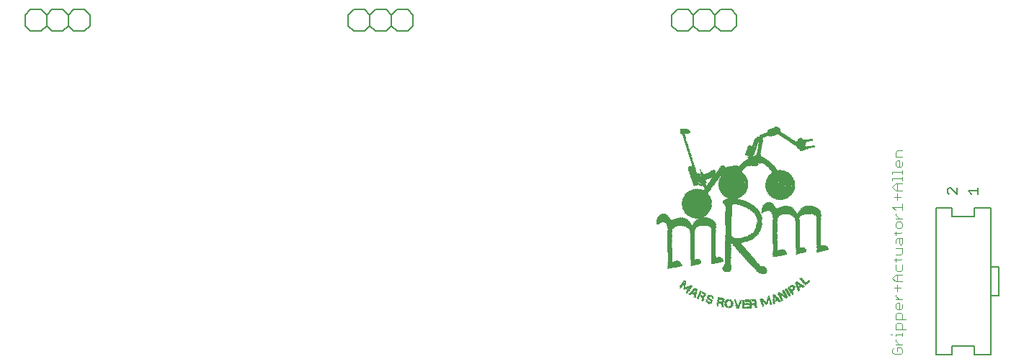
<source format=gto>
G75*
%MOIN*%
%OFA0B0*%
%FSLAX25Y25*%
%IPPOS*%
%LPD*%
%AMOC8*
5,1,8,0,0,1.08239X$1,22.5*
%
%ADD10C,0.00400*%
%ADD11C,0.00600*%
%ADD12R,0.00300X0.00100*%
%ADD13R,0.00200X0.00100*%
%ADD14R,0.00100X0.00100*%
%ADD15R,0.00400X0.00100*%
%ADD16R,0.00700X0.00100*%
%ADD17R,0.00600X0.00100*%
%ADD18R,0.01800X0.00100*%
%ADD19R,0.00800X0.00100*%
%ADD20R,0.00500X0.00100*%
%ADD21R,0.01100X0.00100*%
%ADD22R,0.02000X0.00100*%
%ADD23R,0.01000X0.00100*%
%ADD24R,0.01900X0.00100*%
%ADD25R,0.01200X0.00100*%
%ADD26R,0.01500X0.00100*%
%ADD27R,0.00900X0.00100*%
%ADD28R,0.01300X0.00100*%
%ADD29R,0.01700X0.00100*%
%ADD30R,0.01600X0.00100*%
%ADD31R,0.01400X0.00100*%
%ADD32R,0.02100X0.00100*%
%ADD33R,0.02300X0.00100*%
%ADD34R,0.02200X0.00100*%
%ADD35R,0.02400X0.00100*%
%ADD36R,0.02500X0.00100*%
%ADD37R,0.02700X0.00100*%
%ADD38R,0.03100X0.00100*%
%ADD39R,0.03200X0.00100*%
%ADD40R,0.03500X0.00100*%
%ADD41R,0.04000X0.00100*%
%ADD42R,0.04100X0.00100*%
%ADD43R,0.04300X0.00100*%
%ADD44R,0.04500X0.00100*%
%ADD45R,0.04400X0.00100*%
%ADD46R,0.04700X0.00100*%
%ADD47R,0.04600X0.00100*%
%ADD48R,0.03400X0.00100*%
%ADD49R,0.04900X0.00100*%
%ADD50R,0.04800X0.00100*%
%ADD51R,0.03700X0.00100*%
%ADD52R,0.05100X0.00100*%
%ADD53R,0.03600X0.00100*%
%ADD54R,0.05300X0.00100*%
%ADD55R,0.05200X0.00100*%
%ADD56R,0.03800X0.00100*%
%ADD57R,0.05400X0.00100*%
%ADD58R,0.05500X0.00100*%
%ADD59R,0.05600X0.00100*%
%ADD60R,0.02900X0.00100*%
%ADD61R,0.03300X0.00100*%
%ADD62R,0.05700X0.00100*%
%ADD63R,0.04200X0.00100*%
%ADD64R,0.06100X0.00100*%
%ADD65R,0.06800X0.00100*%
%ADD66R,0.06600X0.00100*%
%ADD67R,0.06500X0.00100*%
%ADD68R,0.03000X0.00100*%
%ADD69R,0.06300X0.00100*%
%ADD70R,0.06200X0.00100*%
%ADD71R,0.02800X0.00100*%
%ADD72R,0.06000X0.00100*%
%ADD73R,0.05900X0.00100*%
%ADD74R,0.02600X0.00100*%
%ADD75R,0.05000X0.00100*%
%ADD76R,0.03900X0.00100*%
%ADD77R,0.06400X0.00100*%
%ADD78R,0.05800X0.00100*%
%ADD79R,0.07300X0.00100*%
%ADD80R,0.07500X0.00100*%
%ADD81R,0.07700X0.00100*%
%ADD82R,0.08300X0.00100*%
%ADD83R,0.08600X0.00100*%
%ADD84R,0.08800X0.00100*%
%ADD85R,0.09000X0.00100*%
%ADD86R,0.09700X0.00100*%
%ADD87R,0.10000X0.00100*%
%ADD88R,0.10400X0.00100*%
%ADD89R,0.10900X0.00100*%
%ADD90R,0.10800X0.00100*%
%ADD91R,0.11400X0.00100*%
%ADD92R,0.11600X0.00100*%
%ADD93R,0.12000X0.00100*%
%ADD94R,0.12200X0.00100*%
%ADD95R,0.12300X0.00100*%
%ADD96R,0.12600X0.00100*%
%ADD97R,0.12700X0.00100*%
%ADD98R,0.13000X0.00100*%
%ADD99R,0.07000X0.00100*%
%ADD100R,0.11200X0.00100*%
%ADD101R,0.10700X0.00100*%
%ADD102R,0.10600X0.00100*%
%ADD103R,0.10500X0.00100*%
%ADD104R,0.11300X0.00100*%
%ADD105R,0.10300X0.00100*%
%ADD106R,0.10100X0.00100*%
%ADD107R,0.09800X0.00100*%
%ADD108R,0.11500X0.00100*%
%ADD109R,0.09900X0.00100*%
%ADD110R,0.11700X0.00100*%
%ADD111R,0.09500X0.00100*%
%ADD112R,0.09200X0.00100*%
%ADD113R,0.09300X0.00100*%
%ADD114R,0.15200X0.00100*%
%ADD115R,0.15100X0.00100*%
%ADD116R,0.08900X0.00100*%
%ADD117R,0.08500X0.00100*%
%ADD118R,0.14800X0.00100*%
%ADD119R,0.14600X0.00100*%
%ADD120R,0.08200X0.00100*%
%ADD121R,0.14700X0.00100*%
%ADD122R,0.08000X0.00100*%
%ADD123R,0.14500X0.00100*%
%ADD124R,0.07600X0.00100*%
%ADD125R,0.14400X0.00100*%
%ADD126R,0.06900X0.00100*%
%ADD127R,0.07200X0.00100*%
%ADD128R,0.06700X0.00100*%
%ADD129R,0.10200X0.00100*%
%ADD130R,0.09400X0.00100*%
%ADD131R,0.09100X0.00100*%
%ADD132R,0.11900X0.00100*%
%ADD133R,0.15000X0.00100*%
%ADD134R,0.14900X0.00100*%
%ADD135R,0.08400X0.00100*%
%ADD136R,0.07800X0.00100*%
%ADD137R,0.14300X0.00100*%
%ADD138R,0.07400X0.00100*%
%ADD139R,0.11100X0.00100*%
%ADD140R,0.09600X0.00100*%
%ADD141C,0.00500*%
D10*
X0448729Y0103708D02*
X0449496Y0103708D01*
X0451031Y0103708D02*
X0454100Y0103708D01*
X0454100Y0102941D02*
X0454100Y0104475D01*
X0454100Y0106010D02*
X0454100Y0108312D01*
X0453333Y0109079D01*
X0451798Y0109079D01*
X0451031Y0108312D01*
X0451031Y0106010D01*
X0455635Y0106010D01*
X0451031Y0103708D02*
X0451031Y0102941D01*
X0451031Y0101406D02*
X0451031Y0100639D01*
X0452565Y0099104D01*
X0451031Y0099104D02*
X0454100Y0099104D01*
X0453333Y0097569D02*
X0451798Y0097569D01*
X0451798Y0096035D01*
X0450263Y0097569D02*
X0449496Y0096802D01*
X0449496Y0095267D01*
X0450263Y0094500D01*
X0453333Y0094500D01*
X0454100Y0095267D01*
X0454100Y0096802D01*
X0453333Y0097569D01*
X0454100Y0110614D02*
X0454100Y0112916D01*
X0453333Y0113683D01*
X0451798Y0113683D01*
X0451031Y0112916D01*
X0451031Y0110614D01*
X0455635Y0110614D01*
X0453333Y0115218D02*
X0451798Y0115218D01*
X0451031Y0115985D01*
X0451031Y0117520D01*
X0451798Y0118287D01*
X0452565Y0118287D01*
X0452565Y0115218D01*
X0453333Y0115218D02*
X0454100Y0115985D01*
X0454100Y0117520D01*
X0454100Y0119822D02*
X0451031Y0119822D01*
X0452565Y0119822D02*
X0451031Y0121356D01*
X0451031Y0122124D01*
X0451798Y0123658D02*
X0451798Y0126727D01*
X0451798Y0128262D02*
X0451798Y0131331D01*
X0451031Y0131331D02*
X0454100Y0131331D01*
X0453333Y0132866D02*
X0454100Y0133633D01*
X0454100Y0135935D01*
X0453333Y0138237D02*
X0454100Y0139005D01*
X0453333Y0138237D02*
X0450263Y0138237D01*
X0451031Y0137470D02*
X0451031Y0139005D01*
X0451031Y0140539D02*
X0453333Y0140539D01*
X0454100Y0141307D01*
X0454100Y0143609D01*
X0451031Y0143609D01*
X0451031Y0145910D02*
X0451031Y0147445D01*
X0451798Y0148212D01*
X0454100Y0148212D01*
X0454100Y0145910D01*
X0453333Y0145143D01*
X0452565Y0145910D01*
X0452565Y0148212D01*
X0451031Y0149747D02*
X0451031Y0151282D01*
X0450263Y0150514D02*
X0453333Y0150514D01*
X0454100Y0151282D01*
X0453333Y0152816D02*
X0454100Y0153584D01*
X0454100Y0155118D01*
X0453333Y0155886D01*
X0451798Y0155886D01*
X0451031Y0155118D01*
X0451031Y0153584D01*
X0451798Y0152816D01*
X0453333Y0152816D01*
X0454100Y0157420D02*
X0451031Y0157420D01*
X0452565Y0157420D02*
X0451031Y0158955D01*
X0451031Y0159722D01*
X0451031Y0161257D02*
X0449496Y0162792D01*
X0454100Y0162792D01*
X0454100Y0164326D02*
X0454100Y0161257D01*
X0451798Y0165861D02*
X0451798Y0168930D01*
X0451798Y0170465D02*
X0451798Y0173534D01*
X0451031Y0173534D02*
X0454100Y0173534D01*
X0454100Y0175069D02*
X0454100Y0176603D01*
X0454100Y0175836D02*
X0449496Y0175836D01*
X0449496Y0175069D01*
X0451031Y0173534D02*
X0449496Y0171999D01*
X0451031Y0170465D01*
X0454100Y0170465D01*
X0453333Y0167395D02*
X0450263Y0167395D01*
X0449496Y0178138D02*
X0449496Y0178905D01*
X0454100Y0178905D01*
X0454100Y0178138D02*
X0454100Y0179673D01*
X0453333Y0181207D02*
X0451798Y0181207D01*
X0451031Y0181975D01*
X0451031Y0183509D01*
X0451798Y0184277D01*
X0452565Y0184277D01*
X0452565Y0181207D01*
X0453333Y0181207D02*
X0454100Y0181975D01*
X0454100Y0183509D01*
X0454100Y0185811D02*
X0451031Y0185811D01*
X0451031Y0188113D01*
X0451798Y0188880D01*
X0454100Y0188880D01*
X0451031Y0135935D02*
X0451031Y0133633D01*
X0451798Y0132866D01*
X0453333Y0132866D01*
X0451031Y0131331D02*
X0449496Y0129797D01*
X0451031Y0128262D01*
X0454100Y0128262D01*
X0453333Y0125193D02*
X0450263Y0125193D01*
D11*
X0374989Y0244300D02*
X0369989Y0244300D01*
X0367489Y0246800D01*
X0364989Y0244300D01*
X0359989Y0244300D01*
X0357489Y0246800D01*
X0354989Y0244300D01*
X0349989Y0244300D01*
X0347489Y0246800D01*
X0347489Y0251800D01*
X0349989Y0254300D01*
X0354989Y0254300D01*
X0357489Y0251800D01*
X0359989Y0254300D01*
X0364989Y0254300D01*
X0367489Y0251800D01*
X0369989Y0254300D01*
X0374989Y0254300D01*
X0377489Y0251800D01*
X0377489Y0246800D01*
X0374989Y0244300D01*
X0367489Y0246800D02*
X0367489Y0251800D01*
X0357489Y0251800D02*
X0357489Y0246800D01*
X0227863Y0246800D02*
X0225363Y0244300D01*
X0220363Y0244300D01*
X0217863Y0246800D01*
X0215363Y0244300D01*
X0210363Y0244300D01*
X0207863Y0246800D01*
X0205363Y0244300D01*
X0200363Y0244300D01*
X0197863Y0246800D01*
X0197863Y0251800D01*
X0200363Y0254300D01*
X0205363Y0254300D01*
X0207863Y0251800D01*
X0210363Y0254300D01*
X0215363Y0254300D01*
X0217863Y0251800D01*
X0220363Y0254300D01*
X0225363Y0254300D01*
X0227863Y0251800D01*
X0227863Y0246800D01*
X0217863Y0246800D02*
X0217863Y0251800D01*
X0207863Y0251800D02*
X0207863Y0246800D01*
X0078300Y0246800D02*
X0075800Y0244300D01*
X0070800Y0244300D01*
X0068300Y0246800D01*
X0065800Y0244300D01*
X0060800Y0244300D01*
X0058300Y0246800D01*
X0055800Y0244300D01*
X0050800Y0244300D01*
X0048300Y0246800D01*
X0048300Y0251800D01*
X0050800Y0254300D01*
X0055800Y0254300D01*
X0058300Y0251800D01*
X0060800Y0254300D01*
X0065800Y0254300D01*
X0068300Y0251800D01*
X0070800Y0254300D01*
X0075800Y0254300D01*
X0078300Y0251800D01*
X0078300Y0246800D01*
X0068300Y0246800D02*
X0068300Y0251800D01*
X0058300Y0251800D02*
X0058300Y0246800D01*
D12*
X0350376Y0157299D03*
X0351776Y0157499D03*
X0353976Y0159899D03*
X0354376Y0160199D03*
X0354476Y0160099D03*
X0354776Y0160399D03*
X0354676Y0160499D03*
X0354676Y0160999D03*
X0354676Y0161399D03*
X0354576Y0161799D03*
X0354676Y0162099D03*
X0354476Y0162299D03*
X0354376Y0162399D03*
X0354176Y0162799D03*
X0354176Y0163199D03*
X0354276Y0163499D03*
X0354076Y0163599D03*
X0353776Y0163699D03*
X0354176Y0164099D03*
X0353976Y0164299D03*
X0354376Y0164299D03*
X0354276Y0164799D03*
X0354076Y0164899D03*
X0353876Y0165099D03*
X0354276Y0165099D03*
X0354276Y0165199D03*
X0354176Y0165499D03*
X0354276Y0165599D03*
X0353976Y0165699D03*
X0353776Y0166199D03*
X0354176Y0166199D03*
X0354276Y0166399D03*
X0354076Y0166899D03*
X0354776Y0166599D03*
X0354876Y0166499D03*
X0355076Y0166699D03*
X0355176Y0166899D03*
X0355276Y0166999D03*
X0355276Y0167299D03*
X0355176Y0167399D03*
X0355476Y0167499D03*
X0355276Y0167899D03*
X0355476Y0168099D03*
X0355676Y0168299D03*
X0355876Y0168499D03*
X0356076Y0168599D03*
X0356276Y0168499D03*
X0356076Y0168299D03*
X0356076Y0167999D03*
X0356376Y0167599D03*
X0356276Y0167499D03*
X0356476Y0167299D03*
X0356776Y0167399D03*
X0357276Y0167399D03*
X0357676Y0167399D03*
X0358176Y0167099D03*
X0358976Y0167299D03*
X0359176Y0167499D03*
X0359076Y0167599D03*
X0358876Y0167699D03*
X0359176Y0167799D03*
X0359376Y0167999D03*
X0359576Y0167799D03*
X0359776Y0167699D03*
X0359576Y0167499D03*
X0359576Y0167199D03*
X0360076Y0167099D03*
X0360376Y0166999D03*
X0360876Y0166699D03*
X0360976Y0166799D03*
X0361276Y0166899D03*
X0361276Y0166499D03*
X0361776Y0166399D03*
X0361976Y0166499D03*
X0362076Y0166599D03*
X0362176Y0166799D03*
X0362276Y0166699D03*
X0362176Y0166299D03*
X0362076Y0166099D03*
X0362376Y0166199D03*
X0362476Y0166099D03*
X0362676Y0165999D03*
X0362476Y0165799D03*
X0362776Y0165699D03*
X0362876Y0165299D03*
X0362976Y0165099D03*
X0363176Y0164999D03*
X0363176Y0165199D03*
X0363476Y0165099D03*
X0363576Y0164999D03*
X0363576Y0165199D03*
X0363476Y0165399D03*
X0363676Y0165599D03*
X0363976Y0165499D03*
X0363976Y0165199D03*
X0364176Y0165099D03*
X0364076Y0164899D03*
X0363676Y0164799D03*
X0363176Y0164499D03*
X0363176Y0164199D03*
X0362876Y0164399D03*
X0362676Y0164499D03*
X0362476Y0164699D03*
X0362576Y0164999D03*
X0362276Y0165499D03*
X0361776Y0165499D03*
X0362076Y0164599D03*
X0362476Y0163999D03*
X0362676Y0164199D03*
X0362576Y0163599D03*
X0362076Y0163599D03*
X0362076Y0163299D03*
X0361976Y0163199D03*
X0362476Y0162899D03*
X0362676Y0162699D03*
X0362476Y0162599D03*
X0362376Y0162499D03*
X0362576Y0162299D03*
X0362776Y0162499D03*
X0362976Y0162599D03*
X0363076Y0162699D03*
X0362876Y0162899D03*
X0362776Y0162999D03*
X0363376Y0162599D03*
X0363976Y0162599D03*
X0364176Y0162799D03*
X0364276Y0162399D03*
X0364276Y0162299D03*
X0363976Y0162099D03*
X0363976Y0161599D03*
X0363876Y0161399D03*
X0363576Y0161599D03*
X0363376Y0161799D03*
X0363676Y0160999D03*
X0363476Y0160799D03*
X0363376Y0160699D03*
X0363076Y0160599D03*
X0362776Y0160299D03*
X0362276Y0160299D03*
X0362276Y0160399D03*
X0362176Y0159999D03*
X0361876Y0159899D03*
X0361676Y0159699D03*
X0361576Y0159799D03*
X0361876Y0159599D03*
X0362276Y0159599D03*
X0362676Y0159599D03*
X0362676Y0159099D03*
X0363076Y0159099D03*
X0363476Y0159099D03*
X0363676Y0159199D03*
X0363876Y0159399D03*
X0363676Y0159599D03*
X0363676Y0160099D03*
X0363476Y0160299D03*
X0363276Y0160099D03*
X0364176Y0160099D03*
X0364276Y0159799D03*
X0364176Y0159699D03*
X0364476Y0159999D03*
X0364976Y0160799D03*
X0365076Y0160999D03*
X0365276Y0161299D03*
X0365376Y0161599D03*
X0364976Y0161699D03*
X0364776Y0161499D03*
X0364676Y0160999D03*
X0365176Y0161999D03*
X0365576Y0162199D03*
X0365776Y0163199D03*
X0365776Y0163599D03*
X0365876Y0163699D03*
X0365876Y0163799D03*
X0365776Y0163899D03*
X0365876Y0164299D03*
X0365676Y0165499D03*
X0365476Y0166199D03*
X0365376Y0166399D03*
X0365276Y0166599D03*
X0364276Y0166799D03*
X0364076Y0166399D03*
X0363576Y0166399D03*
X0363376Y0166499D03*
X0363176Y0166699D03*
X0363576Y0166699D03*
X0363276Y0167199D03*
X0362876Y0167199D03*
X0362676Y0167299D03*
X0362676Y0167599D03*
X0362276Y0167699D03*
X0361976Y0167599D03*
X0361776Y0167699D03*
X0361876Y0167899D03*
X0361676Y0168099D03*
X0361776Y0168299D03*
X0361676Y0168399D03*
X0361476Y0168499D03*
X0361376Y0168299D03*
X0361076Y0168499D03*
X0360876Y0168699D03*
X0361076Y0168899D03*
X0361276Y0168699D03*
X0361576Y0168999D03*
X0362276Y0168899D03*
X0362276Y0168599D03*
X0362576Y0168699D03*
X0362576Y0169199D03*
X0362976Y0169099D03*
X0363076Y0168799D03*
X0363476Y0168699D03*
X0363476Y0169199D03*
X0363376Y0169599D03*
X0364076Y0169199D03*
X0364076Y0168999D03*
X0364376Y0169399D03*
X0364476Y0169599D03*
X0364276Y0169699D03*
X0364076Y0170099D03*
X0364776Y0169999D03*
X0364976Y0170299D03*
X0365076Y0171099D03*
X0364876Y0171599D03*
X0364776Y0171799D03*
X0364876Y0171899D03*
X0364476Y0171899D03*
X0364376Y0171799D03*
X0364476Y0171599D03*
X0364876Y0172299D03*
X0365176Y0172799D03*
X0365676Y0172899D03*
X0365876Y0172999D03*
X0365876Y0173199D03*
X0366076Y0173399D03*
X0365876Y0173499D03*
X0366376Y0174099D03*
X0366376Y0174399D03*
X0366476Y0174499D03*
X0366376Y0174699D03*
X0365976Y0174699D03*
X0365876Y0175199D03*
X0366576Y0175499D03*
X0366776Y0175599D03*
X0366776Y0175299D03*
X0367376Y0175399D03*
X0367376Y0175599D03*
X0367576Y0175699D03*
X0367776Y0175599D03*
X0367976Y0175699D03*
X0367976Y0175999D03*
X0368076Y0176099D03*
X0367576Y0176399D03*
X0367476Y0176799D03*
X0367976Y0176699D03*
X0368376Y0176799D03*
X0368276Y0177199D03*
X0368076Y0177299D03*
X0368276Y0177499D03*
X0367976Y0177599D03*
X0367676Y0177699D03*
X0367576Y0178199D03*
X0367476Y0178499D03*
X0367376Y0178699D03*
X0366676Y0178299D03*
X0366476Y0178099D03*
X0366676Y0177999D03*
X0366676Y0177899D03*
X0366476Y0177799D03*
X0366276Y0177899D03*
X0366276Y0178299D03*
X0366276Y0178699D03*
X0366476Y0178799D03*
X0366076Y0179099D03*
X0365876Y0178699D03*
X0365876Y0178399D03*
X0366676Y0177599D03*
X0365776Y0176699D03*
X0365476Y0176499D03*
X0366576Y0176199D03*
X0365376Y0174499D03*
X0364676Y0173599D03*
X0364476Y0173299D03*
X0363276Y0172599D03*
X0362576Y0172699D03*
X0362176Y0172399D03*
X0360976Y0172299D03*
X0360776Y0173999D03*
X0360476Y0174099D03*
X0360376Y0174199D03*
X0360576Y0174699D03*
X0360376Y0174999D03*
X0360876Y0175199D03*
X0360776Y0175699D03*
X0360876Y0175899D03*
X0360676Y0175999D03*
X0360176Y0175699D03*
X0359676Y0174999D03*
X0359376Y0174799D03*
X0358776Y0175199D03*
X0357876Y0175699D03*
X0357676Y0175799D03*
X0357476Y0176299D03*
X0357476Y0176899D03*
X0357876Y0176899D03*
X0357776Y0177399D03*
X0357676Y0177899D03*
X0357976Y0178099D03*
X0358076Y0178999D03*
X0357676Y0178999D03*
X0357576Y0179399D03*
X0357176Y0179099D03*
X0357176Y0178799D03*
X0357076Y0178599D03*
X0356476Y0179199D03*
X0356476Y0179499D03*
X0356676Y0179999D03*
X0357376Y0179899D03*
X0358176Y0180399D03*
X0358176Y0180699D03*
X0358076Y0180899D03*
X0357076Y0180899D03*
X0357276Y0181799D03*
X0357176Y0181999D03*
X0357476Y0182699D03*
X0357076Y0183199D03*
X0356776Y0183399D03*
X0357276Y0183599D03*
X0357076Y0183999D03*
X0357076Y0184199D03*
X0356476Y0184199D03*
X0356276Y0184599D03*
X0356176Y0185099D03*
X0356676Y0185199D03*
X0356776Y0184899D03*
X0356576Y0185599D03*
X0356476Y0185999D03*
X0355776Y0186499D03*
X0355776Y0186599D03*
X0355876Y0186999D03*
X0356176Y0186899D03*
X0355476Y0187299D03*
X0355376Y0187699D03*
X0355776Y0187899D03*
X0355876Y0187699D03*
X0355176Y0188199D03*
X0355076Y0188399D03*
X0355476Y0188899D03*
X0355476Y0188999D03*
X0354876Y0189199D03*
X0354776Y0189399D03*
X0354676Y0189699D03*
X0354676Y0189799D03*
X0354576Y0190099D03*
X0355076Y0190299D03*
X0355076Y0190399D03*
X0354676Y0190699D03*
X0354876Y0191099D03*
X0354176Y0191299D03*
X0354176Y0191499D03*
X0353976Y0192099D03*
X0354176Y0192299D03*
X0353776Y0192599D03*
X0353976Y0192899D03*
X0354176Y0193199D03*
X0354076Y0193599D03*
X0353676Y0193899D03*
X0353376Y0193999D03*
X0353776Y0194299D03*
X0353676Y0194799D03*
X0353076Y0194899D03*
X0352976Y0195299D03*
X0352976Y0195399D03*
X0352776Y0195999D03*
X0353276Y0196099D03*
X0352576Y0196499D03*
X0352476Y0196999D03*
X0352276Y0197899D03*
X0352376Y0198099D03*
X0351676Y0197999D03*
X0351676Y0197899D03*
X0351676Y0197599D03*
X0353376Y0197999D03*
X0354576Y0197899D03*
X0354576Y0197599D03*
X0355176Y0196899D03*
X0355876Y0197199D03*
X0355576Y0180999D03*
X0355576Y0179499D03*
X0356076Y0178999D03*
X0356176Y0178399D03*
X0355976Y0178199D03*
X0356476Y0177499D03*
X0356576Y0177199D03*
X0356376Y0176899D03*
X0356476Y0176499D03*
X0356876Y0176199D03*
X0357076Y0175599D03*
X0356776Y0175499D03*
X0357376Y0174799D03*
X0357476Y0174499D03*
X0357876Y0174499D03*
X0358476Y0173999D03*
X0358476Y0173399D03*
X0357576Y0173199D03*
X0357576Y0173099D03*
X0357376Y0173799D03*
X0359676Y0173899D03*
X0360676Y0176699D03*
X0361176Y0176799D03*
X0361276Y0176599D03*
X0361676Y0176099D03*
X0362276Y0176399D03*
X0361776Y0177199D03*
X0362076Y0177399D03*
X0362776Y0177299D03*
X0363276Y0176499D03*
X0363576Y0176799D03*
X0363776Y0176699D03*
X0364076Y0177399D03*
X0364176Y0175999D03*
X0362776Y0175599D03*
X0361176Y0177799D03*
X0361176Y0177999D03*
X0361276Y0178399D03*
X0361176Y0178599D03*
X0361176Y0178799D03*
X0361076Y0178999D03*
X0361076Y0179199D03*
X0360976Y0179399D03*
X0360876Y0179599D03*
X0360876Y0179699D03*
X0360876Y0179799D03*
X0360776Y0179899D03*
X0360776Y0179999D03*
X0360076Y0177899D03*
X0358676Y0178699D03*
X0358376Y0179799D03*
X0357176Y0177299D03*
X0356976Y0177199D03*
X0366676Y0173299D03*
X0366776Y0172899D03*
X0366576Y0172799D03*
X0366476Y0172399D03*
X0365676Y0171399D03*
X0365776Y0171299D03*
X0367376Y0173499D03*
X0367376Y0173599D03*
X0367476Y0173799D03*
X0367376Y0173999D03*
X0367576Y0174199D03*
X0368276Y0174899D03*
X0368476Y0175199D03*
X0368976Y0175699D03*
X0368676Y0176299D03*
X0368876Y0176599D03*
X0369076Y0176399D03*
X0369476Y0176599D03*
X0369676Y0176699D03*
X0369976Y0177299D03*
X0370476Y0176899D03*
X0370476Y0176799D03*
X0370376Y0176599D03*
X0370576Y0176999D03*
X0370976Y0176999D03*
X0370876Y0177399D03*
X0370976Y0177499D03*
X0371276Y0177399D03*
X0371376Y0177199D03*
X0371976Y0177199D03*
X0372176Y0177299D03*
X0372276Y0177099D03*
X0371976Y0176799D03*
X0372276Y0175999D03*
X0372076Y0175899D03*
X0371876Y0175699D03*
X0371676Y0175599D03*
X0371676Y0175899D03*
X0371776Y0175299D03*
X0371476Y0175199D03*
X0370976Y0175099D03*
X0371076Y0174799D03*
X0371076Y0174699D03*
X0371376Y0174399D03*
X0371976Y0174299D03*
X0372176Y0174099D03*
X0372276Y0173899D03*
X0372076Y0173799D03*
X0372176Y0173499D03*
X0372376Y0173699D03*
X0372576Y0173799D03*
X0373176Y0173899D03*
X0373276Y0174299D03*
X0372876Y0174499D03*
X0372676Y0174599D03*
X0372476Y0174699D03*
X0372276Y0174499D03*
X0372276Y0174899D03*
X0372576Y0175099D03*
X0372876Y0174899D03*
X0373076Y0174799D03*
X0373176Y0174999D03*
X0372976Y0175199D03*
X0372476Y0175799D03*
X0372176Y0175399D03*
X0371876Y0174799D03*
X0370676Y0175399D03*
X0370276Y0175299D03*
X0370076Y0175199D03*
X0369676Y0175199D03*
X0369776Y0175499D03*
X0370076Y0175999D03*
X0370976Y0175899D03*
X0370176Y0174799D03*
X0369876Y0174699D03*
X0369576Y0174799D03*
X0369476Y0174599D03*
X0369376Y0173599D03*
X0369376Y0173299D03*
X0369376Y0172799D03*
X0369376Y0172699D03*
X0369376Y0172299D03*
X0369676Y0172399D03*
X0369576Y0171699D03*
X0369576Y0171199D03*
X0369676Y0170799D03*
X0369776Y0170599D03*
X0370076Y0170799D03*
X0370176Y0170599D03*
X0370376Y0170699D03*
X0370676Y0170799D03*
X0371076Y0170799D03*
X0371476Y0170499D03*
X0371576Y0170799D03*
X0371976Y0171099D03*
X0371876Y0171299D03*
X0371476Y0171299D03*
X0371376Y0171599D03*
X0372076Y0171999D03*
X0372276Y0172199D03*
X0372276Y0172499D03*
X0372076Y0172699D03*
X0371976Y0173099D03*
X0371576Y0172499D03*
X0371576Y0172399D03*
X0370776Y0172999D03*
X0370976Y0173299D03*
X0371076Y0173399D03*
X0370576Y0173399D03*
X0370176Y0173399D03*
X0369876Y0173299D03*
X0372576Y0171599D03*
X0372676Y0171699D03*
X0372576Y0171199D03*
X0372376Y0171099D03*
X0372676Y0170499D03*
X0372476Y0170399D03*
X0372176Y0170299D03*
X0371976Y0169899D03*
X0372276Y0169499D03*
X0372276Y0169099D03*
X0371876Y0169099D03*
X0371776Y0169199D03*
X0371476Y0169099D03*
X0371576Y0168899D03*
X0371376Y0168699D03*
X0371176Y0168899D03*
X0371076Y0169099D03*
X0371176Y0169499D03*
X0371176Y0168399D03*
X0372076Y0167799D03*
X0372776Y0168099D03*
X0373176Y0168099D03*
X0372876Y0167599D03*
X0372776Y0167299D03*
X0372576Y0168799D03*
X0373176Y0169099D03*
X0373276Y0169199D03*
X0373376Y0169499D03*
X0373076Y0169699D03*
X0372776Y0169999D03*
X0372676Y0169499D03*
X0373476Y0169999D03*
X0373376Y0170299D03*
X0373476Y0170399D03*
X0373376Y0170699D03*
X0373576Y0170799D03*
X0373776Y0170699D03*
X0374076Y0170899D03*
X0374176Y0170799D03*
X0374276Y0170399D03*
X0374476Y0170299D03*
X0374476Y0169999D03*
X0374576Y0169799D03*
X0374376Y0169599D03*
X0373976Y0169999D03*
X0373776Y0169899D03*
X0373676Y0168799D03*
X0373876Y0168599D03*
X0373776Y0168499D03*
X0374076Y0168399D03*
X0374276Y0168599D03*
X0374076Y0168799D03*
X0374476Y0168399D03*
X0374476Y0168099D03*
X0374976Y0168299D03*
X0375476Y0168299D03*
X0375776Y0167899D03*
X0375976Y0167499D03*
X0375776Y0167299D03*
X0375376Y0167299D03*
X0375376Y0166999D03*
X0375176Y0166799D03*
X0374976Y0166699D03*
X0375276Y0166599D03*
X0374576Y0166999D03*
X0376476Y0167199D03*
X0376776Y0166799D03*
X0376976Y0166999D03*
X0377376Y0167099D03*
X0377376Y0167999D03*
X0377576Y0168099D03*
X0377676Y0168199D03*
X0377876Y0168299D03*
X0377876Y0168399D03*
X0377976Y0168599D03*
X0378276Y0168399D03*
X0378376Y0168699D03*
X0378976Y0169099D03*
X0379376Y0169299D03*
X0379576Y0168999D03*
X0379376Y0168799D03*
X0379676Y0168399D03*
X0379776Y0168199D03*
X0380076Y0168399D03*
X0380376Y0168099D03*
X0379976Y0167799D03*
X0379076Y0167299D03*
X0378376Y0167699D03*
X0379076Y0168299D03*
X0379976Y0168999D03*
X0380376Y0168999D03*
X0380676Y0169199D03*
X0380976Y0169499D03*
X0381076Y0168899D03*
X0380976Y0168799D03*
X0380976Y0168699D03*
X0380376Y0169899D03*
X0380076Y0169999D03*
X0379876Y0170199D03*
X0380076Y0170299D03*
X0379876Y0170499D03*
X0379576Y0170399D03*
X0379276Y0170199D03*
X0378876Y0170099D03*
X0378776Y0169899D03*
X0378576Y0169999D03*
X0378976Y0169799D03*
X0378576Y0169499D03*
X0377876Y0169499D03*
X0377876Y0169599D03*
X0377676Y0169399D03*
X0377576Y0169699D03*
X0377676Y0169799D03*
X0377576Y0170099D03*
X0377376Y0169999D03*
X0377176Y0169899D03*
X0377176Y0169599D03*
X0377076Y0169299D03*
X0376776Y0169399D03*
X0376776Y0169699D03*
X0376776Y0169999D03*
X0376476Y0169799D03*
X0375976Y0169799D03*
X0375776Y0169899D03*
X0375676Y0169699D03*
X0375476Y0169499D03*
X0375376Y0169299D03*
X0375276Y0169599D03*
X0375676Y0169399D03*
X0375976Y0169299D03*
X0376476Y0169299D03*
X0376576Y0168399D03*
X0376676Y0168299D03*
X0376476Y0168199D03*
X0376176Y0168299D03*
X0376976Y0168399D03*
X0377076Y0168299D03*
X0376976Y0167999D03*
X0377476Y0168399D03*
X0377576Y0168599D03*
X0377276Y0170199D03*
X0377476Y0170299D03*
X0377776Y0170499D03*
X0378176Y0170799D03*
X0378176Y0171199D03*
X0378276Y0171299D03*
X0378376Y0171499D03*
X0378676Y0171399D03*
X0378576Y0170799D03*
X0378976Y0170799D03*
X0379276Y0170899D03*
X0379776Y0170799D03*
X0379876Y0170899D03*
X0380076Y0171399D03*
X0380676Y0171499D03*
X0380676Y0171599D03*
X0380876Y0171699D03*
X0381176Y0171799D03*
X0380676Y0171999D03*
X0380576Y0171899D03*
X0380376Y0172099D03*
X0380276Y0172199D03*
X0380376Y0172399D03*
X0380376Y0172699D03*
X0379976Y0172399D03*
X0379576Y0172099D03*
X0379476Y0172299D03*
X0379276Y0172199D03*
X0379376Y0171899D03*
X0379376Y0171499D03*
X0378976Y0171999D03*
X0378476Y0172799D03*
X0378976Y0172999D03*
X0379176Y0173099D03*
X0379176Y0173399D03*
X0379176Y0173699D03*
X0379076Y0174099D03*
X0379276Y0174199D03*
X0379476Y0174399D03*
X0379676Y0174199D03*
X0379776Y0173999D03*
X0379576Y0173899D03*
X0379576Y0173599D03*
X0379676Y0173499D03*
X0379476Y0173299D03*
X0379676Y0173099D03*
X0379876Y0172899D03*
X0380076Y0173099D03*
X0379976Y0173199D03*
X0380376Y0173199D03*
X0380276Y0173599D03*
X0380376Y0173699D03*
X0380676Y0173599D03*
X0380976Y0173899D03*
X0381276Y0173799D03*
X0381876Y0174399D03*
X0381476Y0174799D03*
X0381776Y0175099D03*
X0381676Y0175399D03*
X0381576Y0175799D03*
X0381976Y0175899D03*
X0381976Y0175999D03*
X0382176Y0175399D03*
X0382376Y0174999D03*
X0382376Y0174799D03*
X0382476Y0174199D03*
X0382576Y0173799D03*
X0382576Y0173599D03*
X0382676Y0173299D03*
X0382676Y0173099D03*
X0382576Y0172899D03*
X0382576Y0172599D03*
X0382576Y0172199D03*
X0382476Y0171599D03*
X0382376Y0171399D03*
X0381876Y0171199D03*
X0381676Y0171099D03*
X0381676Y0170599D03*
X0382076Y0170599D03*
X0382076Y0170399D03*
X0381976Y0170099D03*
X0382176Y0170799D03*
X0381176Y0170599D03*
X0380976Y0170299D03*
X0380776Y0170599D03*
X0380876Y0170899D03*
X0380576Y0170299D03*
X0379676Y0169999D03*
X0377676Y0171099D03*
X0376976Y0171899D03*
X0376776Y0171699D03*
X0376376Y0171699D03*
X0376776Y0172099D03*
X0376976Y0172499D03*
X0377176Y0172699D03*
X0377276Y0172899D03*
X0377276Y0173199D03*
X0377076Y0173299D03*
X0376976Y0173399D03*
X0377076Y0173799D03*
X0376876Y0173999D03*
X0377076Y0174199D03*
X0376476Y0174299D03*
X0376476Y0173899D03*
X0376376Y0173799D03*
X0376376Y0173599D03*
X0376076Y0173699D03*
X0375576Y0173599D03*
X0375576Y0173399D03*
X0375576Y0173899D03*
X0375576Y0173999D03*
X0375476Y0174199D03*
X0375576Y0174299D03*
X0375976Y0174299D03*
X0376076Y0174999D03*
X0375676Y0174999D03*
X0374976Y0175199D03*
X0375076Y0174399D03*
X0374176Y0174299D03*
X0373876Y0174599D03*
X0373976Y0175199D03*
X0373876Y0175499D03*
X0373676Y0175599D03*
X0373876Y0175799D03*
X0374076Y0175899D03*
X0373876Y0176099D03*
X0373676Y0175999D03*
X0373676Y0176299D03*
X0374076Y0176299D03*
X0374176Y0176699D03*
X0373976Y0176799D03*
X0373776Y0177199D03*
X0373676Y0177399D03*
X0373676Y0177799D03*
X0373076Y0177699D03*
X0372876Y0177599D03*
X0372776Y0177799D03*
X0372776Y0178099D03*
X0372476Y0178199D03*
X0372376Y0178099D03*
X0372476Y0177599D03*
X0373176Y0177199D03*
X0372776Y0176199D03*
X0373076Y0175999D03*
X0374076Y0175599D03*
X0374376Y0175999D03*
X0374576Y0176199D03*
X0374776Y0175999D03*
X0374776Y0176699D03*
X0374576Y0176799D03*
X0374676Y0176999D03*
X0374576Y0177499D03*
X0374576Y0177699D03*
X0374776Y0177899D03*
X0374976Y0178299D03*
X0375476Y0178299D03*
X0375876Y0178299D03*
X0375776Y0177999D03*
X0376176Y0177599D03*
X0375976Y0177199D03*
X0376176Y0176999D03*
X0375976Y0176799D03*
X0376076Y0176699D03*
X0375876Y0176499D03*
X0376076Y0176399D03*
X0376276Y0176299D03*
X0376476Y0176599D03*
X0376476Y0176899D03*
X0376776Y0176999D03*
X0376776Y0176499D03*
X0377176Y0176299D03*
X0377176Y0175999D03*
X0377376Y0175899D03*
X0377376Y0175599D03*
X0377676Y0175399D03*
X0377876Y0174899D03*
X0378276Y0174899D03*
X0378476Y0174999D03*
X0378576Y0175199D03*
X0378676Y0175499D03*
X0378676Y0175799D03*
X0378476Y0175999D03*
X0378276Y0176399D03*
X0378576Y0176699D03*
X0378776Y0176799D03*
X0378576Y0176999D03*
X0378776Y0177099D03*
X0378976Y0177199D03*
X0379076Y0177299D03*
X0379276Y0177399D03*
X0379376Y0177899D03*
X0379176Y0178299D03*
X0379276Y0178399D03*
X0379276Y0179099D03*
X0379476Y0179199D03*
X0379876Y0179199D03*
X0380076Y0179599D03*
X0380176Y0179999D03*
X0380376Y0179899D03*
X0380076Y0180299D03*
X0380276Y0180399D03*
X0380076Y0180599D03*
X0379576Y0180199D03*
X0379376Y0180299D03*
X0379076Y0180499D03*
X0379476Y0181299D03*
X0379976Y0182199D03*
X0379776Y0182299D03*
X0380676Y0183099D03*
X0381776Y0183399D03*
X0381876Y0184099D03*
X0382476Y0183999D03*
X0382476Y0183299D03*
X0382476Y0182699D03*
X0382376Y0182499D03*
X0381976Y0182199D03*
X0381776Y0182299D03*
X0381976Y0181699D03*
X0381776Y0181499D03*
X0381376Y0181499D03*
X0381176Y0181399D03*
X0380976Y0181199D03*
X0381476Y0181099D03*
X0380776Y0180299D03*
X0382476Y0181799D03*
X0383076Y0183099D03*
X0383076Y0183499D03*
X0383176Y0183599D03*
X0383276Y0184199D03*
X0383376Y0184399D03*
X0383476Y0184299D03*
X0383576Y0184499D03*
X0383776Y0184399D03*
X0383676Y0184899D03*
X0383876Y0184999D03*
X0384276Y0184999D03*
X0384876Y0184899D03*
X0384776Y0185399D03*
X0385476Y0184299D03*
X0385476Y0183999D03*
X0385776Y0183899D03*
X0385976Y0184599D03*
X0386976Y0183399D03*
X0388176Y0184199D03*
X0388176Y0184399D03*
X0388176Y0184699D03*
X0388476Y0185199D03*
X0388876Y0184899D03*
X0389076Y0184799D03*
X0389476Y0184799D03*
X0389576Y0184299D03*
X0389676Y0184099D03*
X0388876Y0183899D03*
X0388376Y0184099D03*
X0388876Y0185499D03*
X0389476Y0185499D03*
X0388476Y0186299D03*
X0388476Y0186399D03*
X0388376Y0186699D03*
X0388376Y0187299D03*
X0388476Y0187799D03*
X0388276Y0188299D03*
X0388076Y0188399D03*
X0387676Y0188699D03*
X0387776Y0188799D03*
X0387476Y0188999D03*
X0387576Y0189499D03*
X0387576Y0189799D03*
X0388076Y0190199D03*
X0387776Y0190499D03*
X0387776Y0190899D03*
X0387776Y0191099D03*
X0388076Y0191199D03*
X0387876Y0191599D03*
X0387976Y0191799D03*
X0387976Y0192199D03*
X0387976Y0192399D03*
X0387976Y0192699D03*
X0388076Y0192999D03*
X0388376Y0192699D03*
X0388476Y0191999D03*
X0389176Y0192199D03*
X0389176Y0192399D03*
X0388876Y0193399D03*
X0388776Y0193799D03*
X0388576Y0193899D03*
X0388176Y0193699D03*
X0388076Y0193999D03*
X0388076Y0194299D03*
X0388076Y0194699D03*
X0388476Y0195499D03*
X0389176Y0195499D03*
X0389276Y0195299D03*
X0389576Y0195599D03*
X0389576Y0194799D03*
X0389176Y0194799D03*
X0389176Y0194499D03*
X0389476Y0194099D03*
X0389976Y0196299D03*
X0391376Y0196199D03*
X0392276Y0196099D03*
X0392676Y0195699D03*
X0392876Y0196299D03*
X0393776Y0195599D03*
X0394976Y0197199D03*
X0394976Y0197499D03*
X0395276Y0197899D03*
X0395476Y0198399D03*
X0395276Y0198599D03*
X0395476Y0198699D03*
X0395476Y0198799D03*
X0395276Y0198899D03*
X0395876Y0199199D03*
X0396076Y0199099D03*
X0396176Y0198699D03*
X0396376Y0198599D03*
X0396176Y0198399D03*
X0396476Y0198199D03*
X0396176Y0197999D03*
X0396876Y0197899D03*
X0397076Y0198399D03*
X0397376Y0198299D03*
X0397076Y0198799D03*
X0396076Y0199599D03*
X0396776Y0196899D03*
X0396476Y0196699D03*
X0396076Y0196199D03*
X0397276Y0196099D03*
X0398276Y0196399D03*
X0398176Y0196999D03*
X0398976Y0196399D03*
X0399076Y0196499D03*
X0399276Y0196299D03*
X0399076Y0196099D03*
X0399476Y0196099D03*
X0399276Y0195599D03*
X0398976Y0195499D03*
X0398776Y0195799D03*
X0398576Y0195599D03*
X0399076Y0194899D03*
X0399376Y0195099D03*
X0399576Y0195299D03*
X0399776Y0195099D03*
X0399976Y0194999D03*
X0400076Y0194799D03*
X0399576Y0194599D03*
X0400676Y0193999D03*
X0401076Y0194299D03*
X0400976Y0194799D03*
X0401376Y0194799D03*
X0401476Y0194899D03*
X0402176Y0194399D03*
X0402376Y0194199D03*
X0402176Y0193999D03*
X0402176Y0193299D03*
X0402276Y0192799D03*
X0402576Y0192599D03*
X0402976Y0192299D03*
X0403776Y0192899D03*
X0403776Y0193099D03*
X0404176Y0192699D03*
X0404876Y0192599D03*
X0405476Y0192599D03*
X0405476Y0192499D03*
X0405476Y0192799D03*
X0406676Y0192999D03*
X0406976Y0193199D03*
X0407276Y0192299D03*
X0407976Y0192299D03*
X0408076Y0192399D03*
X0408076Y0192999D03*
X0408676Y0193699D03*
X0409776Y0193299D03*
X0410176Y0193499D03*
X0410576Y0193499D03*
X0410776Y0193599D03*
X0409276Y0192599D03*
X0408276Y0191599D03*
X0408276Y0191499D03*
X0408076Y0191699D03*
X0408276Y0191199D03*
X0407276Y0190999D03*
X0405476Y0190599D03*
X0404276Y0191499D03*
X0404076Y0191799D03*
X0403276Y0193699D03*
X0402876Y0193799D03*
X0401476Y0193399D03*
X0401276Y0193499D03*
X0400576Y0195399D03*
X0400176Y0195699D03*
X0393176Y0198199D03*
X0391976Y0197699D03*
X0392076Y0197399D03*
X0391876Y0197099D03*
X0387176Y0193599D03*
X0386676Y0193299D03*
X0386476Y0193499D03*
X0386376Y0193599D03*
X0386176Y0193699D03*
X0386376Y0193899D03*
X0386176Y0193399D03*
X0385976Y0193199D03*
X0386376Y0192799D03*
X0386776Y0192799D03*
X0387176Y0192499D03*
X0386976Y0191899D03*
X0386376Y0191499D03*
X0386076Y0191699D03*
X0385776Y0191599D03*
X0385976Y0191399D03*
X0385776Y0191199D03*
X0385776Y0191099D03*
X0385276Y0191399D03*
X0385176Y0190899D03*
X0385276Y0190699D03*
X0384976Y0190599D03*
X0384676Y0190499D03*
X0384276Y0190399D03*
X0384276Y0190699D03*
X0383976Y0190599D03*
X0383776Y0190299D03*
X0383676Y0190099D03*
X0383776Y0189999D03*
X0383676Y0189799D03*
X0383876Y0189599D03*
X0384376Y0189399D03*
X0384476Y0189299D03*
X0384276Y0188999D03*
X0384076Y0188799D03*
X0383976Y0188699D03*
X0383776Y0188599D03*
X0383576Y0188399D03*
X0383976Y0188399D03*
X0384076Y0188299D03*
X0383876Y0188099D03*
X0383276Y0187899D03*
X0383176Y0187399D03*
X0383276Y0187299D03*
X0383476Y0187099D03*
X0383676Y0187299D03*
X0383576Y0187399D03*
X0383876Y0187199D03*
X0383976Y0187399D03*
X0384176Y0187499D03*
X0384276Y0187199D03*
X0384076Y0186999D03*
X0383976Y0186899D03*
X0384376Y0186899D03*
X0384876Y0187399D03*
X0384676Y0187699D03*
X0384576Y0188199D03*
X0384476Y0188799D03*
X0384876Y0188899D03*
X0384976Y0189099D03*
X0385176Y0189199D03*
X0385176Y0189499D03*
X0384976Y0189599D03*
X0384776Y0189699D03*
X0384476Y0189799D03*
X0384276Y0189999D03*
X0385076Y0189899D03*
X0385076Y0190199D03*
X0385476Y0190099D03*
X0385476Y0188999D03*
X0383776Y0188899D03*
X0383176Y0188599D03*
X0382676Y0188699D03*
X0382476Y0188599D03*
X0382376Y0188499D03*
X0382676Y0188399D03*
X0382676Y0188199D03*
X0382776Y0187599D03*
X0382276Y0187099D03*
X0381876Y0187099D03*
X0381976Y0187499D03*
X0382676Y0189099D03*
X0382776Y0189199D03*
X0382976Y0189599D03*
X0382776Y0189699D03*
X0382876Y0189999D03*
X0383076Y0190299D03*
X0383276Y0190999D03*
X0383276Y0191099D03*
X0385476Y0191899D03*
X0385976Y0192399D03*
X0388676Y0190999D03*
X0388976Y0190899D03*
X0388076Y0189199D03*
X0388676Y0188999D03*
X0388676Y0188799D03*
X0387576Y0187899D03*
X0387276Y0187599D03*
X0387476Y0187199D03*
X0387576Y0185999D03*
X0387176Y0185999D03*
X0384476Y0183899D03*
X0384776Y0183499D03*
X0384076Y0183099D03*
X0384576Y0182599D03*
X0384976Y0182599D03*
X0384476Y0181899D03*
X0382876Y0184699D03*
X0377776Y0181299D03*
X0376776Y0181099D03*
X0376676Y0181199D03*
X0376576Y0181399D03*
X0376176Y0181699D03*
X0375976Y0181499D03*
X0376076Y0181099D03*
X0375376Y0180899D03*
X0375076Y0180599D03*
X0374676Y0180499D03*
X0374276Y0180499D03*
X0374176Y0180899D03*
X0374176Y0181099D03*
X0374676Y0181399D03*
X0373476Y0180699D03*
X0373576Y0180299D03*
X0372576Y0179999D03*
X0371876Y0179599D03*
X0371476Y0179599D03*
X0371276Y0179699D03*
X0370776Y0179399D03*
X0370076Y0178299D03*
X0369576Y0178299D03*
X0369576Y0177999D03*
X0368876Y0177999D03*
X0369076Y0178799D03*
X0368976Y0179299D03*
X0369876Y0180499D03*
X0370576Y0181299D03*
X0371176Y0181599D03*
X0371676Y0181399D03*
X0371776Y0180599D03*
X0372876Y0178699D03*
X0373076Y0178599D03*
X0373476Y0178599D03*
X0373576Y0178499D03*
X0374476Y0178799D03*
X0374476Y0179099D03*
X0374676Y0179299D03*
X0375576Y0179399D03*
X0375376Y0179899D03*
X0375776Y0179899D03*
X0376076Y0179199D03*
X0376176Y0179099D03*
X0376676Y0178599D03*
X0376576Y0177899D03*
X0376776Y0177699D03*
X0377276Y0177599D03*
X0377476Y0177499D03*
X0377676Y0177599D03*
X0377676Y0177899D03*
X0377776Y0177999D03*
X0378076Y0177599D03*
X0378276Y0177799D03*
X0378476Y0177599D03*
X0378376Y0177499D03*
X0378576Y0177299D03*
X0378676Y0177799D03*
X0378476Y0178199D03*
X0378376Y0178999D03*
X0377776Y0179299D03*
X0377676Y0178999D03*
X0377076Y0179199D03*
X0376976Y0179499D03*
X0376776Y0179999D03*
X0377576Y0176999D03*
X0377376Y0176799D03*
X0377476Y0176699D03*
X0377876Y0176799D03*
X0378076Y0176999D03*
X0378776Y0176499D03*
X0379176Y0176199D03*
X0379276Y0175999D03*
X0379376Y0175899D03*
X0379576Y0175699D03*
X0379776Y0175899D03*
X0379876Y0176099D03*
X0379976Y0176299D03*
X0380176Y0176499D03*
X0380276Y0176799D03*
X0380076Y0176999D03*
X0379876Y0177199D03*
X0380276Y0177499D03*
X0380576Y0177199D03*
X0380976Y0177499D03*
X0380676Y0177799D03*
X0381376Y0176899D03*
X0381476Y0176799D03*
X0381176Y0176299D03*
X0380576Y0176499D03*
X0379676Y0176699D03*
X0380076Y0175699D03*
X0380176Y0175299D03*
X0380376Y0175199D03*
X0379976Y0174999D03*
X0379876Y0175099D03*
X0379776Y0174699D03*
X0380076Y0174599D03*
X0379876Y0174299D03*
X0380176Y0174199D03*
X0380276Y0174299D03*
X0380676Y0174599D03*
X0380676Y0174799D03*
X0380876Y0175199D03*
X0381176Y0175499D03*
X0379976Y0173699D03*
X0378776Y0173999D03*
X0378476Y0173599D03*
X0378076Y0173599D03*
X0377676Y0172899D03*
X0376076Y0172699D03*
X0375876Y0172499D03*
X0376076Y0172399D03*
X0376076Y0172299D03*
X0375576Y0172199D03*
X0375476Y0172299D03*
X0375476Y0172399D03*
X0375476Y0172699D03*
X0375176Y0172499D03*
X0374876Y0172599D03*
X0375076Y0171799D03*
X0375476Y0171799D03*
X0375576Y0171899D03*
X0375476Y0171999D03*
X0374576Y0171199D03*
X0373676Y0171299D03*
X0373476Y0171499D03*
X0373776Y0171699D03*
X0373076Y0170899D03*
X0374876Y0169199D03*
X0375276Y0168799D03*
X0376076Y0170799D03*
X0376476Y0166599D03*
X0380976Y0172299D03*
X0380976Y0172699D03*
X0381976Y0172699D03*
X0382076Y0173199D03*
X0382276Y0173399D03*
X0378276Y0175499D03*
X0378176Y0175599D03*
X0377676Y0176199D03*
X0376776Y0175299D03*
X0375676Y0175799D03*
X0375476Y0176499D03*
X0375676Y0176699D03*
X0375176Y0177099D03*
X0370576Y0177799D03*
X0362976Y0170699D03*
X0362776Y0170799D03*
X0362576Y0170499D03*
X0362576Y0170099D03*
X0362576Y0169799D03*
X0362776Y0168199D03*
X0363276Y0168099D03*
X0363476Y0167899D03*
X0363776Y0167999D03*
X0364076Y0168199D03*
X0364276Y0168299D03*
X0364476Y0168199D03*
X0364576Y0167999D03*
X0364076Y0167599D03*
X0363876Y0167399D03*
X0363576Y0165999D03*
X0363176Y0166099D03*
X0362576Y0166399D03*
X0362376Y0167199D03*
X0361976Y0167199D03*
X0361576Y0167199D03*
X0361576Y0167499D03*
X0361176Y0167499D03*
X0361176Y0167799D03*
X0361476Y0167899D03*
X0361976Y0168199D03*
X0360776Y0167799D03*
X0360676Y0167999D03*
X0360376Y0168099D03*
X0360476Y0167699D03*
X0360276Y0167599D03*
X0359976Y0168799D03*
X0359776Y0168999D03*
X0359576Y0168899D03*
X0359476Y0169099D03*
X0359276Y0168999D03*
X0359176Y0168899D03*
X0358976Y0168799D03*
X0358876Y0168999D03*
X0358776Y0169299D03*
X0358576Y0169199D03*
X0358576Y0168699D03*
X0359076Y0168299D03*
X0359376Y0169299D03*
X0359776Y0169299D03*
X0359876Y0169599D03*
X0359776Y0169999D03*
X0359776Y0170499D03*
X0360176Y0170399D03*
X0360476Y0169999D03*
X0360176Y0168999D03*
X0359076Y0170099D03*
X0358676Y0169999D03*
X0358376Y0170399D03*
X0357976Y0170399D03*
X0358276Y0169599D03*
X0357876Y0169099D03*
X0357676Y0168899D03*
X0357576Y0168999D03*
X0356876Y0168799D03*
X0356676Y0168699D03*
X0357076Y0168299D03*
X0357476Y0167999D03*
X0357776Y0168099D03*
X0357876Y0167999D03*
X0357476Y0166499D03*
X0357376Y0166399D03*
X0357176Y0166199D03*
X0356976Y0165999D03*
X0357076Y0165699D03*
X0356576Y0165999D03*
X0356376Y0165899D03*
X0356176Y0165699D03*
X0355976Y0165899D03*
X0356076Y0165999D03*
X0355776Y0165799D03*
X0355676Y0166099D03*
X0355576Y0166199D03*
X0355776Y0166399D03*
X0355576Y0166599D03*
X0355476Y0166699D03*
X0355676Y0166899D03*
X0355776Y0167099D03*
X0356176Y0167099D03*
X0356276Y0166699D03*
X0355976Y0166599D03*
X0356676Y0166299D03*
X0356976Y0166699D03*
X0357576Y0166199D03*
X0358776Y0165499D03*
X0358776Y0165299D03*
X0358976Y0165199D03*
X0359176Y0165499D03*
X0359576Y0165499D03*
X0359476Y0164599D03*
X0359576Y0164499D03*
X0359776Y0163999D03*
X0360276Y0164199D03*
X0360476Y0164299D03*
X0360176Y0163499D03*
X0360276Y0163299D03*
X0358976Y0163099D03*
X0358976Y0162799D03*
X0358476Y0162899D03*
X0358076Y0162899D03*
X0357376Y0162899D03*
X0356476Y0162799D03*
X0356176Y0162399D03*
X0356376Y0162099D03*
X0356476Y0162199D03*
X0356676Y0161899D03*
X0356576Y0161599D03*
X0356976Y0161699D03*
X0357276Y0161499D03*
X0357476Y0161299D03*
X0357276Y0161199D03*
X0357376Y0160899D03*
X0357176Y0160699D03*
X0356876Y0160599D03*
X0357376Y0160299D03*
X0358076Y0160299D03*
X0358076Y0160399D03*
X0358276Y0160599D03*
X0358476Y0160399D03*
X0358276Y0160899D03*
X0358176Y0160999D03*
X0357776Y0160999D03*
X0358276Y0161799D03*
X0358676Y0161799D03*
X0358976Y0160799D03*
X0359376Y0160799D03*
X0359376Y0160699D03*
X0359576Y0160499D03*
X0359576Y0160299D03*
X0359376Y0160099D03*
X0359576Y0159999D03*
X0359176Y0160299D03*
X0358776Y0159899D03*
X0358376Y0159399D03*
X0358476Y0159299D03*
X0358176Y0159499D03*
X0357676Y0159099D03*
X0357176Y0159599D03*
X0356976Y0159399D03*
X0356176Y0159499D03*
X0356176Y0159199D03*
X0355976Y0158799D03*
X0356176Y0158699D03*
X0356476Y0158599D03*
X0356376Y0158299D03*
X0355576Y0158799D03*
X0355476Y0158599D03*
X0354876Y0158999D03*
X0354976Y0159499D03*
X0354876Y0159899D03*
X0355076Y0160099D03*
X0355276Y0160299D03*
X0355376Y0160199D03*
X0355476Y0160399D03*
X0355376Y0160699D03*
X0355276Y0160899D03*
X0355576Y0160999D03*
X0355776Y0160699D03*
X0355976Y0160499D03*
X0355876Y0160399D03*
X0356176Y0160699D03*
X0355776Y0159799D03*
X0355476Y0161599D03*
X0355576Y0161999D03*
X0355176Y0162099D03*
X0355076Y0162199D03*
X0355376Y0162499D03*
X0355576Y0162699D03*
X0355876Y0162799D03*
X0355976Y0162999D03*
X0355976Y0163299D03*
X0355576Y0163699D03*
X0355676Y0163799D03*
X0355476Y0163999D03*
X0355276Y0163799D03*
X0355076Y0163699D03*
X0355076Y0163999D03*
X0355176Y0164399D03*
X0355376Y0164599D03*
X0355176Y0164699D03*
X0355376Y0164899D03*
X0355576Y0164799D03*
X0355776Y0164599D03*
X0355576Y0164399D03*
X0355876Y0163999D03*
X0356176Y0164099D03*
X0356676Y0163599D03*
X0357376Y0163899D03*
X0357876Y0164299D03*
X0357876Y0164599D03*
X0358076Y0164699D03*
X0358576Y0164399D03*
X0358576Y0164099D03*
X0358776Y0163599D03*
X0358876Y0164599D03*
X0358876Y0164799D03*
X0360776Y0165899D03*
X0361676Y0166899D03*
X0361776Y0163899D03*
X0361376Y0162199D03*
X0361276Y0162099D03*
X0361076Y0161899D03*
X0360776Y0161999D03*
X0360976Y0161399D03*
X0361176Y0161499D03*
X0361376Y0161399D03*
X0361176Y0161199D03*
X0360976Y0160899D03*
X0361176Y0160799D03*
X0360976Y0160599D03*
X0360776Y0160399D03*
X0361176Y0160399D03*
X0361776Y0160799D03*
X0362176Y0160799D03*
X0362276Y0160899D03*
X0362476Y0161099D03*
X0362276Y0161299D03*
X0361976Y0161199D03*
X0361776Y0161999D03*
X0361376Y0161799D03*
X0362276Y0161999D03*
X0360576Y0161299D03*
X0360576Y0160999D03*
X0360376Y0160899D03*
X0360176Y0160699D03*
X0359976Y0160899D03*
X0359776Y0160799D03*
X0359676Y0160999D03*
X0359876Y0161099D03*
X0360176Y0159999D03*
X0359876Y0159499D03*
X0359876Y0159099D03*
X0359676Y0158899D03*
X0359476Y0159099D03*
X0359276Y0159199D03*
X0359076Y0159299D03*
X0358576Y0158099D03*
X0358476Y0157799D03*
X0357476Y0157899D03*
X0357276Y0157999D03*
X0357576Y0158299D03*
X0360276Y0158299D03*
X0360276Y0157999D03*
X0361276Y0158399D03*
X0361676Y0158399D03*
X0361876Y0158299D03*
X0362076Y0158399D03*
X0361876Y0158599D03*
X0362076Y0158699D03*
X0361776Y0158999D03*
X0360876Y0159199D03*
X0360876Y0159499D03*
X0362376Y0158299D03*
X0360876Y0153999D03*
X0352876Y0153799D03*
X0353476Y0160599D03*
X0353276Y0160899D03*
X0352976Y0161699D03*
X0352876Y0161899D03*
X0352876Y0161999D03*
X0352776Y0162099D03*
X0352776Y0162199D03*
X0352776Y0162399D03*
X0352676Y0162499D03*
X0352676Y0162599D03*
X0353076Y0162599D03*
X0353476Y0162799D03*
X0354776Y0162899D03*
X0354876Y0162799D03*
X0354876Y0162699D03*
X0354876Y0162999D03*
X0354776Y0163099D03*
X0355176Y0162899D03*
X0355276Y0163299D03*
X0355376Y0163599D03*
X0354776Y0163599D03*
X0354676Y0163699D03*
X0354776Y0164999D03*
X0354876Y0165199D03*
X0354976Y0165399D03*
X0354876Y0165499D03*
X0354576Y0165899D03*
X0355176Y0165899D03*
X0355376Y0165799D03*
X0355476Y0165399D03*
X0355376Y0165299D03*
X0355176Y0165099D03*
X0355576Y0165099D03*
X0355676Y0165199D03*
X0355776Y0164999D03*
X0356076Y0165199D03*
X0355876Y0165399D03*
X0356276Y0164999D03*
X0356676Y0164999D03*
X0356676Y0164899D03*
X0357176Y0161999D03*
X0355976Y0161799D03*
X0354176Y0161199D03*
X0353976Y0161499D03*
X0352576Y0163899D03*
X0352576Y0164399D03*
X0352576Y0164699D03*
X0352676Y0164799D03*
X0352576Y0164999D03*
X0352676Y0165499D03*
X0352776Y0165999D03*
X0352976Y0166399D03*
X0353076Y0166899D03*
X0353576Y0167799D03*
X0353976Y0167799D03*
X0354276Y0168099D03*
X0354476Y0168299D03*
X0354676Y0168099D03*
X0354776Y0168799D03*
X0355176Y0168799D03*
X0355376Y0168399D03*
X0355576Y0169699D03*
X0356376Y0169899D03*
X0356876Y0169999D03*
X0353576Y0164599D03*
X0353076Y0164399D03*
X0352876Y0164299D03*
X0378876Y0148099D03*
X0369276Y0139299D03*
X0366076Y0136299D03*
X0359376Y0135999D03*
X0357776Y0135599D03*
X0359176Y0138299D03*
X0359576Y0138299D03*
X0348776Y0134599D03*
X0346576Y0134199D03*
X0353076Y0127899D03*
X0353076Y0127799D03*
X0352976Y0127699D03*
X0353476Y0128299D03*
X0353376Y0126899D03*
X0353476Y0126799D03*
X0353776Y0126599D03*
X0352376Y0126999D03*
X0353276Y0124899D03*
X0353176Y0124799D03*
X0353176Y0124699D03*
X0355176Y0125599D03*
X0356376Y0125299D03*
X0356176Y0121999D03*
X0361876Y0123199D03*
X0366576Y0120099D03*
X0369076Y0120699D03*
X0373076Y0119499D03*
X0372776Y0118099D03*
X0372776Y0117999D03*
X0372776Y0117499D03*
X0371376Y0116499D03*
X0371376Y0116399D03*
X0376676Y0119399D03*
X0377076Y0119399D03*
X0377176Y0117099D03*
X0377476Y0116099D03*
X0377576Y0115799D03*
X0380276Y0115899D03*
X0380776Y0115999D03*
X0380976Y0115799D03*
X0380976Y0115499D03*
X0381876Y0115599D03*
X0382876Y0115599D03*
X0382976Y0117799D03*
X0380976Y0117899D03*
X0380576Y0117899D03*
X0380276Y0117799D03*
X0380276Y0117699D03*
X0388676Y0119399D03*
X0389476Y0118599D03*
X0390076Y0119199D03*
X0391576Y0118099D03*
X0391676Y0117799D03*
X0391676Y0117699D03*
X0392876Y0120399D03*
X0392876Y0120499D03*
X0392876Y0120599D03*
X0395276Y0117899D03*
X0397476Y0121399D03*
X0397676Y0121599D03*
X0397876Y0121399D03*
X0397976Y0121799D03*
X0398076Y0121899D03*
X0398676Y0121999D03*
X0396876Y0122099D03*
X0399376Y0123799D03*
X0400376Y0123999D03*
X0400976Y0123899D03*
X0400576Y0124599D03*
X0401576Y0124499D03*
X0401776Y0125499D03*
X0401476Y0123099D03*
X0400776Y0123099D03*
X0400676Y0121199D03*
X0400776Y0121099D03*
X0400476Y0120399D03*
X0406276Y0123799D03*
X0407176Y0129299D03*
X0410976Y0128399D03*
X0407076Y0141199D03*
X0405376Y0140799D03*
X0408476Y0143699D03*
X0414876Y0141799D03*
X0415476Y0141799D03*
X0382776Y0161999D03*
X0392276Y0164699D03*
X0393776Y0167399D03*
X0394576Y0167499D03*
X0394876Y0167399D03*
X0394976Y0167699D03*
X0395076Y0168299D03*
X0395376Y0168399D03*
X0395676Y0168999D03*
X0395776Y0169299D03*
X0395976Y0169199D03*
X0396076Y0169099D03*
X0396176Y0169399D03*
X0395976Y0169499D03*
X0395876Y0169699D03*
X0395676Y0169599D03*
X0395576Y0169499D03*
X0395376Y0169299D03*
X0394976Y0169699D03*
X0394776Y0169899D03*
X0394976Y0169999D03*
X0395276Y0170399D03*
X0395476Y0170499D03*
X0395676Y0170599D03*
X0395876Y0170499D03*
X0395976Y0170399D03*
X0395676Y0170299D03*
X0395676Y0169899D03*
X0396076Y0169899D03*
X0396276Y0169799D03*
X0396376Y0169599D03*
X0396576Y0169399D03*
X0396376Y0169199D03*
X0396576Y0168999D03*
X0396676Y0168899D03*
X0396876Y0169099D03*
X0397076Y0168899D03*
X0396676Y0168599D03*
X0396676Y0167999D03*
X0396676Y0167599D03*
X0397376Y0167799D03*
X0397676Y0167899D03*
X0397676Y0167599D03*
X0397876Y0167499D03*
X0398576Y0167599D03*
X0398676Y0167899D03*
X0398876Y0168099D03*
X0398776Y0168199D03*
X0399276Y0168299D03*
X0399276Y0167999D03*
X0399476Y0167799D03*
X0399576Y0168399D03*
X0399776Y0168499D03*
X0399376Y0168799D03*
X0399176Y0168899D03*
X0399076Y0169099D03*
X0399376Y0169199D03*
X0399476Y0169099D03*
X0399876Y0169499D03*
X0400076Y0169899D03*
X0400276Y0170099D03*
X0400176Y0170199D03*
X0400376Y0170399D03*
X0400476Y0170299D03*
X0400676Y0170199D03*
X0400476Y0169999D03*
X0400876Y0169999D03*
X0401076Y0169799D03*
X0400976Y0169699D03*
X0400876Y0169599D03*
X0400776Y0169499D03*
X0401076Y0169399D03*
X0401376Y0169699D03*
X0401176Y0169899D03*
X0401276Y0169999D03*
X0401376Y0170199D03*
X0401576Y0170399D03*
X0401476Y0170499D03*
X0400976Y0170499D03*
X0400876Y0170799D03*
X0400576Y0170599D03*
X0400176Y0170599D03*
X0399876Y0170799D03*
X0399676Y0170999D03*
X0399176Y0170899D03*
X0399476Y0170399D03*
X0399576Y0169899D03*
X0398876Y0169799D03*
X0398676Y0169599D03*
X0398376Y0169299D03*
X0398076Y0168999D03*
X0397976Y0168899D03*
X0398176Y0168699D03*
X0398276Y0168799D03*
X0397876Y0168399D03*
X0397276Y0168199D03*
X0397676Y0169199D03*
X0397676Y0169499D03*
X0397376Y0169399D03*
X0397376Y0169699D03*
X0397776Y0170399D03*
X0397976Y0171599D03*
X0397676Y0171899D03*
X0397676Y0172299D03*
X0397776Y0172399D03*
X0397576Y0172499D03*
X0397176Y0172899D03*
X0397176Y0173099D03*
X0396776Y0173199D03*
X0396176Y0173099D03*
X0396476Y0172399D03*
X0396876Y0171599D03*
X0397276Y0171999D03*
X0398176Y0172799D03*
X0398376Y0173199D03*
X0398576Y0173299D03*
X0398676Y0173099D03*
X0398776Y0172899D03*
X0398676Y0172599D03*
X0398876Y0172399D03*
X0398776Y0172299D03*
X0398576Y0171799D03*
X0399776Y0172199D03*
X0399776Y0172399D03*
X0400176Y0172099D03*
X0400676Y0172699D03*
X0400876Y0172899D03*
X0400976Y0173099D03*
X0401176Y0172999D03*
X0401076Y0172699D03*
X0400976Y0172299D03*
X0401176Y0172099D03*
X0401276Y0172199D03*
X0400976Y0171999D03*
X0400976Y0171599D03*
X0401276Y0171699D03*
X0401576Y0171799D03*
X0401676Y0171699D03*
X0401876Y0171399D03*
X0401876Y0171299D03*
X0401776Y0171099D03*
X0401876Y0170999D03*
X0402076Y0170799D03*
X0402276Y0170899D03*
X0402376Y0170699D03*
X0402476Y0170799D03*
X0402476Y0170999D03*
X0402776Y0170899D03*
X0402876Y0171199D03*
X0402676Y0171299D03*
X0402676Y0171799D03*
X0402476Y0171899D03*
X0402676Y0172099D03*
X0402776Y0172299D03*
X0402576Y0172399D03*
X0402676Y0172699D03*
X0402776Y0172799D03*
X0402576Y0172999D03*
X0402576Y0173299D03*
X0402776Y0173499D03*
X0402576Y0173699D03*
X0402376Y0173899D03*
X0401976Y0173999D03*
X0401876Y0173899D03*
X0401876Y0174399D03*
X0401676Y0174599D03*
X0401276Y0174699D03*
X0400976Y0174799D03*
X0400776Y0174999D03*
X0400876Y0175299D03*
X0400776Y0175399D03*
X0400476Y0175299D03*
X0400376Y0175399D03*
X0400076Y0175299D03*
X0400276Y0175099D03*
X0400476Y0174499D03*
X0399976Y0174499D03*
X0399876Y0174599D03*
X0399776Y0174699D03*
X0399676Y0174799D03*
X0399476Y0174599D03*
X0399576Y0175299D03*
X0399476Y0175499D03*
X0399476Y0175599D03*
X0399276Y0175699D03*
X0399076Y0175499D03*
X0399376Y0175999D03*
X0399576Y0175799D03*
X0399876Y0175599D03*
X0399976Y0175799D03*
X0400176Y0175999D03*
X0399976Y0176099D03*
X0400276Y0176299D03*
X0400576Y0175999D03*
X0400376Y0175799D03*
X0401076Y0175599D03*
X0401276Y0175299D03*
X0401076Y0175099D03*
X0401476Y0175099D03*
X0401876Y0175099D03*
X0401976Y0175399D03*
X0401776Y0175599D03*
X0402276Y0175099D03*
X0402376Y0174799D03*
X0403476Y0174799D03*
X0403676Y0174499D03*
X0404076Y0174499D03*
X0404076Y0174599D03*
X0403976Y0174899D03*
X0403876Y0175199D03*
X0403776Y0175399D03*
X0403676Y0175499D03*
X0403376Y0175399D03*
X0403376Y0176099D03*
X0403076Y0176599D03*
X0402776Y0176799D03*
X0402576Y0176699D03*
X0402276Y0176599D03*
X0402076Y0176399D03*
X0401976Y0176499D03*
X0401876Y0176599D03*
X0401976Y0176799D03*
X0402176Y0176999D03*
X0402376Y0177099D03*
X0401776Y0177199D03*
X0401576Y0176899D03*
X0401276Y0176799D03*
X0401176Y0176899D03*
X0401076Y0176599D03*
X0401276Y0176499D03*
X0400876Y0176399D03*
X0400576Y0176799D03*
X0400776Y0177199D03*
X0401176Y0177499D03*
X0400976Y0177799D03*
X0401076Y0177999D03*
X0400776Y0178199D03*
X0400676Y0177999D03*
X0400376Y0178199D03*
X0400276Y0177999D03*
X0399976Y0178199D03*
X0399976Y0178399D03*
X0400576Y0178399D03*
X0401576Y0178099D03*
X0400076Y0176999D03*
X0399776Y0177099D03*
X0399476Y0176999D03*
X0399176Y0177299D03*
X0399076Y0177499D03*
X0399076Y0176699D03*
X0398976Y0176399D03*
X0399076Y0176299D03*
X0398876Y0176199D03*
X0398776Y0176099D03*
X0398576Y0176299D03*
X0398576Y0176799D03*
X0398276Y0176899D03*
X0398176Y0176799D03*
X0397776Y0176399D03*
X0397576Y0176299D03*
X0397276Y0176399D03*
X0397076Y0176299D03*
X0397076Y0176599D03*
X0396976Y0176799D03*
X0396676Y0176599D03*
X0396576Y0176399D03*
X0396276Y0176699D03*
X0395976Y0176599D03*
X0395676Y0176299D03*
X0395276Y0176799D03*
X0395276Y0177099D03*
X0394976Y0177199D03*
X0394776Y0177299D03*
X0394576Y0177199D03*
X0394476Y0177399D03*
X0394076Y0177099D03*
X0394076Y0176799D03*
X0393676Y0176799D03*
X0393276Y0177199D03*
X0393076Y0176999D03*
X0393076Y0177499D03*
X0393676Y0177399D03*
X0393576Y0177899D03*
X0394476Y0178199D03*
X0394576Y0177999D03*
X0394776Y0178099D03*
X0394876Y0178199D03*
X0395176Y0178399D03*
X0394876Y0179299D03*
X0395376Y0179599D03*
X0395576Y0179799D03*
X0395776Y0179899D03*
X0395976Y0179799D03*
X0396076Y0179599D03*
X0395676Y0180199D03*
X0395276Y0180699D03*
X0394476Y0180799D03*
X0394376Y0180899D03*
X0394476Y0181099D03*
X0394176Y0181199D03*
X0394176Y0180699D03*
X0394176Y0180399D03*
X0393876Y0180199D03*
X0393776Y0180399D03*
X0393776Y0180699D03*
X0393476Y0181399D03*
X0393476Y0181699D03*
X0393076Y0181799D03*
X0393176Y0182199D03*
X0392976Y0182299D03*
X0393376Y0182299D03*
X0393576Y0182499D03*
X0393376Y0182699D03*
X0393176Y0182799D03*
X0391976Y0182999D03*
X0391376Y0182999D03*
X0391376Y0183399D03*
X0391276Y0183699D03*
X0390876Y0183999D03*
X0390876Y0184299D03*
X0391276Y0184499D03*
X0391576Y0184299D03*
X0390676Y0182699D03*
X0390176Y0182899D03*
X0389776Y0182899D03*
X0391076Y0181999D03*
X0391276Y0182199D03*
X0391476Y0181999D03*
X0391876Y0181999D03*
X0392576Y0180999D03*
X0394176Y0182099D03*
X0394776Y0181399D03*
X0394476Y0180099D03*
X0394176Y0179199D03*
X0396076Y0178799D03*
X0396876Y0178899D03*
X0396876Y0178599D03*
X0397276Y0178599D03*
X0397676Y0178299D03*
X0397476Y0177899D03*
X0397276Y0177799D03*
X0397176Y0177699D03*
X0396976Y0177599D03*
X0396976Y0177899D03*
X0397376Y0177499D03*
X0396276Y0177599D03*
X0396076Y0177399D03*
X0395976Y0177299D03*
X0395776Y0177199D03*
X0395676Y0177399D03*
X0395876Y0177599D03*
X0396276Y0177199D03*
X0396276Y0177099D03*
X0396276Y0175999D03*
X0396076Y0175799D03*
X0396176Y0175599D03*
X0396376Y0175699D03*
X0396076Y0175099D03*
X0395476Y0174599D03*
X0395676Y0174299D03*
X0396376Y0173999D03*
X0396776Y0173999D03*
X0396876Y0174099D03*
X0397276Y0174099D03*
X0397876Y0173899D03*
X0397776Y0173599D03*
X0398276Y0173899D03*
X0399676Y0173499D03*
X0400276Y0172899D03*
X0400576Y0173499D03*
X0400876Y0173399D03*
X0401076Y0173599D03*
X0400976Y0173899D03*
X0400976Y0173999D03*
X0401176Y0174099D03*
X0402076Y0173199D03*
X0402176Y0172999D03*
X0402076Y0172799D03*
X0402076Y0172599D03*
X0402176Y0172399D03*
X0401676Y0172299D03*
X0403076Y0172099D03*
X0403676Y0172499D03*
X0404276Y0172399D03*
X0404276Y0172199D03*
X0404276Y0171899D03*
X0404276Y0172699D03*
X0404276Y0172899D03*
X0404276Y0173099D03*
X0404176Y0173799D03*
X0404076Y0174099D03*
X0402276Y0176099D03*
X0399376Y0176399D03*
X0397976Y0175699D03*
X0397776Y0175799D03*
X0397876Y0175899D03*
X0396976Y0175999D03*
X0395376Y0175599D03*
X0395376Y0175499D03*
X0394976Y0175399D03*
X0394776Y0175199D03*
X0394376Y0175099D03*
X0394076Y0175199D03*
X0393676Y0175199D03*
X0393576Y0175099D03*
X0393176Y0174999D03*
X0393076Y0174799D03*
X0393076Y0174699D03*
X0393176Y0174499D03*
X0392976Y0174299D03*
X0393076Y0173999D03*
X0393376Y0173699D03*
X0393276Y0173599D03*
X0393376Y0173399D03*
X0393176Y0173099D03*
X0393276Y0172999D03*
X0393676Y0172999D03*
X0393776Y0172699D03*
X0393976Y0172899D03*
X0394076Y0172999D03*
X0393976Y0173199D03*
X0393976Y0173499D03*
X0394476Y0173499D03*
X0394376Y0173899D03*
X0394776Y0173999D03*
X0394876Y0174599D03*
X0395076Y0174799D03*
X0394676Y0175599D03*
X0394576Y0175899D03*
X0394276Y0176099D03*
X0394076Y0176299D03*
X0394476Y0176299D03*
X0394976Y0176199D03*
X0394976Y0176599D03*
X0393876Y0175699D03*
X0393676Y0174599D03*
X0393576Y0174499D03*
X0393576Y0174399D03*
X0392776Y0174999D03*
X0391976Y0175099D03*
X0391576Y0175399D03*
X0391476Y0174799D03*
X0391376Y0174699D03*
X0391276Y0174499D03*
X0391376Y0174399D03*
X0392176Y0174299D03*
X0392876Y0173499D03*
X0393276Y0172499D03*
X0393176Y0172299D03*
X0393276Y0172199D03*
X0392876Y0171899D03*
X0392876Y0171599D03*
X0393076Y0171499D03*
X0393376Y0171399D03*
X0393676Y0170999D03*
X0393976Y0170899D03*
X0394176Y0171499D03*
X0394376Y0171399D03*
X0394476Y0171299D03*
X0394676Y0171199D03*
X0394676Y0171499D03*
X0394476Y0171899D03*
X0394276Y0172099D03*
X0394176Y0172299D03*
X0394076Y0172499D03*
X0393876Y0172399D03*
X0394376Y0172799D03*
X0394776Y0172799D03*
X0394776Y0173099D03*
X0395176Y0172999D03*
X0395176Y0173199D03*
X0394876Y0171899D03*
X0395276Y0171699D03*
X0395776Y0170999D03*
X0395876Y0170799D03*
X0396176Y0171299D03*
X0396276Y0170199D03*
X0395076Y0170799D03*
X0394676Y0170799D03*
X0394776Y0170499D03*
X0394576Y0169499D03*
X0394776Y0169299D03*
X0394576Y0169199D03*
X0394576Y0168999D03*
X0394676Y0168899D03*
X0394676Y0168499D03*
X0394476Y0168299D03*
X0394576Y0168199D03*
X0394176Y0168199D03*
X0393976Y0168699D03*
X0393876Y0168799D03*
X0394076Y0169099D03*
X0394176Y0169199D03*
X0394176Y0169599D03*
X0393876Y0169499D03*
X0393876Y0169899D03*
X0393376Y0170499D03*
X0393176Y0170699D03*
X0393276Y0170799D03*
X0392976Y0170599D03*
X0392676Y0170699D03*
X0392676Y0170799D03*
X0392476Y0170299D03*
X0392176Y0170199D03*
X0391976Y0170399D03*
X0391776Y0170599D03*
X0391676Y0170799D03*
X0391976Y0170699D03*
X0391376Y0170599D03*
X0391276Y0170799D03*
X0391176Y0171299D03*
X0391176Y0171599D03*
X0391076Y0171999D03*
X0391076Y0172199D03*
X0390976Y0172599D03*
X0391076Y0172799D03*
X0390976Y0173099D03*
X0391376Y0173099D03*
X0391676Y0172699D03*
X0391876Y0172999D03*
X0391976Y0171999D03*
X0392076Y0171399D03*
X0391676Y0169899D03*
X0391976Y0169299D03*
X0392376Y0168699D03*
X0392576Y0168599D03*
X0392776Y0168799D03*
X0392576Y0168899D03*
X0392976Y0168999D03*
X0393276Y0169099D03*
X0393476Y0168499D03*
X0393276Y0168399D03*
X0392876Y0168299D03*
X0395376Y0166899D03*
X0395876Y0166599D03*
X0396076Y0166899D03*
X0396676Y0166799D03*
X0396776Y0166699D03*
X0396976Y0166499D03*
X0396876Y0165999D03*
X0398076Y0166399D03*
X0398076Y0166699D03*
X0398476Y0166799D03*
X0398576Y0166599D03*
X0398676Y0166399D03*
X0399276Y0166699D03*
X0399476Y0166999D03*
X0400276Y0166899D03*
X0400576Y0167499D03*
X0400376Y0167699D03*
X0400276Y0168299D03*
X0400276Y0168899D03*
X0400376Y0169199D03*
X0400876Y0168299D03*
X0401076Y0168399D03*
X0401276Y0168299D03*
X0401276Y0168599D03*
X0401476Y0167899D03*
X0401276Y0167399D03*
X0401576Y0167299D03*
X0401676Y0167399D03*
X0402076Y0167799D03*
X0401976Y0168199D03*
X0402376Y0168399D03*
X0402476Y0168199D03*
X0402776Y0168399D03*
X0402876Y0168599D03*
X0402976Y0168699D03*
X0402976Y0168799D03*
X0403076Y0168999D03*
X0403176Y0168899D03*
X0403476Y0169399D03*
X0403576Y0169699D03*
X0403776Y0169999D03*
X0403876Y0170399D03*
X0403576Y0170499D03*
X0403676Y0170899D03*
X0403576Y0170999D03*
X0403776Y0171199D03*
X0404076Y0170899D03*
X0402876Y0170199D03*
X0402276Y0170399D03*
X0402176Y0170499D03*
X0402176Y0170199D03*
X0401976Y0169399D03*
X0401576Y0169499D03*
X0402376Y0168999D03*
X0400976Y0167599D03*
X0401076Y0166999D03*
X0400676Y0171199D03*
X0393876Y0171599D03*
X0392576Y0176299D03*
X0392176Y0176399D03*
X0392076Y0176199D03*
X0392276Y0176599D03*
X0397876Y0178699D03*
X0398276Y0178699D03*
X0398476Y0178899D03*
X0398676Y0179099D03*
X0398376Y0179199D03*
X0399376Y0178699D03*
X0406776Y0189199D03*
X0407676Y0188799D03*
X0408076Y0188799D03*
X0411376Y0189999D03*
X0411276Y0190699D03*
X0412576Y0193899D03*
X0373176Y0132599D03*
D13*
X0371826Y0132899D03*
X0360326Y0138099D03*
X0360226Y0138199D03*
X0359926Y0138299D03*
X0358826Y0138299D03*
X0358826Y0135899D03*
X0357426Y0135499D03*
X0357026Y0135399D03*
X0352026Y0135199D03*
X0350926Y0134999D03*
X0350626Y0134999D03*
X0350226Y0137499D03*
X0345726Y0134099D03*
X0353126Y0128099D03*
X0353126Y0127999D03*
X0353026Y0126999D03*
X0353226Y0126599D03*
X0353826Y0126799D03*
X0353826Y0126899D03*
X0354826Y0125599D03*
X0356226Y0126199D03*
X0356526Y0126199D03*
X0356226Y0124699D03*
X0357226Y0123999D03*
X0358426Y0124899D03*
X0358726Y0124799D03*
X0357626Y0121899D03*
X0358526Y0120599D03*
X0361026Y0121599D03*
X0362526Y0122899D03*
X0365826Y0121499D03*
X0366626Y0119999D03*
X0366026Y0119399D03*
X0366026Y0119299D03*
X0364726Y0118499D03*
X0364226Y0118099D03*
X0362126Y0118999D03*
X0362026Y0119099D03*
X0368826Y0116899D03*
X0371026Y0116399D03*
X0372126Y0117299D03*
X0372126Y0117599D03*
X0372826Y0117399D03*
X0372826Y0117899D03*
X0373826Y0119099D03*
X0375226Y0118099D03*
X0375826Y0118099D03*
X0377226Y0117199D03*
X0377826Y0116099D03*
X0377626Y0115699D03*
X0377626Y0115599D03*
X0378726Y0117899D03*
X0378726Y0117999D03*
X0380226Y0117899D03*
X0380326Y0118099D03*
X0380326Y0118199D03*
X0380926Y0118699D03*
X0380726Y0119399D03*
X0380226Y0119299D03*
X0380226Y0119099D03*
X0380226Y0117199D03*
X0381726Y0117199D03*
X0381726Y0116199D03*
X0381426Y0115899D03*
X0381426Y0115799D03*
X0381426Y0115699D03*
X0381426Y0115599D03*
X0381426Y0115499D03*
X0382226Y0115599D03*
X0382526Y0115599D03*
X0382626Y0119499D03*
X0382926Y0119499D03*
X0383426Y0119499D03*
X0384226Y0119599D03*
X0386526Y0119299D03*
X0388526Y0119599D03*
X0388626Y0119499D03*
X0388826Y0118899D03*
X0389626Y0118899D03*
X0389926Y0119299D03*
X0390326Y0118999D03*
X0391726Y0119799D03*
X0392826Y0120699D03*
X0392826Y0120799D03*
X0392426Y0121199D03*
X0395026Y0121899D03*
X0396826Y0122199D03*
X0397226Y0121599D03*
X0397126Y0121499D03*
X0398326Y0122099D03*
X0397126Y0122899D03*
X0399126Y0123899D03*
X0399226Y0123999D03*
X0400226Y0124599D03*
X0400826Y0124299D03*
X0401326Y0123399D03*
X0401126Y0123099D03*
X0401726Y0122799D03*
X0401326Y0122399D03*
X0401626Y0121799D03*
X0402226Y0121999D03*
X0402426Y0121699D03*
X0402226Y0121499D03*
X0400926Y0120999D03*
X0400826Y0120399D03*
X0397626Y0118799D03*
X0397326Y0118699D03*
X0397026Y0118699D03*
X0395526Y0118899D03*
X0395426Y0118799D03*
X0391626Y0117599D03*
X0389126Y0120099D03*
X0386926Y0115999D03*
X0386626Y0115999D03*
X0376826Y0119499D03*
X0374526Y0116699D03*
X0373526Y0116499D03*
X0373326Y0116099D03*
X0373226Y0115999D03*
X0373526Y0115999D03*
X0374026Y0115799D03*
X0371726Y0119899D03*
X0370226Y0118699D03*
X0356026Y0121899D03*
X0354526Y0122999D03*
X0353426Y0124399D03*
X0351826Y0125099D03*
X0387626Y0132299D03*
X0390426Y0131599D03*
X0390826Y0131699D03*
X0394526Y0139599D03*
X0395026Y0139599D03*
X0396326Y0139799D03*
X0397126Y0139999D03*
X0397426Y0139999D03*
X0398826Y0140199D03*
X0406826Y0141099D03*
X0416326Y0141999D03*
X0417026Y0144499D03*
X0419026Y0142499D03*
X0419226Y0142599D03*
X0411426Y0128299D03*
X0411026Y0128299D03*
X0410826Y0127599D03*
X0410226Y0127099D03*
X0409426Y0126399D03*
X0408526Y0127399D03*
X0408026Y0128999D03*
X0407226Y0129599D03*
X0408026Y0125399D03*
X0408126Y0125299D03*
X0408326Y0125399D03*
X0406126Y0123699D03*
X0403426Y0123599D03*
X0403326Y0123699D03*
X0383226Y0147099D03*
X0381326Y0148599D03*
X0381026Y0148499D03*
X0384426Y0150199D03*
X0387826Y0150699D03*
X0397026Y0158299D03*
X0396926Y0161999D03*
X0391926Y0164699D03*
X0394326Y0167199D03*
X0394526Y0167099D03*
X0394826Y0167099D03*
X0395026Y0167199D03*
X0395026Y0166899D03*
X0395726Y0166899D03*
X0396326Y0166799D03*
X0396426Y0166899D03*
X0396426Y0166999D03*
X0396826Y0166899D03*
X0397026Y0166799D03*
X0397126Y0166699D03*
X0397126Y0166399D03*
X0397226Y0166299D03*
X0397426Y0166599D03*
X0397426Y0166899D03*
X0397526Y0167699D03*
X0397526Y0167999D03*
X0397426Y0168099D03*
X0397226Y0167999D03*
X0397526Y0168399D03*
X0397626Y0168499D03*
X0397626Y0168599D03*
X0397526Y0168699D03*
X0397326Y0168599D03*
X0397626Y0168899D03*
X0397826Y0168799D03*
X0397826Y0168699D03*
X0398026Y0168499D03*
X0397826Y0168099D03*
X0398026Y0167999D03*
X0397926Y0167699D03*
X0398226Y0167499D03*
X0398426Y0167699D03*
X0398426Y0167799D03*
X0398526Y0167999D03*
X0398926Y0167599D03*
X0399126Y0167899D03*
X0399126Y0168199D03*
X0399526Y0168199D03*
X0399626Y0167899D03*
X0400126Y0168199D03*
X0400026Y0168399D03*
X0400226Y0168599D03*
X0400026Y0168699D03*
X0399926Y0168899D03*
X0399826Y0169099D03*
X0399826Y0169199D03*
X0399626Y0168999D03*
X0399626Y0168899D03*
X0399226Y0168999D03*
X0399026Y0169199D03*
X0399026Y0169299D03*
X0399026Y0169599D03*
X0399026Y0169699D03*
X0399126Y0169899D03*
X0398526Y0169699D03*
X0398326Y0169599D03*
X0398026Y0169599D03*
X0397826Y0169699D03*
X0397526Y0169599D03*
X0397226Y0169599D03*
X0397326Y0169999D03*
X0396726Y0169599D03*
X0396526Y0169699D03*
X0396626Y0169799D03*
X0396426Y0169499D03*
X0396226Y0169299D03*
X0396426Y0169099D03*
X0396226Y0168999D03*
X0396226Y0168899D03*
X0396326Y0168799D03*
X0396426Y0168699D03*
X0396026Y0168799D03*
X0395926Y0168899D03*
X0395626Y0169199D03*
X0395426Y0169399D03*
X0395226Y0169599D03*
X0395426Y0169799D03*
X0395326Y0169999D03*
X0395126Y0169899D03*
X0394826Y0169599D03*
X0394626Y0169799D03*
X0394526Y0169599D03*
X0394426Y0169399D03*
X0394426Y0169299D03*
X0394426Y0169099D03*
X0394226Y0168999D03*
X0394426Y0168699D03*
X0394626Y0168599D03*
X0394826Y0168399D03*
X0394926Y0168199D03*
X0395226Y0168099D03*
X0395326Y0167999D03*
X0395426Y0168199D03*
X0395426Y0168299D03*
X0395726Y0168299D03*
X0395726Y0168399D03*
X0395226Y0168599D03*
X0394826Y0168799D03*
X0394226Y0169499D03*
X0394026Y0169399D03*
X0393826Y0169599D03*
X0394026Y0169699D03*
X0394026Y0169799D03*
X0394326Y0169799D03*
X0394526Y0169999D03*
X0394126Y0170099D03*
X0393826Y0170499D03*
X0394026Y0170699D03*
X0394226Y0170799D03*
X0394426Y0170899D03*
X0394226Y0171099D03*
X0394226Y0171199D03*
X0394026Y0171299D03*
X0394026Y0171399D03*
X0393926Y0171199D03*
X0393826Y0171099D03*
X0393526Y0171099D03*
X0393226Y0171099D03*
X0393126Y0171299D03*
X0392926Y0171399D03*
X0393026Y0171799D03*
X0393326Y0171799D03*
X0393326Y0171999D03*
X0392926Y0172199D03*
X0392826Y0172299D03*
X0392926Y0172399D03*
X0392626Y0172199D03*
X0392326Y0171999D03*
X0392326Y0171899D03*
X0392426Y0171399D03*
X0392226Y0170999D03*
X0392326Y0170799D03*
X0392326Y0170699D03*
X0392426Y0170499D03*
X0392126Y0170499D03*
X0391626Y0170699D03*
X0391426Y0170499D03*
X0391326Y0170699D03*
X0391226Y0170999D03*
X0391826Y0170999D03*
X0391526Y0170199D03*
X0391626Y0169999D03*
X0392626Y0170099D03*
X0392826Y0170299D03*
X0392926Y0170099D03*
X0393226Y0170299D03*
X0393426Y0170199D03*
X0393626Y0169799D03*
X0393626Y0169399D03*
X0393526Y0169199D03*
X0393626Y0169099D03*
X0393626Y0168699D03*
X0393726Y0168599D03*
X0393426Y0168599D03*
X0393226Y0168699D03*
X0393026Y0168499D03*
X0392826Y0168699D03*
X0393026Y0168899D03*
X0392826Y0169099D03*
X0392626Y0168999D03*
X0392426Y0168799D03*
X0392226Y0168899D03*
X0392626Y0168399D03*
X0393026Y0168099D03*
X0393226Y0168299D03*
X0393526Y0168099D03*
X0393826Y0168099D03*
X0394426Y0167699D03*
X0394526Y0167599D03*
X0395826Y0167799D03*
X0396026Y0167899D03*
X0396226Y0167699D03*
X0396326Y0167599D03*
X0396226Y0166399D03*
X0398426Y0166699D03*
X0398626Y0166899D03*
X0398626Y0166999D03*
X0398826Y0166799D03*
X0398926Y0166699D03*
X0398926Y0166899D03*
X0399026Y0166999D03*
X0399126Y0166799D03*
X0399426Y0166599D03*
X0399426Y0166499D03*
X0399226Y0166399D03*
X0399826Y0166999D03*
X0400126Y0167299D03*
X0400426Y0167299D03*
X0400426Y0167399D03*
X0400826Y0167699D03*
X0400926Y0167499D03*
X0401226Y0167699D03*
X0401226Y0167799D03*
X0401126Y0167899D03*
X0401326Y0167999D03*
X0401326Y0167599D03*
X0401426Y0167499D03*
X0400826Y0168499D03*
X0401026Y0168699D03*
X0401026Y0168799D03*
X0400826Y0168899D03*
X0400826Y0168999D03*
X0400926Y0169099D03*
X0400826Y0169199D03*
X0400626Y0169099D03*
X0400726Y0168799D03*
X0400426Y0168799D03*
X0400426Y0168399D03*
X0401126Y0168999D03*
X0401226Y0169099D03*
X0401026Y0169299D03*
X0401226Y0169499D03*
X0401226Y0169599D03*
X0401426Y0169399D03*
X0401426Y0169299D03*
X0401626Y0169199D03*
X0401726Y0168999D03*
X0401926Y0168899D03*
X0402026Y0168999D03*
X0402126Y0169199D03*
X0402126Y0169499D03*
X0401926Y0169599D03*
X0401726Y0169699D03*
X0401626Y0169599D03*
X0401426Y0169799D03*
X0401526Y0169899D03*
X0401826Y0169899D03*
X0402026Y0169799D03*
X0402126Y0169899D03*
X0402226Y0170099D03*
X0402026Y0170299D03*
X0401926Y0170399D03*
X0401726Y0170299D03*
X0401826Y0170199D03*
X0401426Y0170299D03*
X0401226Y0170399D03*
X0401126Y0170299D03*
X0401026Y0170199D03*
X0401026Y0170099D03*
X0400826Y0169899D03*
X0400726Y0169799D03*
X0400626Y0169699D03*
X0400526Y0169899D03*
X0400626Y0170099D03*
X0400826Y0170299D03*
X0400826Y0170399D03*
X0400626Y0170499D03*
X0400426Y0170699D03*
X0400526Y0170799D03*
X0400226Y0170799D03*
X0400026Y0170999D03*
X0400126Y0171099D03*
X0399926Y0171399D03*
X0400326Y0171599D03*
X0400426Y0171799D03*
X0400626Y0171599D03*
X0400526Y0172099D03*
X0400826Y0172099D03*
X0400826Y0172199D03*
X0401226Y0172499D03*
X0401226Y0172599D03*
X0401026Y0172799D03*
X0401126Y0173299D03*
X0400726Y0173599D03*
X0400826Y0173699D03*
X0400826Y0173799D03*
X0400626Y0173899D03*
X0400826Y0174099D03*
X0400826Y0174199D03*
X0400726Y0174299D03*
X0400526Y0174199D03*
X0400226Y0174099D03*
X0400326Y0173899D03*
X0400426Y0173599D03*
X0399726Y0173299D03*
X0398826Y0173199D03*
X0398726Y0173499D03*
X0398226Y0173399D03*
X0398126Y0173299D03*
X0398126Y0173599D03*
X0397726Y0173299D03*
X0397226Y0173599D03*
X0397226Y0173799D03*
X0396926Y0173599D03*
X0396626Y0173399D03*
X0396526Y0173299D03*
X0396426Y0173199D03*
X0396926Y0172999D03*
X0396926Y0172499D03*
X0396826Y0172399D03*
X0396626Y0172499D03*
X0396626Y0172199D03*
X0396826Y0171999D03*
X0396826Y0171899D03*
X0396726Y0171799D03*
X0397226Y0171799D03*
X0397226Y0171599D03*
X0397226Y0171499D03*
X0397526Y0171799D03*
X0397626Y0171999D03*
X0397526Y0172099D03*
X0397826Y0172199D03*
X0397826Y0171799D03*
X0397826Y0171699D03*
X0398126Y0171799D03*
X0398226Y0171499D03*
X0398226Y0171399D03*
X0398626Y0171699D03*
X0398726Y0171899D03*
X0398926Y0171699D03*
X0398226Y0172199D03*
X0398626Y0172799D03*
X0398426Y0172899D03*
X0397226Y0172499D03*
X0397226Y0172299D03*
X0396826Y0170599D03*
X0396126Y0169999D03*
X0395926Y0170199D03*
X0395626Y0170399D03*
X0395526Y0170799D03*
X0395326Y0170999D03*
X0395226Y0171199D03*
X0394826Y0171299D03*
X0394826Y0171399D03*
X0394926Y0171699D03*
X0394626Y0171699D03*
X0394626Y0171799D03*
X0394426Y0171599D03*
X0394326Y0171699D03*
X0394126Y0171899D03*
X0394026Y0171699D03*
X0394426Y0171999D03*
X0394526Y0172299D03*
X0394326Y0172399D03*
X0394126Y0172699D03*
X0393826Y0172799D03*
X0393626Y0172599D03*
X0393626Y0172499D03*
X0393226Y0172799D03*
X0392926Y0172799D03*
X0392826Y0173199D03*
X0393026Y0173299D03*
X0393026Y0173399D03*
X0393326Y0173299D03*
X0393726Y0173299D03*
X0393826Y0173099D03*
X0394226Y0173399D03*
X0394426Y0173199D03*
X0394526Y0172999D03*
X0394826Y0172999D03*
X0394826Y0173199D03*
X0394626Y0173399D03*
X0394626Y0173699D03*
X0394926Y0173699D03*
X0395026Y0173899D03*
X0395126Y0173999D03*
X0395326Y0173899D03*
X0395626Y0173899D03*
X0395226Y0174199D03*
X0395326Y0174299D03*
X0395426Y0174499D03*
X0395326Y0174699D03*
X0395126Y0174499D03*
X0395026Y0174399D03*
X0394926Y0174199D03*
X0395026Y0174699D03*
X0394726Y0174799D03*
X0394526Y0174699D03*
X0394226Y0174699D03*
X0394226Y0174599D03*
X0394326Y0174399D03*
X0394226Y0174299D03*
X0394226Y0174199D03*
X0394026Y0173899D03*
X0394226Y0173799D03*
X0394226Y0173699D03*
X0393826Y0173699D03*
X0393726Y0173999D03*
X0393526Y0174099D03*
X0393526Y0174199D03*
X0393426Y0173999D03*
X0393226Y0174099D03*
X0393226Y0174199D03*
X0393326Y0174599D03*
X0393426Y0174699D03*
X0393426Y0174799D03*
X0393326Y0174899D03*
X0393326Y0175199D03*
X0392926Y0175399D03*
X0392826Y0175199D03*
X0392626Y0174799D03*
X0392326Y0174799D03*
X0392126Y0174899D03*
X0392026Y0175199D03*
X0392426Y0175499D03*
X0392426Y0175599D03*
X0392826Y0175699D03*
X0393026Y0175999D03*
X0393126Y0176099D03*
X0393326Y0175999D03*
X0393426Y0176099D03*
X0393626Y0175999D03*
X0393826Y0176199D03*
X0394026Y0175999D03*
X0394026Y0175599D03*
X0394326Y0175599D03*
X0394426Y0175699D03*
X0394426Y0175999D03*
X0394626Y0176199D03*
X0394726Y0175999D03*
X0394826Y0175799D03*
X0395026Y0175599D03*
X0394826Y0175499D03*
X0394626Y0175399D03*
X0394626Y0175299D03*
X0394426Y0175199D03*
X0393926Y0175099D03*
X0393626Y0175599D03*
X0393226Y0175799D03*
X0392926Y0176299D03*
X0392526Y0176399D03*
X0392426Y0176199D03*
X0392226Y0176299D03*
X0392326Y0176499D03*
X0392426Y0176799D03*
X0392526Y0176899D03*
X0392826Y0176799D03*
X0393026Y0176899D03*
X0393326Y0176399D03*
X0393626Y0176699D03*
X0393926Y0176699D03*
X0394026Y0176499D03*
X0394226Y0176699D03*
X0394426Y0176599D03*
X0394426Y0177099D03*
X0394026Y0177399D03*
X0394226Y0177899D03*
X0394226Y0177999D03*
X0393826Y0178099D03*
X0394226Y0178599D03*
X0394026Y0178799D03*
X0393826Y0179199D03*
X0393826Y0179399D03*
X0393826Y0179799D03*
X0393826Y0180099D03*
X0393426Y0180399D03*
X0393126Y0180399D03*
X0392826Y0180399D03*
X0392826Y0180599D03*
X0393426Y0180699D03*
X0394026Y0180899D03*
X0394126Y0181099D03*
X0394526Y0181199D03*
X0394426Y0181399D03*
X0394826Y0181199D03*
X0394826Y0181099D03*
X0394826Y0180799D03*
X0394826Y0180399D03*
X0394626Y0180299D03*
X0394526Y0180399D03*
X0394826Y0180099D03*
X0395226Y0180199D03*
X0395326Y0180399D03*
X0395526Y0180599D03*
X0395626Y0180399D03*
X0395826Y0180099D03*
X0395726Y0179599D03*
X0395226Y0179799D03*
X0395026Y0179499D03*
X0395226Y0179299D03*
X0394826Y0179099D03*
X0394426Y0179099D03*
X0394526Y0178799D03*
X0394726Y0179499D03*
X0394226Y0179799D03*
X0393826Y0181399D03*
X0393826Y0181699D03*
X0393826Y0181799D03*
X0393826Y0182099D03*
X0393726Y0182299D03*
X0394026Y0182299D03*
X0394326Y0181999D03*
X0394426Y0181899D03*
X0393226Y0182499D03*
X0392826Y0182799D03*
X0392826Y0183099D03*
X0393126Y0183099D03*
X0392426Y0182899D03*
X0392226Y0182599D03*
X0392226Y0182499D03*
X0392226Y0182199D03*
X0392026Y0181799D03*
X0392026Y0181399D03*
X0392026Y0181199D03*
X0392226Y0180999D03*
X0392326Y0181199D03*
X0392326Y0181399D03*
X0392626Y0181399D03*
X0392626Y0181199D03*
X0393026Y0181399D03*
X0393026Y0181699D03*
X0391626Y0182199D03*
X0391626Y0182599D03*
X0391826Y0182799D03*
X0392026Y0183199D03*
X0392026Y0183599D03*
X0392326Y0183499D03*
X0392126Y0183899D03*
X0391826Y0183899D03*
X0391526Y0183899D03*
X0391526Y0183999D03*
X0391226Y0183999D03*
X0391226Y0184299D03*
X0390526Y0184299D03*
X0390426Y0184399D03*
X0390226Y0184299D03*
X0390026Y0184099D03*
X0389926Y0184299D03*
X0389826Y0184499D03*
X0389826Y0184599D03*
X0389826Y0185099D03*
X0389226Y0185199D03*
X0388826Y0185199D03*
X0388826Y0184599D03*
X0388826Y0184199D03*
X0389026Y0183999D03*
X0389226Y0183899D03*
X0389226Y0183599D03*
X0389226Y0183499D03*
X0388826Y0183599D03*
X0388426Y0183799D03*
X0388526Y0184199D03*
X0387826Y0184199D03*
X0387826Y0184099D03*
X0387626Y0183599D03*
X0387626Y0183399D03*
X0387326Y0183399D03*
X0387326Y0183599D03*
X0387026Y0183599D03*
X0387026Y0183199D03*
X0386626Y0183399D03*
X0386326Y0182999D03*
X0386026Y0183299D03*
X0385826Y0182999D03*
X0385026Y0182899D03*
X0384726Y0182899D03*
X0384626Y0182499D03*
X0384226Y0182499D03*
X0383826Y0182399D03*
X0383226Y0182699D03*
X0382826Y0182699D03*
X0382826Y0182899D03*
X0382826Y0183299D03*
X0382726Y0183499D03*
X0382826Y0183599D03*
X0382826Y0183899D03*
X0382826Y0184299D03*
X0383026Y0184399D03*
X0383126Y0184299D03*
X0383226Y0183899D03*
X0383526Y0183999D03*
X0383826Y0183999D03*
X0383826Y0184299D03*
X0384226Y0184599D03*
X0384226Y0184899D03*
X0384626Y0184599D03*
X0384626Y0184499D03*
X0384426Y0184199D03*
X0384626Y0183999D03*
X0384826Y0183899D03*
X0384826Y0184199D03*
X0385226Y0183899D03*
X0384926Y0183599D03*
X0384626Y0183599D03*
X0384426Y0183499D03*
X0384326Y0183599D03*
X0384026Y0183499D03*
X0383726Y0183499D03*
X0383626Y0183699D03*
X0383426Y0183499D03*
X0382426Y0183599D03*
X0381826Y0183299D03*
X0381826Y0182999D03*
X0381426Y0182999D03*
X0381426Y0182899D03*
X0381026Y0182599D03*
X0381026Y0182499D03*
X0381026Y0182199D03*
X0380726Y0181999D03*
X0380826Y0181799D03*
X0380826Y0181399D03*
X0381026Y0181099D03*
X0381326Y0181199D03*
X0381426Y0181699D03*
X0381826Y0181299D03*
X0382126Y0181499D03*
X0382026Y0182499D03*
X0382126Y0182699D03*
X0382226Y0182799D03*
X0382826Y0182299D03*
X0383726Y0181699D03*
X0385426Y0181699D03*
X0385926Y0181699D03*
X0386226Y0181699D03*
X0386926Y0181799D03*
X0387426Y0182099D03*
X0386626Y0184199D03*
X0386426Y0184499D03*
X0386626Y0184699D03*
X0386626Y0184899D03*
X0386326Y0184899D03*
X0385826Y0184899D03*
X0385526Y0184899D03*
X0385226Y0184899D03*
X0385026Y0185099D03*
X0384926Y0185199D03*
X0385226Y0185199D03*
X0385726Y0185399D03*
X0385826Y0185899D03*
X0386226Y0185899D03*
X0386826Y0185999D03*
X0387226Y0186199D03*
X0387126Y0186999D03*
X0387126Y0187199D03*
X0387126Y0187499D03*
X0387226Y0187899D03*
X0387326Y0188199D03*
X0387326Y0188699D03*
X0387426Y0188799D03*
X0387426Y0189199D03*
X0387726Y0189199D03*
X0388026Y0189499D03*
X0388426Y0189499D03*
X0388426Y0189199D03*
X0388726Y0189199D03*
X0388726Y0189499D03*
X0388826Y0189799D03*
X0388926Y0190099D03*
X0388926Y0190299D03*
X0388626Y0190599D03*
X0388626Y0190899D03*
X0388426Y0191199D03*
X0388426Y0191599D03*
X0388426Y0191899D03*
X0388726Y0191899D03*
X0388826Y0191699D03*
X0389026Y0191899D03*
X0389126Y0191699D03*
X0389126Y0191399D03*
X0389026Y0191299D03*
X0388826Y0191399D03*
X0389026Y0190999D03*
X0388426Y0190199D03*
X0388226Y0189999D03*
X0388126Y0189899D03*
X0388426Y0189899D03*
X0388426Y0188699D03*
X0388726Y0188699D03*
X0388626Y0188299D03*
X0388526Y0188099D03*
X0388526Y0187699D03*
X0388426Y0187199D03*
X0388126Y0187199D03*
X0387826Y0187199D03*
X0387926Y0186799D03*
X0388026Y0186699D03*
X0388026Y0185799D03*
X0387426Y0184599D03*
X0387426Y0184499D03*
X0386226Y0184099D03*
X0385826Y0184299D03*
X0385826Y0184399D03*
X0385626Y0184599D03*
X0384526Y0185899D03*
X0384426Y0186099D03*
X0384226Y0185899D03*
X0383726Y0186499D03*
X0383426Y0186599D03*
X0383126Y0186799D03*
X0383026Y0187199D03*
X0382726Y0187399D03*
X0382526Y0187699D03*
X0382926Y0187899D03*
X0383026Y0188099D03*
X0383026Y0188199D03*
X0383126Y0188499D03*
X0382826Y0188499D03*
X0382826Y0188599D03*
X0382926Y0188799D03*
X0382826Y0188899D03*
X0382826Y0188999D03*
X0383026Y0189099D03*
X0383026Y0189299D03*
X0382826Y0189499D03*
X0382626Y0189399D03*
X0382626Y0189299D03*
X0382526Y0188999D03*
X0382226Y0188399D03*
X0382326Y0188299D03*
X0382026Y0187699D03*
X0381726Y0186899D03*
X0382626Y0186899D03*
X0383426Y0187199D03*
X0383626Y0186999D03*
X0383826Y0187099D03*
X0384226Y0187099D03*
X0384226Y0186799D03*
X0384626Y0186799D03*
X0384526Y0187499D03*
X0384326Y0187599D03*
X0384326Y0187999D03*
X0384226Y0188099D03*
X0384226Y0188199D03*
X0384426Y0188299D03*
X0384526Y0188399D03*
X0384226Y0188499D03*
X0384226Y0188899D03*
X0384026Y0189099D03*
X0383926Y0188999D03*
X0383826Y0189199D03*
X0384026Y0189399D03*
X0383826Y0189499D03*
X0384026Y0189699D03*
X0384026Y0189799D03*
X0384226Y0189599D03*
X0384226Y0189499D03*
X0384226Y0189199D03*
X0384526Y0189599D03*
X0384726Y0189899D03*
X0384626Y0189999D03*
X0384426Y0190099D03*
X0384526Y0190299D03*
X0384626Y0190399D03*
X0384626Y0190599D03*
X0384826Y0190299D03*
X0384726Y0190199D03*
X0384926Y0189999D03*
X0384926Y0190399D03*
X0385026Y0190499D03*
X0385226Y0190399D03*
X0385426Y0190599D03*
X0385626Y0190699D03*
X0385626Y0190899D03*
X0385626Y0190999D03*
X0385426Y0191099D03*
X0385426Y0191199D03*
X0385626Y0191299D03*
X0385626Y0191399D03*
X0385526Y0191499D03*
X0385426Y0191599D03*
X0385426Y0191699D03*
X0385726Y0191999D03*
X0385826Y0192199D03*
X0385626Y0192299D03*
X0385526Y0192199D03*
X0386026Y0191999D03*
X0386226Y0192199D03*
X0386326Y0192399D03*
X0386026Y0192799D03*
X0385926Y0192899D03*
X0385826Y0192999D03*
X0386226Y0192899D03*
X0386426Y0193199D03*
X0386326Y0193299D03*
X0386626Y0193399D03*
X0386726Y0193599D03*
X0386526Y0193699D03*
X0386626Y0193799D03*
X0387026Y0193399D03*
X0386926Y0193099D03*
X0386026Y0193499D03*
X0386026Y0193599D03*
X0387726Y0193999D03*
X0387926Y0193899D03*
X0388226Y0193899D03*
X0388426Y0193999D03*
X0388426Y0194299D03*
X0388426Y0194699D03*
X0388426Y0194799D03*
X0388826Y0194799D03*
X0388926Y0194699D03*
X0388826Y0194499D03*
X0388826Y0194099D03*
X0389426Y0194299D03*
X0389526Y0194499D03*
X0389526Y0193899D03*
X0389426Y0193599D03*
X0389426Y0193299D03*
X0388826Y0193099D03*
X0388826Y0192699D03*
X0388826Y0192399D03*
X0388426Y0192299D03*
X0388326Y0192399D03*
X0388026Y0192799D03*
X0388426Y0192999D03*
X0389226Y0192499D03*
X0389226Y0192099D03*
X0388126Y0191499D03*
X0387826Y0191499D03*
X0387726Y0191199D03*
X0386226Y0191099D03*
X0385826Y0190799D03*
X0385626Y0190399D03*
X0385826Y0190099D03*
X0385626Y0189499D03*
X0385526Y0189199D03*
X0385126Y0188999D03*
X0385026Y0188799D03*
X0385026Y0188699D03*
X0385026Y0188599D03*
X0384926Y0188299D03*
X0384726Y0188699D03*
X0384726Y0188999D03*
X0384926Y0189299D03*
X0385326Y0188699D03*
X0385026Y0187799D03*
X0384026Y0187999D03*
X0383826Y0188199D03*
X0383726Y0188299D03*
X0383426Y0188199D03*
X0383626Y0187999D03*
X0383426Y0187799D03*
X0383226Y0187599D03*
X0383426Y0187499D03*
X0383626Y0187599D03*
X0383426Y0188499D03*
X0383326Y0188899D03*
X0383426Y0189299D03*
X0383526Y0189499D03*
X0383226Y0189499D03*
X0383426Y0190199D03*
X0383426Y0190299D03*
X0383426Y0190399D03*
X0383226Y0190499D03*
X0383426Y0190699D03*
X0383626Y0190599D03*
X0383826Y0190399D03*
X0383926Y0190699D03*
X0383626Y0190999D03*
X0383126Y0190799D03*
X0384026Y0190099D03*
X0385126Y0190999D03*
X0385826Y0191499D03*
X0388026Y0188699D03*
X0387926Y0188299D03*
X0388026Y0188099D03*
X0387926Y0187899D03*
X0387926Y0187599D03*
X0387626Y0187599D03*
X0389226Y0184299D03*
X0390026Y0183699D03*
X0390226Y0183899D03*
X0390426Y0183699D03*
X0390626Y0183499D03*
X0390226Y0183299D03*
X0389826Y0183299D03*
X0390626Y0182899D03*
X0391026Y0182899D03*
X0391026Y0182999D03*
X0391026Y0182699D03*
X0391026Y0182499D03*
X0390426Y0182499D03*
X0391426Y0181699D03*
X0391526Y0183599D03*
X0390426Y0184699D03*
X0382926Y0185099D03*
X0382526Y0184299D03*
X0381426Y0183699D03*
X0381126Y0183499D03*
X0380826Y0183299D03*
X0380426Y0182399D03*
X0380426Y0181999D03*
X0380226Y0181899D03*
X0380126Y0181999D03*
X0379826Y0181399D03*
X0379826Y0181299D03*
X0379826Y0180899D03*
X0379426Y0180899D03*
X0379426Y0180599D03*
X0379426Y0180499D03*
X0379726Y0180299D03*
X0379626Y0179899D03*
X0379326Y0179999D03*
X0379226Y0179699D03*
X0379226Y0179399D03*
X0379726Y0179599D03*
X0379826Y0179399D03*
X0379626Y0178899D03*
X0379426Y0178499D03*
X0378926Y0178399D03*
X0378826Y0178199D03*
X0378626Y0178299D03*
X0378626Y0178399D03*
X0378426Y0178499D03*
X0378526Y0178699D03*
X0378626Y0178899D03*
X0378626Y0179499D03*
X0378626Y0179599D03*
X0378326Y0179999D03*
X0378026Y0179999D03*
X0378026Y0179699D03*
X0377526Y0179699D03*
X0376826Y0179399D03*
X0376826Y0179299D03*
X0376726Y0179199D03*
X0376526Y0179299D03*
X0376426Y0179199D03*
X0376626Y0178899D03*
X0376826Y0178999D03*
X0376926Y0178899D03*
X0377026Y0178799D03*
X0377226Y0178899D03*
X0377026Y0179099D03*
X0377226Y0178499D03*
X0377026Y0178299D03*
X0377026Y0178199D03*
X0376926Y0177899D03*
X0377126Y0177699D03*
X0376926Y0177199D03*
X0376626Y0177199D03*
X0376526Y0177099D03*
X0376326Y0177199D03*
X0376226Y0177299D03*
X0376026Y0177099D03*
X0375826Y0176999D03*
X0375726Y0177099D03*
X0375626Y0177299D03*
X0375426Y0177199D03*
X0375426Y0176999D03*
X0375226Y0176799D03*
X0375026Y0176899D03*
X0375026Y0176999D03*
X0374926Y0176799D03*
X0374826Y0177099D03*
X0375126Y0177199D03*
X0375226Y0177299D03*
X0375026Y0177699D03*
X0374826Y0177599D03*
X0374626Y0177799D03*
X0374726Y0177999D03*
X0374526Y0178099D03*
X0374426Y0177999D03*
X0374626Y0178199D03*
X0375226Y0178199D03*
X0375426Y0177999D03*
X0375626Y0178099D03*
X0375626Y0178199D03*
X0375726Y0178399D03*
X0375426Y0178599D03*
X0375526Y0178899D03*
X0375226Y0179099D03*
X0375026Y0178999D03*
X0375026Y0178899D03*
X0374826Y0178799D03*
X0374726Y0178899D03*
X0374826Y0179099D03*
X0374426Y0179399D03*
X0374326Y0179199D03*
X0374126Y0178699D03*
X0373626Y0178899D03*
X0373326Y0178899D03*
X0373226Y0178499D03*
X0373226Y0178299D03*
X0372626Y0178299D03*
X0372626Y0177999D03*
X0372526Y0177899D03*
X0372226Y0178299D03*
X0371926Y0178799D03*
X0371726Y0178699D03*
X0371426Y0178499D03*
X0371326Y0178899D03*
X0370826Y0178799D03*
X0370826Y0179099D03*
X0370526Y0179199D03*
X0370526Y0179499D03*
X0370826Y0179599D03*
X0371126Y0179599D03*
X0371526Y0179899D03*
X0371826Y0179899D03*
X0372126Y0179899D03*
X0372526Y0180199D03*
X0372626Y0179799D03*
X0372926Y0179999D03*
X0373226Y0179999D03*
X0373226Y0180299D03*
X0373226Y0180499D03*
X0373826Y0180499D03*
X0373826Y0180899D03*
X0373826Y0181199D03*
X0374626Y0180899D03*
X0374626Y0180599D03*
X0375026Y0180899D03*
X0375426Y0180599D03*
X0375426Y0180499D03*
X0375026Y0180199D03*
X0374126Y0179899D03*
X0373626Y0179999D03*
X0373626Y0179699D03*
X0373926Y0177899D03*
X0374026Y0177799D03*
X0374026Y0177699D03*
X0374126Y0177599D03*
X0374226Y0177499D03*
X0374426Y0177599D03*
X0373926Y0177299D03*
X0373826Y0177599D03*
X0373526Y0177599D03*
X0373326Y0177399D03*
X0373226Y0177599D03*
X0373526Y0177299D03*
X0372926Y0177099D03*
X0372626Y0177099D03*
X0372626Y0176999D03*
X0372626Y0176699D03*
X0372626Y0176599D03*
X0372426Y0176399D03*
X0372526Y0176299D03*
X0372426Y0176199D03*
X0372426Y0176099D03*
X0372626Y0175999D03*
X0372626Y0175599D03*
X0372726Y0175499D03*
X0372826Y0175399D03*
X0372826Y0175299D03*
X0372526Y0175399D03*
X0372426Y0175299D03*
X0372126Y0175299D03*
X0372026Y0175099D03*
X0371926Y0174899D03*
X0371826Y0174699D03*
X0371726Y0174399D03*
X0371626Y0174299D03*
X0371226Y0174199D03*
X0371226Y0174099D03*
X0371126Y0173899D03*
X0371026Y0173699D03*
X0371026Y0173599D03*
X0371226Y0173499D03*
X0371326Y0173599D03*
X0371526Y0173499D03*
X0371626Y0173599D03*
X0371826Y0173499D03*
X0372026Y0173399D03*
X0372026Y0173299D03*
X0371826Y0173199D03*
X0371826Y0172999D03*
X0371526Y0172999D03*
X0371526Y0172899D03*
X0371526Y0172699D03*
X0371226Y0172899D03*
X0371226Y0172999D03*
X0371226Y0173199D03*
X0371526Y0173199D03*
X0371026Y0172799D03*
X0370826Y0172899D03*
X0370826Y0173199D03*
X0370526Y0173199D03*
X0370526Y0173099D03*
X0370226Y0173099D03*
X0370026Y0172699D03*
X0370026Y0172599D03*
X0369926Y0172499D03*
X0370026Y0172399D03*
X0369726Y0172699D03*
X0369726Y0172799D03*
X0369626Y0172899D03*
X0369326Y0172899D03*
X0369326Y0172999D03*
X0369326Y0173199D03*
X0369326Y0173499D03*
X0369426Y0173999D03*
X0369526Y0174699D03*
X0369626Y0174999D03*
X0369726Y0175299D03*
X0369826Y0175699D03*
X0369926Y0175799D03*
X0370126Y0175499D03*
X0370426Y0175499D03*
X0370626Y0175899D03*
X0370426Y0175999D03*
X0371026Y0175399D03*
X0370926Y0175199D03*
X0370526Y0174699D03*
X0370626Y0174199D03*
X0370326Y0174199D03*
X0370926Y0174199D03*
X0371126Y0174299D03*
X0372026Y0173999D03*
X0372226Y0174199D03*
X0372426Y0173999D03*
X0372626Y0174199D03*
X0372426Y0174399D03*
X0372426Y0174799D03*
X0373126Y0174599D03*
X0373326Y0174899D03*
X0373326Y0175199D03*
X0373526Y0175499D03*
X0373326Y0175599D03*
X0373226Y0175699D03*
X0373226Y0175799D03*
X0373026Y0175599D03*
X0373226Y0176099D03*
X0373226Y0176199D03*
X0373326Y0176299D03*
X0373426Y0176399D03*
X0373526Y0176199D03*
X0373726Y0176399D03*
X0373626Y0176499D03*
X0373626Y0176599D03*
X0373826Y0176699D03*
X0373926Y0176499D03*
X0374026Y0176399D03*
X0373826Y0176199D03*
X0374026Y0175999D03*
X0374226Y0176099D03*
X0374226Y0176199D03*
X0374326Y0176399D03*
X0374426Y0176299D03*
X0374526Y0176499D03*
X0374826Y0176299D03*
X0374926Y0176199D03*
X0375126Y0176299D03*
X0375226Y0176399D03*
X0375426Y0176599D03*
X0375626Y0176399D03*
X0376026Y0176099D03*
X0376026Y0175799D03*
X0376526Y0176199D03*
X0376326Y0176499D03*
X0376326Y0176799D03*
X0376626Y0176699D03*
X0376726Y0176799D03*
X0376826Y0176899D03*
X0377026Y0176799D03*
X0377026Y0176699D03*
X0377226Y0176899D03*
X0377226Y0176999D03*
X0377426Y0177099D03*
X0377426Y0176399D03*
X0377326Y0176199D03*
X0377526Y0176099D03*
X0377826Y0175899D03*
X0378026Y0175799D03*
X0378026Y0175699D03*
X0377826Y0175599D03*
X0377626Y0175699D03*
X0377826Y0175299D03*
X0378026Y0175399D03*
X0378026Y0175099D03*
X0378126Y0174999D03*
X0378126Y0174499D03*
X0378626Y0174199D03*
X0378826Y0174399D03*
X0378926Y0174299D03*
X0379126Y0174399D03*
X0379126Y0174799D03*
X0379426Y0174799D03*
X0379426Y0174899D03*
X0379726Y0174799D03*
X0379626Y0174599D03*
X0380026Y0174799D03*
X0380326Y0174799D03*
X0380226Y0174399D03*
X0380226Y0174099D03*
X0379926Y0174099D03*
X0379726Y0173799D03*
X0379526Y0174099D03*
X0379326Y0173799D03*
X0379326Y0173499D03*
X0379126Y0173199D03*
X0378826Y0173199D03*
X0378826Y0173399D03*
X0378826Y0172799D03*
X0379026Y0172499D03*
X0379226Y0172399D03*
X0379426Y0172599D03*
X0379226Y0172799D03*
X0379426Y0172999D03*
X0379626Y0172799D03*
X0379826Y0172499D03*
X0379626Y0172399D03*
X0379726Y0172199D03*
X0379926Y0172099D03*
X0380226Y0171899D03*
X0380626Y0172199D03*
X0380626Y0172299D03*
X0380726Y0172399D03*
X0380826Y0172499D03*
X0380826Y0172599D03*
X0381026Y0172399D03*
X0381326Y0172399D03*
X0381626Y0172299D03*
X0381926Y0172299D03*
X0381626Y0172699D03*
X0381926Y0173099D03*
X0382226Y0173299D03*
X0382026Y0173499D03*
X0381626Y0173499D03*
X0381026Y0173599D03*
X0380826Y0173699D03*
X0380826Y0173799D03*
X0380626Y0173899D03*
X0380926Y0173999D03*
X0381026Y0174099D03*
X0381226Y0174299D03*
X0381226Y0174499D03*
X0381126Y0174699D03*
X0381126Y0174799D03*
X0381026Y0174999D03*
X0381226Y0175199D03*
X0380826Y0175499D03*
X0380626Y0175299D03*
X0380426Y0175499D03*
X0380526Y0175599D03*
X0380426Y0175699D03*
X0380226Y0175599D03*
X0380126Y0175499D03*
X0380226Y0175399D03*
X0379826Y0175199D03*
X0379226Y0175499D03*
X0378826Y0175999D03*
X0378626Y0176099D03*
X0378626Y0176199D03*
X0378426Y0176299D03*
X0378326Y0176199D03*
X0378126Y0176299D03*
X0378026Y0176199D03*
X0378026Y0176099D03*
X0378126Y0175899D03*
X0378326Y0175799D03*
X0378426Y0175899D03*
X0378526Y0175599D03*
X0378426Y0176499D03*
X0377926Y0176399D03*
X0377826Y0176299D03*
X0377026Y0176399D03*
X0376926Y0176199D03*
X0377026Y0176099D03*
X0376826Y0175999D03*
X0377226Y0175099D03*
X0377426Y0174599D03*
X0377426Y0174199D03*
X0376926Y0174399D03*
X0376826Y0173899D03*
X0376726Y0173799D03*
X0376826Y0173499D03*
X0377126Y0172799D03*
X0376426Y0172799D03*
X0376026Y0172799D03*
X0375526Y0172499D03*
X0375926Y0172199D03*
X0376026Y0171999D03*
X0375926Y0171899D03*
X0376426Y0171899D03*
X0376426Y0172099D03*
X0376426Y0172299D03*
X0377126Y0171699D03*
X0377826Y0171599D03*
X0378126Y0171599D03*
X0378026Y0171999D03*
X0378326Y0171999D03*
X0378626Y0171999D03*
X0378526Y0171699D03*
X0378826Y0171499D03*
X0378926Y0171699D03*
X0379126Y0171599D03*
X0379226Y0171699D03*
X0379226Y0171799D03*
X0379226Y0171399D03*
X0379226Y0171299D03*
X0379426Y0171099D03*
X0379426Y0170799D03*
X0379326Y0170599D03*
X0379126Y0170699D03*
X0379026Y0170299D03*
X0379126Y0169899D03*
X0379426Y0169899D03*
X0379426Y0169799D03*
X0379526Y0169599D03*
X0379426Y0169399D03*
X0379226Y0168999D03*
X0379026Y0168799D03*
X0378826Y0168899D03*
X0378826Y0168999D03*
X0378626Y0169099D03*
X0378626Y0169199D03*
X0378826Y0169399D03*
X0378826Y0169699D03*
X0378426Y0170099D03*
X0378226Y0169999D03*
X0378126Y0169899D03*
X0378026Y0169799D03*
X0378026Y0169699D03*
X0378226Y0169599D03*
X0378026Y0169399D03*
X0378326Y0169099D03*
X0378126Y0168799D03*
X0378126Y0168499D03*
X0377726Y0168499D03*
X0377426Y0168299D03*
X0377226Y0168199D03*
X0377226Y0168099D03*
X0376826Y0168099D03*
X0376826Y0168199D03*
X0376626Y0167999D03*
X0376626Y0167899D03*
X0376826Y0167799D03*
X0377226Y0167299D03*
X0377226Y0167199D03*
X0377526Y0167299D03*
X0376726Y0166699D03*
X0377226Y0166299D03*
X0378526Y0166099D03*
X0378826Y0167399D03*
X0379326Y0167699D03*
X0379526Y0167899D03*
X0379726Y0167699D03*
X0380026Y0167699D03*
X0379426Y0168199D03*
X0379426Y0168299D03*
X0378526Y0168499D03*
X0377426Y0168699D03*
X0377026Y0168999D03*
X0376826Y0169099D03*
X0376726Y0168999D03*
X0376626Y0168899D03*
X0376526Y0169099D03*
X0376726Y0169199D03*
X0376426Y0169399D03*
X0376526Y0169499D03*
X0376626Y0169599D03*
X0376926Y0169499D03*
X0376926Y0169799D03*
X0377326Y0169799D03*
X0377826Y0169899D03*
X0377926Y0169999D03*
X0377926Y0170399D03*
X0378126Y0170599D03*
X0378026Y0170699D03*
X0378226Y0170499D03*
X0378226Y0170399D03*
X0378326Y0170299D03*
X0378326Y0170699D03*
X0378426Y0170899D03*
X0378426Y0170999D03*
X0378526Y0171199D03*
X0378626Y0171299D03*
X0377926Y0170999D03*
X0377626Y0170399D03*
X0376526Y0170699D03*
X0376226Y0170699D03*
X0376026Y0170299D03*
X0376226Y0169899D03*
X0376426Y0169999D03*
X0376226Y0169599D03*
X0376226Y0169499D03*
X0376026Y0169399D03*
X0375926Y0169499D03*
X0375826Y0169599D03*
X0375526Y0169799D03*
X0375626Y0169999D03*
X0375526Y0170099D03*
X0375126Y0169999D03*
X0374826Y0169999D03*
X0374826Y0169899D03*
X0374726Y0170099D03*
X0374626Y0170199D03*
X0374326Y0170099D03*
X0374126Y0170199D03*
X0374126Y0169899D03*
X0374226Y0169799D03*
X0374226Y0169699D03*
X0374026Y0169599D03*
X0373926Y0169699D03*
X0373726Y0169599D03*
X0373626Y0169699D03*
X0373626Y0169799D03*
X0373426Y0169899D03*
X0373326Y0169799D03*
X0373126Y0169999D03*
X0373226Y0170099D03*
X0373226Y0170799D03*
X0373426Y0170899D03*
X0373426Y0170999D03*
X0373526Y0171099D03*
X0373726Y0170899D03*
X0373826Y0171099D03*
X0373226Y0171099D03*
X0373226Y0171599D03*
X0373126Y0171699D03*
X0372926Y0171599D03*
X0373426Y0171699D03*
X0373226Y0172099D03*
X0373526Y0172199D03*
X0373126Y0172499D03*
X0373126Y0172699D03*
X0373026Y0173099D03*
X0372726Y0173199D03*
X0372526Y0173099D03*
X0372226Y0172999D03*
X0372226Y0172599D03*
X0372026Y0172399D03*
X0372026Y0172299D03*
X0371926Y0172199D03*
X0371926Y0172499D03*
X0372226Y0172099D03*
X0372426Y0172299D03*
X0372126Y0171499D03*
X0372226Y0171299D03*
X0372226Y0171199D03*
X0372026Y0170999D03*
X0371926Y0171199D03*
X0371726Y0170999D03*
X0371626Y0171199D03*
X0371226Y0171199D03*
X0371126Y0171299D03*
X0370926Y0171099D03*
X0370826Y0171399D03*
X0371026Y0171599D03*
X0370926Y0171799D03*
X0371026Y0171999D03*
X0371126Y0171899D03*
X0371226Y0171799D03*
X0371226Y0171699D03*
X0371326Y0171499D03*
X0371726Y0171599D03*
X0371326Y0170699D03*
X0371126Y0170599D03*
X0370826Y0170599D03*
X0370526Y0170499D03*
X0370426Y0170399D03*
X0370226Y0170499D03*
X0370026Y0170699D03*
X0369826Y0170499D03*
X0369726Y0170699D03*
X0369626Y0170999D03*
X0369526Y0171299D03*
X0369926Y0171199D03*
X0370226Y0171399D03*
X0370526Y0171399D03*
X0370026Y0171899D03*
X0370826Y0172099D03*
X0371026Y0172399D03*
X0371026Y0172499D03*
X0370526Y0172699D03*
X0369326Y0172599D03*
X0367726Y0173899D03*
X0367726Y0173999D03*
X0367826Y0174499D03*
X0368226Y0174599D03*
X0368226Y0174999D03*
X0368126Y0175499D03*
X0368426Y0175499D03*
X0368426Y0175699D03*
X0368726Y0175499D03*
X0368426Y0176099D03*
X0368326Y0176299D03*
X0368426Y0176399D03*
X0368726Y0176399D03*
X0369026Y0176299D03*
X0369026Y0176099D03*
X0369326Y0176099D03*
X0369326Y0176299D03*
X0369726Y0177099D03*
X0369626Y0177299D03*
X0369426Y0177699D03*
X0369226Y0177999D03*
X0369226Y0178299D03*
X0369426Y0178699D03*
X0369426Y0178799D03*
X0369626Y0178999D03*
X0369826Y0179299D03*
X0369826Y0179399D03*
X0370026Y0178999D03*
X0370026Y0178599D03*
X0370426Y0178699D03*
X0370426Y0178899D03*
X0370426Y0178299D03*
X0370826Y0178099D03*
X0370826Y0177199D03*
X0370726Y0177099D03*
X0370826Y0176899D03*
X0370826Y0176799D03*
X0370926Y0176699D03*
X0371226Y0176699D03*
X0371426Y0176899D03*
X0371526Y0176699D03*
X0371626Y0176799D03*
X0371726Y0176899D03*
X0371626Y0177099D03*
X0371526Y0177299D03*
X0371826Y0177299D03*
X0371926Y0177099D03*
X0372326Y0176699D03*
X0372226Y0176599D03*
X0372226Y0176499D03*
X0372126Y0176399D03*
X0372026Y0176299D03*
X0372126Y0176199D03*
X0371826Y0176199D03*
X0371626Y0176399D03*
X0371326Y0176399D03*
X0371326Y0175999D03*
X0371926Y0175499D03*
X0372026Y0175599D03*
X0372326Y0175599D03*
X0373026Y0176399D03*
X0372926Y0176699D03*
X0372526Y0177299D03*
X0372626Y0177399D03*
X0371826Y0177799D03*
X0371226Y0177099D03*
X0370026Y0177099D03*
X0369926Y0177999D03*
X0369026Y0177699D03*
X0369026Y0177399D03*
X0369026Y0177299D03*
X0368426Y0177099D03*
X0368026Y0177099D03*
X0368026Y0176799D03*
X0368026Y0176399D03*
X0367626Y0176699D03*
X0367526Y0177099D03*
X0366926Y0177199D03*
X0366626Y0176999D03*
X0366426Y0177499D03*
X0366126Y0177499D03*
X0365926Y0177399D03*
X0365426Y0177799D03*
X0365626Y0178199D03*
X0365226Y0178599D03*
X0365526Y0178799D03*
X0365826Y0178799D03*
X0366126Y0178799D03*
X0366026Y0179199D03*
X0366326Y0179199D03*
X0366826Y0179199D03*
X0366826Y0178799D03*
X0367326Y0179099D03*
X0367126Y0179499D03*
X0366926Y0179699D03*
X0367326Y0178099D03*
X0367226Y0177899D03*
X0367626Y0178099D03*
X0368026Y0178099D03*
X0368226Y0178299D03*
X0368426Y0177799D03*
X0368326Y0177599D03*
X0368826Y0178999D03*
X0369026Y0179399D03*
X0369326Y0179699D03*
X0369226Y0179799D03*
X0369926Y0180699D03*
X0370226Y0180999D03*
X0370626Y0180999D03*
X0370426Y0180599D03*
X0370826Y0181599D03*
X0371326Y0181199D03*
X0371626Y0180999D03*
X0376026Y0180799D03*
X0376026Y0181199D03*
X0376326Y0181199D03*
X0376426Y0181099D03*
X0376426Y0180799D03*
X0376826Y0180799D03*
X0377026Y0181199D03*
X0377226Y0181099D03*
X0376826Y0180299D03*
X0376026Y0180099D03*
X0376226Y0178399D03*
X0376526Y0178299D03*
X0376126Y0177999D03*
X0376226Y0177899D03*
X0376126Y0177799D03*
X0375926Y0177699D03*
X0375826Y0177799D03*
X0376426Y0177799D03*
X0376426Y0177699D03*
X0376526Y0177599D03*
X0377926Y0177799D03*
X0378026Y0177899D03*
X0378226Y0177699D03*
X0378226Y0177299D03*
X0378126Y0177199D03*
X0378326Y0177099D03*
X0378426Y0177199D03*
X0379126Y0177099D03*
X0379326Y0176999D03*
X0379526Y0176899D03*
X0379726Y0176999D03*
X0379526Y0177199D03*
X0379326Y0176699D03*
X0379226Y0176599D03*
X0379226Y0176499D03*
X0379326Y0176299D03*
X0379526Y0176199D03*
X0379626Y0176299D03*
X0379626Y0176399D03*
X0379526Y0176499D03*
X0379826Y0176499D03*
X0379926Y0176399D03*
X0379826Y0176199D03*
X0379626Y0175999D03*
X0380026Y0175999D03*
X0380226Y0176099D03*
X0380326Y0176299D03*
X0380426Y0176599D03*
X0380626Y0176799D03*
X0380426Y0176899D03*
X0380426Y0176999D03*
X0380326Y0177099D03*
X0380426Y0177399D03*
X0380626Y0177499D03*
X0380426Y0177699D03*
X0380826Y0177299D03*
X0380826Y0177099D03*
X0380726Y0176999D03*
X0380926Y0176799D03*
X0380826Y0176699D03*
X0380726Y0176599D03*
X0381026Y0176899D03*
X0381026Y0176999D03*
X0381326Y0176999D03*
X0381126Y0177299D03*
X0381126Y0176399D03*
X0381726Y0176299D03*
X0382026Y0175799D03*
X0382126Y0175599D03*
X0381826Y0175599D03*
X0381926Y0175299D03*
X0382226Y0175299D03*
X0382326Y0175199D03*
X0381726Y0174699D03*
X0381426Y0174699D03*
X0380826Y0174699D03*
X0380526Y0174399D03*
X0380626Y0173499D03*
X0380826Y0173399D03*
X0380726Y0173199D03*
X0380726Y0173099D03*
X0380826Y0172999D03*
X0380826Y0172899D03*
X0381026Y0172799D03*
X0381026Y0173099D03*
X0380426Y0173099D03*
X0380326Y0173499D03*
X0380026Y0173499D03*
X0379826Y0173399D03*
X0379826Y0173299D03*
X0379626Y0173199D03*
X0380026Y0172799D03*
X0380326Y0172499D03*
X0380926Y0171899D03*
X0380826Y0171399D03*
X0381126Y0171299D03*
X0381626Y0171299D03*
X0381626Y0171399D03*
X0381826Y0171599D03*
X0382026Y0171399D03*
X0382026Y0171299D03*
X0382026Y0171099D03*
X0382026Y0170999D03*
X0381926Y0170899D03*
X0381826Y0170699D03*
X0381426Y0170699D03*
X0381326Y0169999D03*
X0380826Y0169699D03*
X0380826Y0169399D03*
X0380826Y0169299D03*
X0381026Y0169199D03*
X0381226Y0169399D03*
X0381326Y0169199D03*
X0380926Y0168599D03*
X0380626Y0168599D03*
X0380626Y0168799D03*
X0380626Y0168899D03*
X0380526Y0169099D03*
X0380226Y0169299D03*
X0379926Y0169299D03*
X0380126Y0169599D03*
X0380026Y0169799D03*
X0380026Y0169899D03*
X0380226Y0170099D03*
X0380326Y0170199D03*
X0380526Y0170099D03*
X0380726Y0170399D03*
X0380426Y0170499D03*
X0380526Y0170699D03*
X0380126Y0170799D03*
X0380226Y0170999D03*
X0380326Y0171099D03*
X0380626Y0171099D03*
X0379926Y0171199D03*
X0379726Y0171499D03*
X0379626Y0170599D03*
X0379526Y0170499D03*
X0379726Y0169899D03*
X0380426Y0169599D03*
X0380326Y0168599D03*
X0382326Y0170999D03*
X0382326Y0171099D03*
X0382426Y0171299D03*
X0382426Y0171899D03*
X0382626Y0172799D03*
X0382626Y0173399D03*
X0378526Y0172499D03*
X0378426Y0173899D03*
X0377926Y0173799D03*
X0376126Y0173899D03*
X0376026Y0174099D03*
X0375826Y0173799D03*
X0375926Y0173599D03*
X0375826Y0173499D03*
X0375526Y0173299D03*
X0375126Y0173399D03*
X0375026Y0173299D03*
X0374926Y0173499D03*
X0375226Y0173599D03*
X0375526Y0173799D03*
X0375226Y0173999D03*
X0375126Y0174199D03*
X0375226Y0174299D03*
X0375526Y0174399D03*
X0374826Y0174899D03*
X0374126Y0174999D03*
X0373826Y0174999D03*
X0373526Y0174599D03*
X0373826Y0174099D03*
X0374126Y0174099D03*
X0373526Y0173899D03*
X0373226Y0173999D03*
X0373026Y0174199D03*
X0372826Y0173599D03*
X0373126Y0173499D03*
X0372226Y0173599D03*
X0373926Y0172499D03*
X0374726Y0172499D03*
X0374726Y0172799D03*
X0375026Y0172699D03*
X0375026Y0172299D03*
X0375026Y0171999D03*
X0375226Y0171899D03*
X0375426Y0170799D03*
X0375126Y0169499D03*
X0375026Y0169399D03*
X0375026Y0169299D03*
X0374926Y0169099D03*
X0374826Y0168999D03*
X0374626Y0169099D03*
X0374626Y0169299D03*
X0374826Y0169499D03*
X0374626Y0169699D03*
X0374426Y0169899D03*
X0374226Y0169299D03*
X0374326Y0169199D03*
X0374526Y0168699D03*
X0374726Y0168599D03*
X0374626Y0168299D03*
X0374826Y0168199D03*
X0374826Y0168099D03*
X0374726Y0167999D03*
X0375026Y0167999D03*
X0375226Y0167899D03*
X0375426Y0167999D03*
X0375626Y0168099D03*
X0375626Y0168199D03*
X0375626Y0168399D03*
X0375826Y0168299D03*
X0375926Y0168399D03*
X0375826Y0168499D03*
X0375826Y0168799D03*
X0375726Y0168899D03*
X0375826Y0169099D03*
X0375726Y0169199D03*
X0375526Y0169099D03*
X0375426Y0168999D03*
X0375226Y0169099D03*
X0375226Y0169199D03*
X0375126Y0168999D03*
X0375026Y0168899D03*
X0375326Y0168399D03*
X0375226Y0168199D03*
X0375626Y0167799D03*
X0375626Y0167499D03*
X0375226Y0167199D03*
X0375226Y0167099D03*
X0375026Y0166999D03*
X0374926Y0167099D03*
X0374826Y0167199D03*
X0374826Y0167299D03*
X0374926Y0167399D03*
X0374326Y0167199D03*
X0374026Y0167199D03*
X0374026Y0167499D03*
X0373626Y0167399D03*
X0373226Y0167399D03*
X0373226Y0167299D03*
X0373026Y0167499D03*
X0373426Y0167799D03*
X0373626Y0168399D03*
X0373426Y0168499D03*
X0373326Y0168899D03*
X0373526Y0168999D03*
X0373826Y0168899D03*
X0374026Y0168699D03*
X0373826Y0168299D03*
X0374326Y0168299D03*
X0372926Y0169199D03*
X0372126Y0169199D03*
X0371926Y0168599D03*
X0371726Y0168399D03*
X0371626Y0168599D03*
X0371326Y0168299D03*
X0370926Y0168699D03*
X0370826Y0168899D03*
X0370626Y0169099D03*
X0370526Y0169199D03*
X0370526Y0169399D03*
X0371026Y0169399D03*
X0371326Y0169299D03*
X0371326Y0168999D03*
X0371526Y0169899D03*
X0371926Y0169999D03*
X0372226Y0169999D03*
X0372326Y0169899D03*
X0372526Y0170299D03*
X0372326Y0170499D03*
X0370826Y0169799D03*
X0369926Y0170199D03*
X0372226Y0168499D03*
X0372226Y0168299D03*
X0372626Y0167999D03*
X0375426Y0166899D03*
X0375826Y0166899D03*
X0376026Y0167799D03*
X0376026Y0168199D03*
X0376226Y0168399D03*
X0376426Y0168499D03*
X0376826Y0168499D03*
X0377226Y0169199D03*
X0376026Y0168899D03*
X0367026Y0173799D03*
X0366826Y0174099D03*
X0366826Y0174499D03*
X0366726Y0174699D03*
X0367026Y0174999D03*
X0367426Y0174999D03*
X0367426Y0175299D03*
X0367326Y0175899D03*
X0367026Y0175899D03*
X0367226Y0176199D03*
X0367226Y0176399D03*
X0367626Y0175999D03*
X0366426Y0175999D03*
X0366426Y0175599D03*
X0366126Y0175599D03*
X0366426Y0175299D03*
X0366326Y0175099D03*
X0366026Y0174799D03*
X0366026Y0174399D03*
X0365826Y0174199D03*
X0365526Y0173999D03*
X0365526Y0173899D03*
X0365626Y0173699D03*
X0365226Y0173599D03*
X0365226Y0173899D03*
X0364926Y0173899D03*
X0364826Y0173299D03*
X0365226Y0173199D03*
X0365526Y0173199D03*
X0365526Y0172799D03*
X0365626Y0172599D03*
X0365526Y0172399D03*
X0365526Y0172299D03*
X0365226Y0172299D03*
X0365226Y0171899D03*
X0365226Y0171599D03*
X0364726Y0171499D03*
X0364426Y0171499D03*
X0364426Y0171199D03*
X0364126Y0171599D03*
X0364026Y0171799D03*
X0363926Y0171999D03*
X0363626Y0171999D03*
X0363326Y0171999D03*
X0362826Y0171699D03*
X0362826Y0171399D03*
X0362626Y0170699D03*
X0362326Y0170299D03*
X0362226Y0169799D03*
X0362326Y0169599D03*
X0362326Y0169499D03*
X0362426Y0169399D03*
X0362426Y0169299D03*
X0362426Y0169099D03*
X0362526Y0168999D03*
X0362726Y0168799D03*
X0362826Y0168899D03*
X0362826Y0168999D03*
X0363026Y0169199D03*
X0362826Y0169299D03*
X0362626Y0169499D03*
X0362426Y0169699D03*
X0362226Y0169199D03*
X0361826Y0169599D03*
X0361526Y0169599D03*
X0361326Y0170099D03*
X0361026Y0170299D03*
X0360726Y0169899D03*
X0360826Y0169799D03*
X0360826Y0169699D03*
X0360626Y0169199D03*
X0360526Y0169099D03*
X0360326Y0169199D03*
X0360226Y0169299D03*
X0360026Y0169199D03*
X0359626Y0169199D03*
X0359226Y0169199D03*
X0359026Y0169099D03*
X0359026Y0169399D03*
X0358526Y0169099D03*
X0358426Y0169299D03*
X0358226Y0169099D03*
X0358026Y0168999D03*
X0358026Y0168899D03*
X0358126Y0168799D03*
X0358226Y0168699D03*
X0358026Y0168599D03*
X0357926Y0168699D03*
X0357826Y0168799D03*
X0357626Y0168699D03*
X0357426Y0168499D03*
X0357326Y0168399D03*
X0357526Y0167899D03*
X0357426Y0167599D03*
X0357526Y0167299D03*
X0357426Y0167199D03*
X0357226Y0166999D03*
X0357026Y0167099D03*
X0357026Y0167199D03*
X0356826Y0166999D03*
X0356626Y0167199D03*
X0356626Y0167499D03*
X0357026Y0167499D03*
X0356626Y0168099D03*
X0356326Y0168199D03*
X0356526Y0168399D03*
X0355926Y0168199D03*
X0355726Y0167999D03*
X0355926Y0167899D03*
X0355726Y0167599D03*
X0355626Y0167399D03*
X0355626Y0167299D03*
X0355726Y0167199D03*
X0355426Y0167199D03*
X0355426Y0167099D03*
X0355426Y0167599D03*
X0355426Y0167699D03*
X0355026Y0167699D03*
X0354926Y0167899D03*
X0354726Y0167699D03*
X0354726Y0167299D03*
X0354526Y0166999D03*
X0354626Y0166699D03*
X0354526Y0166499D03*
X0354426Y0166299D03*
X0354526Y0166099D03*
X0354426Y0165999D03*
X0354426Y0165799D03*
X0354426Y0165699D03*
X0354526Y0165499D03*
X0354426Y0165399D03*
X0354626Y0165599D03*
X0355026Y0165699D03*
X0355226Y0165499D03*
X0355426Y0165699D03*
X0355626Y0165499D03*
X0355826Y0165299D03*
X0356126Y0165099D03*
X0356226Y0165299D03*
X0356526Y0165399D03*
X0356626Y0165499D03*
X0356726Y0165699D03*
X0357126Y0165799D03*
X0356826Y0166199D03*
X0357026Y0166399D03*
X0356826Y0166499D03*
X0356826Y0166599D03*
X0356626Y0166699D03*
X0356326Y0166999D03*
X0356126Y0166799D03*
X0356026Y0166899D03*
X0355826Y0166699D03*
X0355426Y0166499D03*
X0355226Y0166599D03*
X0355226Y0166199D03*
X0355426Y0165999D03*
X0355626Y0165899D03*
X0355926Y0166199D03*
X0356226Y0165799D03*
X0355426Y0164999D03*
X0355226Y0164799D03*
X0355026Y0164499D03*
X0354726Y0164499D03*
X0354726Y0164299D03*
X0354726Y0163999D03*
X0354726Y0163899D03*
X0354426Y0163599D03*
X0354426Y0163399D03*
X0354726Y0163399D03*
X0354726Y0163299D03*
X0355126Y0163099D03*
X0355426Y0163099D03*
X0355426Y0163199D03*
X0355626Y0163299D03*
X0355726Y0163099D03*
X0355626Y0162999D03*
X0355626Y0162899D03*
X0355426Y0162599D03*
X0355226Y0162699D03*
X0355026Y0162499D03*
X0354626Y0162499D03*
X0354426Y0162699D03*
X0354526Y0162799D03*
X0354226Y0162599D03*
X0354226Y0162499D03*
X0354026Y0162199D03*
X0354126Y0161899D03*
X0354226Y0161699D03*
X0354326Y0161499D03*
X0354526Y0161199D03*
X0354326Y0160999D03*
X0354426Y0160899D03*
X0354726Y0160899D03*
X0354626Y0160599D03*
X0354426Y0160399D03*
X0354226Y0160299D03*
X0354026Y0160199D03*
X0353826Y0160099D03*
X0353726Y0160199D03*
X0353526Y0160499D03*
X0353826Y0160599D03*
X0353926Y0160699D03*
X0354226Y0160599D03*
X0354626Y0160299D03*
X0354926Y0160299D03*
X0355126Y0160399D03*
X0355226Y0160599D03*
X0355426Y0160799D03*
X0355626Y0160599D03*
X0355626Y0160499D03*
X0355826Y0160299D03*
X0356226Y0160399D03*
X0356326Y0160299D03*
X0356426Y0160199D03*
X0356426Y0160099D03*
X0356226Y0159899D03*
X0356426Y0159699D03*
X0356826Y0159499D03*
X0357026Y0159699D03*
X0356826Y0159899D03*
X0357026Y0159999D03*
X0356726Y0160399D03*
X0356726Y0160699D03*
X0356626Y0160899D03*
X0356526Y0161099D03*
X0356326Y0160899D03*
X0356226Y0161299D03*
X0356126Y0161399D03*
X0356026Y0161499D03*
X0356326Y0161499D03*
X0356426Y0161399D03*
X0356726Y0161299D03*
X0356926Y0161199D03*
X0356826Y0161499D03*
X0356926Y0161599D03*
X0356826Y0161799D03*
X0356726Y0162099D03*
X0356726Y0162499D03*
X0356626Y0162699D03*
X0356426Y0162499D03*
X0356226Y0162299D03*
X0356026Y0162199D03*
X0356026Y0162099D03*
X0355926Y0161999D03*
X0355826Y0161899D03*
X0355626Y0161799D03*
X0355726Y0161699D03*
X0355726Y0162099D03*
X0355926Y0162299D03*
X0356026Y0162499D03*
X0356026Y0162599D03*
X0355926Y0162699D03*
X0355726Y0162499D03*
X0355626Y0162399D03*
X0355426Y0162199D03*
X0354826Y0161899D03*
X0354626Y0161699D03*
X0354426Y0161899D03*
X0354426Y0161999D03*
X0354326Y0162099D03*
X0353626Y0161899D03*
X0353326Y0161699D03*
X0353026Y0161499D03*
X0352926Y0161599D03*
X0352826Y0161799D03*
X0353126Y0162199D03*
X0353226Y0162299D03*
X0353026Y0162499D03*
X0353226Y0162699D03*
X0353026Y0162799D03*
X0352626Y0162699D03*
X0352526Y0163199D03*
X0352526Y0163799D03*
X0352526Y0163999D03*
X0352526Y0164199D03*
X0352826Y0163999D03*
X0352926Y0163899D03*
X0353026Y0164099D03*
X0353026Y0164199D03*
X0353426Y0164099D03*
X0353426Y0163899D03*
X0353726Y0163899D03*
X0354026Y0163899D03*
X0354226Y0163699D03*
X0354026Y0163299D03*
X0354026Y0162999D03*
X0353826Y0162799D03*
X0353726Y0163399D03*
X0353226Y0163199D03*
X0353426Y0164499D03*
X0353226Y0164599D03*
X0353026Y0164699D03*
X0353026Y0164799D03*
X0352926Y0164899D03*
X0352826Y0164599D03*
X0352526Y0164599D03*
X0352526Y0164899D03*
X0353726Y0164499D03*
X0353926Y0164599D03*
X0354426Y0164499D03*
X0354426Y0164899D03*
X0354426Y0164999D03*
X0354826Y0164899D03*
X0355226Y0165199D03*
X0355626Y0164699D03*
X0355926Y0164399D03*
X0356026Y0164499D03*
X0355626Y0164199D03*
X0355626Y0164099D03*
X0355926Y0163699D03*
X0356226Y0163899D03*
X0356526Y0163899D03*
X0356526Y0164499D03*
X0357726Y0163899D03*
X0358026Y0164099D03*
X0358426Y0163699D03*
X0358426Y0163599D03*
X0358526Y0163299D03*
X0358526Y0163099D03*
X0358626Y0162799D03*
X0358826Y0163399D03*
X0358726Y0163699D03*
X0359026Y0163699D03*
X0359326Y0163599D03*
X0359326Y0163499D03*
X0359326Y0163099D03*
X0359526Y0162999D03*
X0359626Y0163099D03*
X0359926Y0163099D03*
X0359926Y0163299D03*
X0359826Y0163499D03*
X0359826Y0163699D03*
X0359726Y0163899D03*
X0360026Y0163899D03*
X0360126Y0163799D03*
X0360126Y0163999D03*
X0360226Y0164099D03*
X0360326Y0163899D03*
X0360426Y0163699D03*
X0360226Y0163599D03*
X0360226Y0163099D03*
X0360526Y0164099D03*
X0360526Y0164599D03*
X0360326Y0164699D03*
X0360126Y0164799D03*
X0360026Y0164999D03*
X0359926Y0165099D03*
X0359926Y0165199D03*
X0359726Y0165299D03*
X0359626Y0165199D03*
X0359626Y0165099D03*
X0359726Y0164999D03*
X0359426Y0164899D03*
X0359326Y0165099D03*
X0359326Y0165199D03*
X0359226Y0165399D03*
X0358926Y0165599D03*
X0358826Y0165999D03*
X0359126Y0165999D03*
X0359426Y0165999D03*
X0359226Y0166399D03*
X0359626Y0166399D03*
X0359226Y0167099D03*
X0359426Y0167299D03*
X0359326Y0167399D03*
X0359326Y0167699D03*
X0359726Y0167399D03*
X0359926Y0167299D03*
X0359926Y0167599D03*
X0360226Y0167999D03*
X0360126Y0168199D03*
X0359826Y0168099D03*
X0359226Y0168199D03*
X0358926Y0168399D03*
X0359426Y0168699D03*
X0359726Y0168699D03*
X0360026Y0168699D03*
X0360726Y0168799D03*
X0360726Y0168499D03*
X0360826Y0168399D03*
X0361026Y0168599D03*
X0361226Y0168399D03*
X0361526Y0168199D03*
X0361826Y0167999D03*
X0362026Y0167799D03*
X0362326Y0167599D03*
X0362526Y0167499D03*
X0362526Y0167899D03*
X0362826Y0167899D03*
X0363126Y0167899D03*
X0363426Y0167599D03*
X0363526Y0167399D03*
X0363726Y0167599D03*
X0363626Y0167699D03*
X0363626Y0168099D03*
X0363926Y0168099D03*
X0364126Y0167999D03*
X0364126Y0167499D03*
X0364226Y0167399D03*
X0364426Y0167499D03*
X0364626Y0167799D03*
X0364626Y0167899D03*
X0364826Y0167699D03*
X0364926Y0167499D03*
X0364826Y0167099D03*
X0365126Y0167099D03*
X0365326Y0166699D03*
X0365426Y0166499D03*
X0365026Y0166499D03*
X0365026Y0166399D03*
X0364926Y0166299D03*
X0365126Y0166099D03*
X0364926Y0165899D03*
X0365126Y0165799D03*
X0365226Y0165499D03*
X0365026Y0165399D03*
X0364726Y0165599D03*
X0364526Y0165399D03*
X0364426Y0165599D03*
X0364326Y0165999D03*
X0364426Y0166299D03*
X0364526Y0166699D03*
X0363926Y0166799D03*
X0363826Y0166499D03*
X0363926Y0166299D03*
X0363726Y0166199D03*
X0363626Y0166299D03*
X0363426Y0166599D03*
X0363526Y0166799D03*
X0363426Y0166999D03*
X0363426Y0167099D03*
X0363726Y0167099D03*
X0362926Y0166499D03*
X0363026Y0166299D03*
X0362626Y0166299D03*
X0362426Y0166499D03*
X0362426Y0166599D03*
X0362226Y0166399D03*
X0362226Y0165999D03*
X0362226Y0165599D03*
X0362426Y0165399D03*
X0362426Y0165299D03*
X0362426Y0165099D03*
X0362226Y0164999D03*
X0362226Y0165199D03*
X0362126Y0165299D03*
X0361826Y0165299D03*
X0361526Y0165299D03*
X0361426Y0165499D03*
X0361226Y0165299D03*
X0361326Y0166099D03*
X0361526Y0166299D03*
X0361626Y0166499D03*
X0361526Y0166699D03*
X0361226Y0166699D03*
X0361026Y0166599D03*
X0360626Y0166799D03*
X0360626Y0166899D03*
X0360626Y0167199D03*
X0360626Y0167299D03*
X0360726Y0167599D03*
X0361026Y0167599D03*
X0361026Y0167699D03*
X0360926Y0167899D03*
X0360526Y0167899D03*
X0360426Y0167799D03*
X0361326Y0167599D03*
X0361426Y0167699D03*
X0361626Y0167599D03*
X0361326Y0167299D03*
X0361726Y0166999D03*
X0362026Y0166999D03*
X0362026Y0166899D03*
X0362126Y0167099D03*
X0361826Y0166699D03*
X0361726Y0165999D03*
X0362626Y0165899D03*
X0362626Y0165599D03*
X0362626Y0165499D03*
X0363326Y0165599D03*
X0363226Y0165899D03*
X0363526Y0165899D03*
X0363926Y0165899D03*
X0363926Y0165999D03*
X0363826Y0165399D03*
X0363826Y0165099D03*
X0363926Y0164999D03*
X0363926Y0164699D03*
X0363626Y0164699D03*
X0363626Y0164499D03*
X0363626Y0164199D03*
X0363626Y0163999D03*
X0363626Y0163799D03*
X0363626Y0163599D03*
X0363626Y0163399D03*
X0363626Y0163299D03*
X0363326Y0163299D03*
X0363126Y0162999D03*
X0363526Y0162999D03*
X0363426Y0162699D03*
X0363726Y0162699D03*
X0363926Y0162399D03*
X0364126Y0162699D03*
X0364426Y0162699D03*
X0363926Y0163099D03*
X0364326Y0163499D03*
X0364626Y0163499D03*
X0364626Y0163699D03*
X0364626Y0163899D03*
X0364926Y0163899D03*
X0364926Y0163699D03*
X0364926Y0163499D03*
X0365226Y0163499D03*
X0365326Y0163399D03*
X0365226Y0163899D03*
X0364926Y0164299D03*
X0364626Y0164299D03*
X0364626Y0164499D03*
X0364426Y0164199D03*
X0364126Y0164299D03*
X0363926Y0163999D03*
X0363226Y0164599D03*
X0362426Y0164399D03*
X0362426Y0164299D03*
X0362126Y0164099D03*
X0362426Y0163399D03*
X0362426Y0163299D03*
X0362326Y0163199D03*
X0362226Y0163099D03*
X0362626Y0163099D03*
X0362626Y0163199D03*
X0362626Y0162799D03*
X0362426Y0162199D03*
X0362426Y0162099D03*
X0362526Y0161899D03*
X0362426Y0161699D03*
X0362526Y0161499D03*
X0362626Y0161299D03*
X0362826Y0161099D03*
X0362726Y0160999D03*
X0362526Y0160799D03*
X0362526Y0160699D03*
X0362626Y0160499D03*
X0362626Y0160399D03*
X0362726Y0160599D03*
X0362826Y0160699D03*
X0362926Y0160399D03*
X0363126Y0160299D03*
X0363226Y0160399D03*
X0363526Y0160399D03*
X0363826Y0160399D03*
X0363926Y0159999D03*
X0364026Y0159899D03*
X0364326Y0159899D03*
X0363626Y0159499D03*
X0363526Y0159699D03*
X0363326Y0159599D03*
X0363026Y0159599D03*
X0363026Y0159199D03*
X0363326Y0159199D03*
X0363326Y0159899D03*
X0363526Y0159999D03*
X0362926Y0160099D03*
X0362526Y0159799D03*
X0362226Y0159799D03*
X0362226Y0159899D03*
X0362026Y0159699D03*
X0361826Y0159499D03*
X0361626Y0159399D03*
X0361126Y0159399D03*
X0361026Y0159599D03*
X0361226Y0159799D03*
X0361426Y0159899D03*
X0361726Y0160099D03*
X0361826Y0159999D03*
X0362026Y0160099D03*
X0362026Y0160199D03*
X0361926Y0160299D03*
X0361826Y0160499D03*
X0361926Y0160599D03*
X0361626Y0160599D03*
X0361526Y0160699D03*
X0361326Y0160599D03*
X0361226Y0160699D03*
X0361026Y0160499D03*
X0360926Y0160299D03*
X0360826Y0160199D03*
X0360626Y0160299D03*
X0360426Y0160099D03*
X0360226Y0160299D03*
X0360026Y0160199D03*
X0360026Y0160099D03*
X0359926Y0160299D03*
X0359926Y0160399D03*
X0359726Y0160099D03*
X0359426Y0160199D03*
X0359426Y0160399D03*
X0359226Y0160499D03*
X0359226Y0160599D03*
X0359126Y0160399D03*
X0359026Y0160099D03*
X0358926Y0159999D03*
X0359126Y0159799D03*
X0359226Y0159899D03*
X0359226Y0159999D03*
X0359426Y0159799D03*
X0359526Y0159499D03*
X0358926Y0159199D03*
X0358826Y0159099D03*
X0358726Y0158999D03*
X0358626Y0159199D03*
X0358726Y0159399D03*
X0358626Y0159499D03*
X0358626Y0159799D03*
X0358626Y0159999D03*
X0358626Y0160099D03*
X0358426Y0159899D03*
X0358326Y0159999D03*
X0358226Y0160099D03*
X0358226Y0160199D03*
X0358426Y0160299D03*
X0358226Y0160499D03*
X0358026Y0160699D03*
X0357826Y0160499D03*
X0357726Y0160299D03*
X0357626Y0160099D03*
X0357926Y0160099D03*
X0358026Y0159999D03*
X0358026Y0159599D03*
X0357726Y0159599D03*
X0357426Y0159699D03*
X0357326Y0159499D03*
X0357526Y0159199D03*
X0357626Y0158399D03*
X0357726Y0158099D03*
X0357626Y0157999D03*
X0357626Y0157799D03*
X0357826Y0157899D03*
X0358026Y0158099D03*
X0358126Y0157999D03*
X0358226Y0157899D03*
X0357926Y0158299D03*
X0357426Y0158099D03*
X0356626Y0157899D03*
X0355726Y0158699D03*
X0355426Y0158899D03*
X0355626Y0159199D03*
X0355326Y0159499D03*
X0355026Y0158899D03*
X0354226Y0159599D03*
X0354126Y0159699D03*
X0354526Y0159899D03*
X0354926Y0160599D03*
X0355426Y0161099D03*
X0355426Y0161199D03*
X0355826Y0161099D03*
X0356326Y0161899D03*
X0356226Y0161999D03*
X0356226Y0162699D03*
X0356226Y0162899D03*
X0356126Y0163099D03*
X0356426Y0163099D03*
X0355826Y0163199D03*
X0355426Y0163499D03*
X0354826Y0161499D03*
X0353826Y0161199D03*
X0353626Y0161099D03*
X0353526Y0157299D03*
X0353726Y0157199D03*
X0355326Y0156099D03*
X0355426Y0152499D03*
X0358226Y0152299D03*
X0363026Y0153999D03*
X0360426Y0157699D03*
X0360426Y0157799D03*
X0360526Y0157899D03*
X0360426Y0158099D03*
X0360426Y0158199D03*
X0360226Y0158399D03*
X0360126Y0158099D03*
X0359826Y0158099D03*
X0359826Y0158199D03*
X0359626Y0157899D03*
X0359526Y0157799D03*
X0358926Y0158299D03*
X0359026Y0158499D03*
X0358426Y0158899D03*
X0358426Y0158999D03*
X0359926Y0158599D03*
X0360026Y0158899D03*
X0360426Y0159099D03*
X0360526Y0159299D03*
X0360726Y0159399D03*
X0360626Y0159599D03*
X0360326Y0159599D03*
X0360726Y0159099D03*
X0360626Y0158399D03*
X0360926Y0158399D03*
X0360726Y0158099D03*
X0361626Y0158699D03*
X0362026Y0158799D03*
X0362226Y0158499D03*
X0362326Y0158599D03*
X0362426Y0158899D03*
X0361426Y0160499D03*
X0361626Y0160899D03*
X0361626Y0160999D03*
X0361526Y0161099D03*
X0361326Y0160999D03*
X0361226Y0161099D03*
X0361026Y0160999D03*
X0360826Y0160799D03*
X0360826Y0160699D03*
X0360626Y0160599D03*
X0360526Y0160699D03*
X0360126Y0160999D03*
X0360326Y0161199D03*
X0360826Y0161199D03*
X0361026Y0161299D03*
X0360826Y0161499D03*
X0361226Y0161599D03*
X0361426Y0161899D03*
X0361426Y0161999D03*
X0361626Y0162099D03*
X0361726Y0161899D03*
X0362026Y0162099D03*
X0362226Y0162299D03*
X0361726Y0162699D03*
X0361826Y0162799D03*
X0361526Y0162799D03*
X0361526Y0162399D03*
X0361126Y0161999D03*
X0361726Y0161499D03*
X0361826Y0161399D03*
X0362026Y0161499D03*
X0362126Y0161399D03*
X0362126Y0161099D03*
X0361926Y0160999D03*
X0361826Y0161099D03*
X0362826Y0161499D03*
X0362926Y0161699D03*
X0363126Y0161499D03*
X0363226Y0161399D03*
X0363326Y0161199D03*
X0363326Y0160899D03*
X0363826Y0161199D03*
X0364026Y0160999D03*
X0364326Y0160899D03*
X0364426Y0160699D03*
X0364626Y0161299D03*
X0364626Y0161399D03*
X0364826Y0161199D03*
X0364926Y0161299D03*
X0365126Y0161199D03*
X0365126Y0161099D03*
X0365326Y0161499D03*
X0365326Y0161699D03*
X0365126Y0161899D03*
X0365026Y0162099D03*
X0364826Y0161999D03*
X0364526Y0161999D03*
X0364426Y0161799D03*
X0364326Y0161599D03*
X0364226Y0161399D03*
X0364126Y0161799D03*
X0364226Y0161999D03*
X0363826Y0161699D03*
X0363726Y0161799D03*
X0363626Y0161899D03*
X0363526Y0162099D03*
X0363326Y0162399D03*
X0363126Y0161999D03*
X0363226Y0161699D03*
X0363426Y0161499D03*
X0363726Y0161499D03*
X0364826Y0161599D03*
X0365526Y0161899D03*
X0365526Y0161999D03*
X0365226Y0162599D03*
X0365226Y0162799D03*
X0365726Y0162699D03*
X0365826Y0163499D03*
X0365826Y0163999D03*
X0365826Y0164199D03*
X0365826Y0164399D03*
X0365526Y0164299D03*
X0365326Y0165099D03*
X0365726Y0165599D03*
X0365526Y0166099D03*
X0364126Y0165299D03*
X0364326Y0164999D03*
X0362926Y0163599D03*
X0361326Y0164199D03*
X0360126Y0164499D03*
X0360426Y0165099D03*
X0360226Y0165299D03*
X0359126Y0164699D03*
X0358926Y0164399D03*
X0359226Y0164299D03*
X0358626Y0164199D03*
X0358726Y0164999D03*
X0358426Y0164999D03*
X0357626Y0165599D03*
X0357726Y0165899D03*
X0357126Y0166599D03*
X0357726Y0166999D03*
X0357826Y0167099D03*
X0358026Y0166999D03*
X0358226Y0167199D03*
X0358026Y0167299D03*
X0358026Y0167399D03*
X0357826Y0167499D03*
X0357926Y0167599D03*
X0358226Y0167599D03*
X0358226Y0167699D03*
X0358526Y0167599D03*
X0358226Y0168099D03*
X0358026Y0169199D03*
X0357426Y0169099D03*
X0357226Y0168999D03*
X0357026Y0168899D03*
X0356526Y0169399D03*
X0356426Y0169599D03*
X0356526Y0169699D03*
X0356626Y0169799D03*
X0356726Y0169599D03*
X0357026Y0169799D03*
X0356526Y0169999D03*
X0356226Y0169799D03*
X0355826Y0169399D03*
X0356226Y0168999D03*
X0355226Y0169099D03*
X0354826Y0168599D03*
X0354826Y0168499D03*
X0355026Y0168399D03*
X0355026Y0168299D03*
X0354926Y0168199D03*
X0355126Y0168099D03*
X0355326Y0168299D03*
X0354626Y0168199D03*
X0354426Y0167999D03*
X0354326Y0167799D03*
X0354026Y0168199D03*
X0354126Y0168499D03*
X0354326Y0168699D03*
X0354426Y0168799D03*
X0354626Y0168699D03*
X0354426Y0168499D03*
X0353726Y0166899D03*
X0353826Y0166799D03*
X0353626Y0166699D03*
X0353626Y0166399D03*
X0353426Y0166199D03*
X0353426Y0165899D03*
X0352826Y0166199D03*
X0352926Y0166599D03*
X0353126Y0166999D03*
X0353226Y0167199D03*
X0354026Y0166699D03*
X0354326Y0166699D03*
X0353926Y0166399D03*
X0354226Y0165899D03*
X0354826Y0166099D03*
X0354826Y0166199D03*
X0354726Y0166299D03*
X0353826Y0165299D03*
X0356026Y0167199D03*
X0358826Y0166799D03*
X0361226Y0168799D03*
X0361526Y0168799D03*
X0361926Y0168499D03*
X0362526Y0168399D03*
X0363226Y0168499D03*
X0364226Y0168499D03*
X0363826Y0169499D03*
X0363626Y0169799D03*
X0363626Y0170099D03*
X0363226Y0170099D03*
X0363026Y0169799D03*
X0363226Y0170499D03*
X0364226Y0169899D03*
X0364626Y0169699D03*
X0364626Y0170299D03*
X0365126Y0170599D03*
X0365226Y0170499D03*
X0365826Y0171799D03*
X0366026Y0171699D03*
X0366126Y0171799D03*
X0366426Y0172199D03*
X0366626Y0172499D03*
X0366226Y0172699D03*
X0366226Y0172999D03*
X0366626Y0173699D03*
X0367226Y0174199D03*
X0367226Y0174599D03*
X0365426Y0176699D03*
X0365126Y0176499D03*
X0364826Y0176499D03*
X0364426Y0176199D03*
X0364326Y0176399D03*
X0364426Y0176799D03*
X0364126Y0176799D03*
X0364126Y0177099D03*
X0364226Y0177199D03*
X0364426Y0177099D03*
X0364426Y0177399D03*
X0364726Y0177099D03*
X0365026Y0177099D03*
X0365026Y0177199D03*
X0364926Y0177799D03*
X0364626Y0177799D03*
X0364926Y0178099D03*
X0364526Y0178299D03*
X0363926Y0177499D03*
X0363626Y0177499D03*
X0363626Y0177199D03*
X0363626Y0177099D03*
X0363926Y0177199D03*
X0363226Y0177199D03*
X0363226Y0177099D03*
X0363226Y0176799D03*
X0363026Y0176299D03*
X0362726Y0176299D03*
X0362626Y0176399D03*
X0362426Y0176299D03*
X0362126Y0176299D03*
X0362026Y0176099D03*
X0361926Y0176399D03*
X0361626Y0176299D03*
X0361326Y0176299D03*
X0361326Y0176099D03*
X0361226Y0175599D03*
X0361226Y0175499D03*
X0360926Y0175499D03*
X0360926Y0175599D03*
X0360626Y0175499D03*
X0360026Y0175399D03*
X0359926Y0175199D03*
X0360026Y0174999D03*
X0360226Y0174799D03*
X0360226Y0174699D03*
X0360826Y0174899D03*
X0360926Y0174699D03*
X0360826Y0174399D03*
X0361226Y0174399D03*
X0361226Y0174799D03*
X0361226Y0175099D03*
X0361826Y0174599D03*
X0361826Y0174499D03*
X0361626Y0174299D03*
X0361126Y0173999D03*
X0361026Y0173699D03*
X0360726Y0173699D03*
X0360626Y0173799D03*
X0360426Y0173999D03*
X0360426Y0173299D03*
X0359626Y0173999D03*
X0359526Y0174599D03*
X0358826Y0174399D03*
X0358726Y0174699D03*
X0358426Y0174799D03*
X0358426Y0175199D03*
X0358426Y0175499D03*
X0357826Y0175399D03*
X0357826Y0175299D03*
X0357526Y0175399D03*
X0357626Y0174999D03*
X0357026Y0174799D03*
X0357126Y0174499D03*
X0356926Y0175099D03*
X0356726Y0175599D03*
X0356526Y0176199D03*
X0356726Y0176899D03*
X0357026Y0176899D03*
X0357026Y0176999D03*
X0357326Y0176999D03*
X0357426Y0176599D03*
X0357426Y0176399D03*
X0357626Y0176099D03*
X0357926Y0176099D03*
X0357726Y0176599D03*
X0357826Y0176999D03*
X0357326Y0177899D03*
X0357426Y0178099D03*
X0357426Y0178199D03*
X0357026Y0178199D03*
X0357026Y0178499D03*
X0356826Y0178799D03*
X0356426Y0178799D03*
X0356826Y0179199D03*
X0356826Y0179499D03*
X0356926Y0179599D03*
X0356826Y0179799D03*
X0356626Y0179599D03*
X0356326Y0179599D03*
X0356026Y0179899D03*
X0355726Y0179899D03*
X0355426Y0179899D03*
X0355326Y0180099D03*
X0355526Y0179599D03*
X0355926Y0179299D03*
X0355726Y0178999D03*
X0355826Y0178399D03*
X0356126Y0177699D03*
X0356126Y0177499D03*
X0356826Y0177799D03*
X0358226Y0178499D03*
X0358426Y0178999D03*
X0358626Y0179199D03*
X0358726Y0178999D03*
X0358926Y0178499D03*
X0358526Y0179699D03*
X0358226Y0179699D03*
X0358326Y0180099D03*
X0357726Y0180899D03*
X0357426Y0180899D03*
X0357626Y0181299D03*
X0357926Y0181299D03*
X0358126Y0181099D03*
X0357926Y0181599D03*
X0357226Y0181699D03*
X0357026Y0182299D03*
X0356926Y0182399D03*
X0357626Y0182399D03*
X0357526Y0182899D03*
X0357326Y0183099D03*
X0357426Y0183199D03*
X0357326Y0183399D03*
X0356926Y0183599D03*
X0356626Y0183599D03*
X0356526Y0183899D03*
X0356826Y0183899D03*
X0357126Y0183899D03*
X0357026Y0184599D03*
X0356626Y0184599D03*
X0356326Y0184399D03*
X0356226Y0184899D03*
X0356326Y0185199D03*
X0356126Y0185399D03*
X0356226Y0185799D03*
X0356126Y0185999D03*
X0355926Y0185799D03*
X0355826Y0185999D03*
X0355726Y0186299D03*
X0356326Y0186599D03*
X0356226Y0186999D03*
X0356026Y0187399D03*
X0355626Y0187399D03*
X0355526Y0186999D03*
X0355626Y0188099D03*
X0355726Y0188599D03*
X0355526Y0189199D03*
X0355226Y0189199D03*
X0355426Y0189499D03*
X0355226Y0189599D03*
X0355326Y0189899D03*
X0355226Y0189999D03*
X0354726Y0190299D03*
X0354426Y0190299D03*
X0354326Y0190699D03*
X0354226Y0190999D03*
X0354826Y0191399D03*
X0355026Y0190799D03*
X0354526Y0192299D03*
X0354026Y0192499D03*
X0353826Y0192299D03*
X0353726Y0192499D03*
X0353626Y0192899D03*
X0353526Y0193199D03*
X0353826Y0193199D03*
X0354126Y0193499D03*
X0354026Y0193899D03*
X0354026Y0193999D03*
X0353926Y0194199D03*
X0353826Y0194399D03*
X0353726Y0193999D03*
X0353326Y0193899D03*
X0353126Y0194599D03*
X0353226Y0194999D03*
X0352926Y0194999D03*
X0353526Y0195299D03*
X0353326Y0195899D03*
X0353226Y0196499D03*
X0352926Y0196499D03*
X0352726Y0196399D03*
X0352826Y0196999D03*
X0353026Y0197199D03*
X0353426Y0197399D03*
X0353426Y0197799D03*
X0353026Y0197799D03*
X0353026Y0197999D03*
X0352326Y0197599D03*
X0352226Y0197499D03*
X0352026Y0197599D03*
X0352026Y0197299D03*
X0352126Y0196999D03*
X0352026Y0196599D03*
X0352426Y0197299D03*
X0351726Y0198499D03*
X0353726Y0198499D03*
X0354026Y0198499D03*
X0354326Y0198499D03*
X0353826Y0197799D03*
X0353826Y0197699D03*
X0353826Y0197399D03*
X0354026Y0196999D03*
X0354426Y0197099D03*
X0354526Y0197499D03*
X0354826Y0197499D03*
X0354826Y0197199D03*
X0354826Y0196899D03*
X0355826Y0197599D03*
X0354326Y0192899D03*
X0354826Y0189099D03*
X0354926Y0188899D03*
X0356526Y0185799D03*
X0356726Y0185499D03*
X0356726Y0183199D03*
X0356626Y0180899D03*
X0356626Y0180499D03*
X0356426Y0180199D03*
X0356126Y0180199D03*
X0356226Y0180499D03*
X0356226Y0180599D03*
X0356826Y0180199D03*
X0357226Y0179399D03*
X0360226Y0177999D03*
X0360926Y0177499D03*
X0361226Y0177499D03*
X0361026Y0177199D03*
X0361126Y0176699D03*
X0360726Y0176299D03*
X0362026Y0176999D03*
X0362126Y0177199D03*
X0362826Y0177499D03*
X0363226Y0177599D03*
X0361826Y0177999D03*
X0361526Y0177799D03*
X0361426Y0178299D03*
X0361126Y0178699D03*
X0361126Y0179099D03*
X0361026Y0179299D03*
X0360926Y0179499D03*
X0360726Y0180099D03*
X0362226Y0175699D03*
X0362726Y0175499D03*
X0362826Y0175899D03*
X0363226Y0175799D03*
X0363426Y0176099D03*
X0362326Y0174499D03*
X0362626Y0173899D03*
X0362426Y0173699D03*
X0363126Y0172799D03*
X0362426Y0172299D03*
X0362126Y0172299D03*
X0364226Y0172199D03*
X0360526Y0170399D03*
X0360326Y0170499D03*
X0360126Y0169999D03*
X0359426Y0170899D03*
X0358726Y0170399D03*
X0358726Y0170299D03*
X0358526Y0170199D03*
X0358426Y0170299D03*
X0358226Y0170199D03*
X0358126Y0170299D03*
X0358226Y0170499D03*
X0358626Y0170499D03*
X0358326Y0169999D03*
X0359426Y0172799D03*
X0359026Y0173799D03*
X0358826Y0173999D03*
X0358726Y0173699D03*
X0358426Y0173699D03*
X0358026Y0173699D03*
X0358026Y0173999D03*
X0358026Y0174299D03*
X0358126Y0173399D03*
X0362626Y0166899D03*
X0357926Y0163399D03*
X0357726Y0162899D03*
X0357826Y0162099D03*
X0357926Y0161199D03*
X0358026Y0161099D03*
X0357826Y0160899D03*
X0357626Y0161099D03*
X0357626Y0161199D03*
X0357526Y0160399D03*
X0358426Y0160799D03*
X0358626Y0160999D03*
X0358726Y0161099D03*
X0358426Y0161099D03*
X0358626Y0161399D03*
X0359026Y0161099D03*
X0359226Y0160999D03*
X0359226Y0160899D03*
X0359326Y0161099D03*
X0359526Y0160899D03*
X0359026Y0160699D03*
X0359826Y0161399D03*
X0360026Y0161799D03*
X0359026Y0161799D03*
X0348826Y0156799D03*
X0346226Y0157799D03*
X0345726Y0158399D03*
X0344226Y0155499D03*
X0371526Y0164199D03*
X0382626Y0164699D03*
X0383726Y0164099D03*
X0383926Y0163999D03*
X0389226Y0159799D03*
X0393326Y0169399D03*
X0392726Y0170499D03*
X0393026Y0170899D03*
X0394626Y0171099D03*
X0394826Y0170599D03*
X0394926Y0170399D03*
X0395126Y0170599D03*
X0395226Y0170699D03*
X0395826Y0169799D03*
X0396026Y0169599D03*
X0396226Y0169699D03*
X0396726Y0169199D03*
X0396826Y0168799D03*
X0397526Y0169299D03*
X0397826Y0169099D03*
X0397926Y0169299D03*
X0398226Y0169099D03*
X0398426Y0168999D03*
X0398426Y0168899D03*
X0398526Y0168699D03*
X0398626Y0168799D03*
X0398826Y0168899D03*
X0398826Y0168999D03*
X0398926Y0168799D03*
X0399026Y0168699D03*
X0398826Y0168599D03*
X0398726Y0169199D03*
X0399826Y0170099D03*
X0400026Y0170299D03*
X0400226Y0170499D03*
X0401026Y0170599D03*
X0401226Y0170699D03*
X0401226Y0170799D03*
X0401326Y0170899D03*
X0401426Y0170999D03*
X0401426Y0171099D03*
X0401126Y0171099D03*
X0401026Y0170999D03*
X0401026Y0170899D03*
X0400826Y0171099D03*
X0401126Y0171499D03*
X0401426Y0171399D03*
X0401426Y0171599D03*
X0401626Y0171499D03*
X0401426Y0171899D03*
X0401526Y0172099D03*
X0401826Y0172499D03*
X0401726Y0172599D03*
X0401626Y0172699D03*
X0401826Y0172899D03*
X0401726Y0172999D03*
X0401626Y0173099D03*
X0402026Y0173399D03*
X0402026Y0173599D03*
X0401726Y0173599D03*
X0401626Y0173999D03*
X0401626Y0174099D03*
X0401926Y0174099D03*
X0402226Y0174099D03*
X0402426Y0174299D03*
X0402626Y0174199D03*
X0402626Y0174099D03*
X0402526Y0173999D03*
X0402426Y0173599D03*
X0402426Y0173199D03*
X0402426Y0173099D03*
X0402626Y0172899D03*
X0402426Y0172799D03*
X0402426Y0172599D03*
X0402426Y0172499D03*
X0402426Y0172299D03*
X0402626Y0172199D03*
X0402426Y0171999D03*
X0402326Y0171699D03*
X0402426Y0171599D03*
X0402626Y0171699D03*
X0402826Y0171899D03*
X0402826Y0171999D03*
X0403026Y0171799D03*
X0403626Y0171899D03*
X0403926Y0171899D03*
X0403926Y0171599D03*
X0404226Y0171599D03*
X0404126Y0171199D03*
X0404126Y0171099D03*
X0403826Y0171099D03*
X0403626Y0171299D03*
X0403426Y0171099D03*
X0403426Y0170799D03*
X0403426Y0170699D03*
X0403226Y0170499D03*
X0403426Y0170399D03*
X0403226Y0170199D03*
X0402926Y0170499D03*
X0403026Y0170699D03*
X0402726Y0170699D03*
X0402526Y0170199D03*
X0402726Y0170099D03*
X0402626Y0169199D03*
X0402726Y0169099D03*
X0402826Y0168899D03*
X0402626Y0168799D03*
X0402526Y0168899D03*
X0402426Y0168699D03*
X0402526Y0168599D03*
X0402226Y0168599D03*
X0402226Y0168499D03*
X0402026Y0168699D03*
X0403226Y0169099D03*
X0403926Y0170299D03*
X0403926Y0170499D03*
X0404026Y0170799D03*
X0404326Y0172299D03*
X0404326Y0172499D03*
X0404326Y0172599D03*
X0404026Y0172599D03*
X0404026Y0172499D03*
X0403926Y0172399D03*
X0403426Y0172599D03*
X0403126Y0172599D03*
X0402826Y0172599D03*
X0402826Y0172499D03*
X0403126Y0172899D03*
X0403426Y0172899D03*
X0403726Y0173199D03*
X0403826Y0173099D03*
X0403926Y0173299D03*
X0404026Y0173199D03*
X0404026Y0173399D03*
X0404226Y0173299D03*
X0404326Y0173199D03*
X0404326Y0172999D03*
X0404326Y0173399D03*
X0404326Y0173499D03*
X0403826Y0173799D03*
X0403426Y0174399D03*
X0403326Y0174499D03*
X0403526Y0174699D03*
X0403626Y0174899D03*
X0403626Y0174999D03*
X0403526Y0175199D03*
X0403426Y0175299D03*
X0403726Y0175299D03*
X0403926Y0174999D03*
X0403026Y0174699D03*
X0402826Y0174499D03*
X0402726Y0174699D03*
X0402426Y0174699D03*
X0402326Y0174599D03*
X0402126Y0174699D03*
X0402026Y0174599D03*
X0402026Y0174499D03*
X0402126Y0174999D03*
X0402226Y0175199D03*
X0402126Y0175299D03*
X0402426Y0175399D03*
X0402126Y0175899D03*
X0401926Y0176199D03*
X0401626Y0176199D03*
X0401626Y0176099D03*
X0401426Y0175999D03*
X0401226Y0175799D03*
X0401026Y0175899D03*
X0400726Y0175899D03*
X0400526Y0175699D03*
X0400626Y0175499D03*
X0400626Y0175199D03*
X0400626Y0175099D03*
X0400426Y0174999D03*
X0400426Y0174899D03*
X0400426Y0174699D03*
X0400226Y0174599D03*
X0400126Y0174699D03*
X0400226Y0175199D03*
X0400226Y0175499D03*
X0400126Y0175699D03*
X0399826Y0175499D03*
X0399726Y0175699D03*
X0399726Y0175999D03*
X0399926Y0176299D03*
X0400026Y0176199D03*
X0399726Y0176399D03*
X0399526Y0176499D03*
X0399226Y0176499D03*
X0399226Y0176599D03*
X0398826Y0176599D03*
X0398426Y0176199D03*
X0398426Y0176099D03*
X0398326Y0175999D03*
X0398226Y0175899D03*
X0398226Y0175799D03*
X0398226Y0175399D03*
X0398126Y0175099D03*
X0398526Y0174799D03*
X0399326Y0175399D03*
X0399526Y0174899D03*
X0400626Y0174799D03*
X0400826Y0174499D03*
X0400926Y0174399D03*
X0401026Y0174299D03*
X0401126Y0174499D03*
X0401026Y0174599D03*
X0401526Y0174899D03*
X0401626Y0175399D03*
X0401426Y0175599D03*
X0401626Y0175699D03*
X0401226Y0175399D03*
X0401026Y0175199D03*
X0400726Y0176299D03*
X0400526Y0176399D03*
X0400426Y0176499D03*
X0400426Y0176599D03*
X0400226Y0176799D03*
X0400426Y0176899D03*
X0400426Y0176999D03*
X0400526Y0177099D03*
X0400726Y0176999D03*
X0400926Y0176799D03*
X0400826Y0176699D03*
X0400726Y0176599D03*
X0400226Y0177099D03*
X0400226Y0177199D03*
X0400226Y0177299D03*
X0399926Y0177199D03*
X0399626Y0177199D03*
X0399526Y0177299D03*
X0399326Y0177199D03*
X0399226Y0177099D03*
X0399226Y0177399D03*
X0399426Y0177499D03*
X0399726Y0177499D03*
X0399026Y0177599D03*
X0398826Y0177399D03*
X0398826Y0177299D03*
X0398926Y0177199D03*
X0398626Y0177199D03*
X0398126Y0177499D03*
X0397826Y0177499D03*
X0397726Y0177599D03*
X0397626Y0177699D03*
X0397626Y0177799D03*
X0397826Y0177899D03*
X0397426Y0177599D03*
X0397126Y0177399D03*
X0397026Y0177499D03*
X0396826Y0177399D03*
X0396926Y0177199D03*
X0396626Y0177199D03*
X0396426Y0177299D03*
X0396426Y0177399D03*
X0396226Y0177499D03*
X0396126Y0177699D03*
X0396426Y0177799D03*
X0396626Y0177899D03*
X0396826Y0177799D03*
X0396826Y0177699D03*
X0396626Y0177599D03*
X0396926Y0178199D03*
X0396626Y0178399D03*
X0396626Y0178499D03*
X0396726Y0178799D03*
X0396626Y0178999D03*
X0396626Y0179099D03*
X0396926Y0179099D03*
X0397926Y0178899D03*
X0398226Y0178499D03*
X0398426Y0178599D03*
X0398626Y0178699D03*
X0398626Y0178799D03*
X0398826Y0178899D03*
X0398826Y0178999D03*
X0398926Y0178799D03*
X0398926Y0178699D03*
X0399026Y0179099D03*
X0399626Y0178399D03*
X0399626Y0178199D03*
X0400026Y0178599D03*
X0400226Y0178299D03*
X0400526Y0178099D03*
X0400926Y0178099D03*
X0402026Y0177799D03*
X0401926Y0177399D03*
X0402026Y0177299D03*
X0402026Y0177099D03*
X0402226Y0176899D03*
X0402426Y0176799D03*
X0402526Y0176899D03*
X0402726Y0177099D03*
X0402526Y0177299D03*
X0402926Y0176699D03*
X0403126Y0176499D03*
X0402526Y0176299D03*
X0402426Y0176199D03*
X0403026Y0175799D03*
X0403026Y0175299D03*
X0403526Y0175899D03*
X0402926Y0174099D03*
X0403026Y0173899D03*
X0403026Y0173699D03*
X0402826Y0173199D03*
X0402826Y0173099D03*
X0402126Y0172899D03*
X0402126Y0172499D03*
X0402126Y0172299D03*
X0402026Y0171899D03*
X0402026Y0171699D03*
X0402126Y0171099D03*
X0401626Y0170699D03*
X0401226Y0173799D03*
X0401626Y0176499D03*
X0401526Y0176599D03*
X0401626Y0176799D03*
X0399226Y0176199D03*
X0399226Y0176099D03*
X0399026Y0175999D03*
X0399026Y0175899D03*
X0398626Y0175999D03*
X0398226Y0176299D03*
X0398126Y0176399D03*
X0397926Y0176299D03*
X0397526Y0175899D03*
X0397226Y0175799D03*
X0397026Y0175899D03*
X0396826Y0175699D03*
X0396626Y0175599D03*
X0396626Y0175899D03*
X0396626Y0175999D03*
X0396426Y0176099D03*
X0396426Y0176199D03*
X0396826Y0176199D03*
X0396826Y0176099D03*
X0396926Y0176399D03*
X0396826Y0176699D03*
X0397226Y0176899D03*
X0397626Y0176899D03*
X0397626Y0176799D03*
X0397926Y0176899D03*
X0398026Y0176999D03*
X0398526Y0177799D03*
X0398626Y0177899D03*
X0398826Y0177799D03*
X0396026Y0176999D03*
X0395526Y0176999D03*
X0395426Y0177199D03*
X0395526Y0177299D03*
X0395226Y0177299D03*
X0395126Y0176999D03*
X0394926Y0176899D03*
X0395226Y0176099D03*
X0395326Y0175999D03*
X0395426Y0175899D03*
X0395226Y0175799D03*
X0395226Y0175699D03*
X0395026Y0175999D03*
X0395526Y0176099D03*
X0395726Y0176399D03*
X0395626Y0175699D03*
X0395826Y0175599D03*
X0395826Y0175499D03*
X0395926Y0175699D03*
X0395826Y0175199D03*
X0395826Y0174899D03*
X0396026Y0174399D03*
X0396326Y0174699D03*
X0396826Y0174799D03*
X0397526Y0174999D03*
X0395126Y0175199D03*
X0392926Y0174599D03*
X0392726Y0173999D03*
X0392626Y0173899D03*
X0392626Y0173799D03*
X0392426Y0173999D03*
X0392326Y0173599D03*
X0392326Y0173499D03*
X0392626Y0173399D03*
X0392226Y0172999D03*
X0391726Y0173099D03*
X0391526Y0172499D03*
X0391626Y0171999D03*
X0391026Y0172299D03*
X0391026Y0172899D03*
X0391026Y0173199D03*
X0391126Y0173699D03*
X0391126Y0173799D03*
X0391426Y0173799D03*
X0391626Y0174199D03*
X0391626Y0174499D03*
X0391626Y0174599D03*
X0391326Y0174599D03*
X0391226Y0174299D03*
X0391426Y0174899D03*
X0391526Y0175099D03*
X0391826Y0175799D03*
X0391926Y0174199D03*
X0392926Y0173899D03*
X0394826Y0172399D03*
X0395126Y0172199D03*
X0395826Y0177499D03*
X0395826Y0178399D03*
X0395526Y0178399D03*
X0395726Y0178799D03*
X0381026Y0180599D03*
X0380426Y0180599D03*
X0380426Y0180299D03*
X0380526Y0179999D03*
X0380426Y0179799D03*
X0380026Y0179899D03*
X0380426Y0180999D03*
X0379326Y0181699D03*
X0379126Y0181599D03*
X0379026Y0181499D03*
X0378826Y0181299D03*
X0379026Y0180899D03*
X0379026Y0180599D03*
X0378726Y0180599D03*
X0378626Y0180199D03*
X0378326Y0180399D03*
X0378026Y0178999D03*
X0377926Y0178799D03*
X0379526Y0177999D03*
X0379726Y0177899D03*
X0379826Y0177999D03*
X0380126Y0178199D03*
X0379926Y0176799D03*
X0380026Y0176699D03*
X0379026Y0176699D03*
X0374626Y0176099D03*
X0374226Y0175699D03*
X0373626Y0175899D03*
X0373526Y0175799D03*
X0400726Y0194299D03*
X0400826Y0194499D03*
X0400726Y0194699D03*
X0400426Y0194699D03*
X0400426Y0194799D03*
X0400426Y0195199D03*
X0400226Y0195399D03*
X0400426Y0195599D03*
X0400826Y0195299D03*
X0400826Y0194999D03*
X0401626Y0194599D03*
X0401626Y0194299D03*
X0401826Y0193999D03*
X0401926Y0193899D03*
X0401626Y0193899D03*
X0401326Y0193899D03*
X0402026Y0194199D03*
X0401926Y0194599D03*
X0402626Y0194099D03*
X0402526Y0193699D03*
X0402226Y0193699D03*
X0402226Y0193399D03*
X0402226Y0192999D03*
X0401926Y0192999D03*
X0402426Y0192699D03*
X0402626Y0193099D03*
X0403026Y0192899D03*
X0403426Y0192899D03*
X0403426Y0193099D03*
X0403426Y0193199D03*
X0403526Y0193399D03*
X0404126Y0193099D03*
X0403826Y0192499D03*
X0403826Y0192199D03*
X0403726Y0191799D03*
X0403226Y0192099D03*
X0403426Y0192499D03*
X0404426Y0192499D03*
X0404626Y0192199D03*
X0404626Y0191799D03*
X0405026Y0191799D03*
X0405026Y0191599D03*
X0404826Y0191399D03*
X0405426Y0191499D03*
X0405526Y0191699D03*
X0405326Y0191799D03*
X0405026Y0192199D03*
X0404726Y0192699D03*
X0405826Y0192599D03*
X0405826Y0192499D03*
X0406126Y0192599D03*
X0406126Y0192899D03*
X0406326Y0192999D03*
X0406226Y0193299D03*
X0405926Y0193299D03*
X0406026Y0193599D03*
X0406626Y0193999D03*
X0406826Y0193799D03*
X0407226Y0193799D03*
X0407626Y0193799D03*
X0407526Y0193199D03*
X0407426Y0193099D03*
X0407826Y0193199D03*
X0407726Y0192699D03*
X0408026Y0192699D03*
X0408426Y0192699D03*
X0408426Y0192399D03*
X0408626Y0192199D03*
X0408626Y0191999D03*
X0408326Y0191999D03*
X0408326Y0191899D03*
X0408026Y0191999D03*
X0407626Y0191999D03*
X0407626Y0192299D03*
X0407226Y0191999D03*
X0406826Y0191799D03*
X0406726Y0191599D03*
X0406426Y0191599D03*
X0406426Y0191899D03*
X0406226Y0191999D03*
X0406826Y0192199D03*
X0407026Y0192499D03*
X0407026Y0192599D03*
X0406626Y0192599D03*
X0407126Y0191499D03*
X0407226Y0191299D03*
X0407826Y0190899D03*
X0408226Y0190899D03*
X0408726Y0192399D03*
X0408826Y0192699D03*
X0408326Y0193099D03*
X0407526Y0194399D03*
X0405426Y0191199D03*
X0406526Y0189499D03*
X0407526Y0189299D03*
X0407826Y0189299D03*
X0409626Y0189799D03*
X0409626Y0189999D03*
X0410226Y0189399D03*
X0411726Y0190099D03*
X0413026Y0190199D03*
X0413026Y0190599D03*
X0411926Y0193199D03*
X0411826Y0193699D03*
X0402826Y0193699D03*
X0400026Y0194499D03*
X0399726Y0194799D03*
X0399926Y0195299D03*
X0399626Y0195599D03*
X0399626Y0195899D03*
X0399926Y0195899D03*
X0399326Y0195499D03*
X0399226Y0195299D03*
X0398926Y0195599D03*
X0398626Y0195499D03*
X0398426Y0195799D03*
X0398326Y0195999D03*
X0398026Y0195999D03*
X0398026Y0196299D03*
X0397926Y0196399D03*
X0397626Y0196399D03*
X0397326Y0196399D03*
X0397626Y0196699D03*
X0398026Y0196699D03*
X0398426Y0196599D03*
X0398626Y0196399D03*
X0397426Y0197599D03*
X0397526Y0197799D03*
X0397426Y0198399D03*
X0396826Y0198199D03*
X0396726Y0198799D03*
X0396426Y0198799D03*
X0396426Y0199099D03*
X0396726Y0199099D03*
X0397026Y0199099D03*
X0396026Y0198799D03*
X0395826Y0198699D03*
X0395826Y0198399D03*
X0395626Y0197899D03*
X0395226Y0197599D03*
X0394926Y0197599D03*
X0394926Y0197899D03*
X0395126Y0197999D03*
X0395226Y0198299D03*
X0395126Y0198399D03*
X0394926Y0198299D03*
X0394826Y0198399D03*
X0394826Y0198699D03*
X0395126Y0198699D03*
X0395126Y0198799D03*
X0395526Y0199099D03*
X0394026Y0198699D03*
X0393926Y0198399D03*
X0393426Y0198499D03*
X0393226Y0197899D03*
X0392926Y0197999D03*
X0392826Y0197899D03*
X0392626Y0197999D03*
X0392826Y0198199D03*
X0392826Y0197599D03*
X0392626Y0196999D03*
X0392626Y0196899D03*
X0392626Y0196499D03*
X0392526Y0196299D03*
X0392226Y0196299D03*
X0392026Y0196499D03*
X0391726Y0196499D03*
X0391426Y0196499D03*
X0391426Y0196599D03*
X0391426Y0196099D03*
X0391426Y0195799D03*
X0391826Y0195799D03*
X0391926Y0196099D03*
X0391726Y0196199D03*
X0392526Y0195999D03*
X0392826Y0195999D03*
X0393226Y0195999D03*
X0393226Y0196299D03*
X0393826Y0196199D03*
X0393826Y0196099D03*
X0393826Y0195799D03*
X0394226Y0195799D03*
X0394526Y0195999D03*
X0394826Y0195999D03*
X0395126Y0196799D03*
X0395526Y0196599D03*
X0395826Y0196599D03*
X0395826Y0196899D03*
X0395826Y0196999D03*
X0395626Y0197299D03*
X0396026Y0197499D03*
X0396326Y0197499D03*
X0396326Y0197199D03*
X0396426Y0196899D03*
X0396826Y0197199D03*
X0396826Y0197499D03*
X0393726Y0197799D03*
X0393026Y0196899D03*
X0393426Y0195499D03*
X0391026Y0195599D03*
X0390826Y0195999D03*
X0390826Y0196399D03*
X0390526Y0196299D03*
X0390426Y0196099D03*
X0390426Y0195699D03*
X0390026Y0195899D03*
X0389926Y0195999D03*
X0389626Y0195899D03*
X0389226Y0195899D03*
X0389226Y0195599D03*
X0388926Y0195599D03*
X0388826Y0195499D03*
X0388726Y0195799D03*
X0388426Y0195599D03*
X0388826Y0195099D03*
X0389226Y0195099D03*
X0389626Y0195299D03*
X0389526Y0195499D03*
X0389926Y0195599D03*
X0413226Y0162699D03*
X0413726Y0162499D03*
X0414626Y0161999D03*
X0407226Y0161599D03*
D14*
X0407476Y0161899D03*
X0406676Y0160799D03*
X0404776Y0160499D03*
X0404476Y0160899D03*
X0404176Y0161299D03*
X0404076Y0161399D03*
X0403976Y0161499D03*
X0403476Y0158399D03*
X0403876Y0158099D03*
X0401676Y0159199D03*
X0401076Y0159299D03*
X0399576Y0159299D03*
X0398476Y0159099D03*
X0397576Y0158699D03*
X0396376Y0157499D03*
X0393876Y0159599D03*
X0393576Y0160199D03*
X0393476Y0160299D03*
X0392776Y0160899D03*
X0391576Y0160899D03*
X0390776Y0160499D03*
X0389676Y0159899D03*
X0389476Y0159799D03*
X0388876Y0158299D03*
X0386276Y0158699D03*
X0385976Y0159199D03*
X0385176Y0160199D03*
X0384976Y0160299D03*
X0384176Y0160999D03*
X0383476Y0161499D03*
X0381776Y0162499D03*
X0380976Y0162799D03*
X0380776Y0162899D03*
X0379876Y0163199D03*
X0379776Y0163299D03*
X0378376Y0163599D03*
X0377976Y0163699D03*
X0376976Y0163899D03*
X0377976Y0166199D03*
X0378176Y0166699D03*
X0378276Y0167299D03*
X0378676Y0167499D03*
X0378676Y0167699D03*
X0378876Y0167699D03*
X0378876Y0167499D03*
X0379176Y0167499D03*
X0379376Y0167299D03*
X0379476Y0167799D03*
X0379676Y0167799D03*
X0379276Y0167899D03*
X0379076Y0167899D03*
X0378976Y0167999D03*
X0379176Y0168199D03*
X0378976Y0168699D03*
X0378676Y0168699D03*
X0378476Y0168599D03*
X0378276Y0168599D03*
X0378076Y0168699D03*
X0377876Y0168699D03*
X0377876Y0168799D03*
X0377976Y0168899D03*
X0378176Y0168999D03*
X0378376Y0168999D03*
X0378576Y0168999D03*
X0378176Y0169499D03*
X0378276Y0169699D03*
X0378376Y0169899D03*
X0378176Y0170099D03*
X0377976Y0170099D03*
X0378076Y0170299D03*
X0377776Y0170299D03*
X0377676Y0169999D03*
X0377576Y0169899D03*
X0377476Y0169599D03*
X0377376Y0169399D03*
X0377476Y0169199D03*
X0377676Y0169199D03*
X0377976Y0169299D03*
X0377676Y0168799D03*
X0377676Y0168699D03*
X0377276Y0168599D03*
X0376976Y0168599D03*
X0376876Y0168899D03*
X0376576Y0168799D03*
X0376376Y0168799D03*
X0376276Y0168899D03*
X0376176Y0168799D03*
X0376176Y0169099D03*
X0375676Y0168999D03*
X0375476Y0168899D03*
X0375576Y0168799D03*
X0375476Y0168499D03*
X0375276Y0168499D03*
X0375076Y0168399D03*
X0374876Y0168399D03*
X0374976Y0168599D03*
X0375276Y0168899D03*
X0375476Y0169199D03*
X0375376Y0169399D03*
X0375576Y0169599D03*
X0375376Y0169699D03*
X0375176Y0169699D03*
X0374976Y0169699D03*
X0374976Y0170099D03*
X0375276Y0170099D03*
X0375376Y0169999D03*
X0375376Y0170399D03*
X0375776Y0170799D03*
X0375876Y0171499D03*
X0376076Y0171499D03*
X0376176Y0171899D03*
X0376176Y0172099D03*
X0375876Y0172099D03*
X0375776Y0171999D03*
X0375776Y0172299D03*
X0375776Y0172399D03*
X0375876Y0172599D03*
X0375776Y0172699D03*
X0375776Y0173299D03*
X0375876Y0173399D03*
X0375976Y0173299D03*
X0376176Y0173399D03*
X0376076Y0173799D03*
X0375876Y0173899D03*
X0375876Y0173999D03*
X0375776Y0174199D03*
X0375976Y0174199D03*
X0375976Y0174599D03*
X0376176Y0174599D03*
X0376776Y0174199D03*
X0377076Y0173899D03*
X0376976Y0173699D03*
X0377176Y0173699D03*
X0377076Y0173499D03*
X0377276Y0173499D03*
X0376976Y0173199D03*
X0376976Y0172999D03*
X0376876Y0172799D03*
X0376876Y0172599D03*
X0376676Y0172599D03*
X0376676Y0172299D03*
X0376976Y0172299D03*
X0376876Y0171999D03*
X0376676Y0171899D03*
X0377076Y0172599D03*
X0377276Y0172499D03*
X0376676Y0173299D03*
X0375276Y0173299D03*
X0374876Y0173399D03*
X0374776Y0173299D03*
X0374676Y0173399D03*
X0374576Y0173299D03*
X0374676Y0173599D03*
X0374976Y0173599D03*
X0375076Y0173699D03*
X0375276Y0173799D03*
X0375176Y0174099D03*
X0374976Y0174099D03*
X0374176Y0174599D03*
X0373676Y0175199D03*
X0373776Y0175399D03*
X0373776Y0175699D03*
X0373976Y0175699D03*
X0373476Y0175699D03*
X0373376Y0175899D03*
X0373376Y0175999D03*
X0373476Y0176099D03*
X0373876Y0176599D03*
X0374176Y0176499D03*
X0374476Y0176699D03*
X0374676Y0176599D03*
X0374876Y0176599D03*
X0375076Y0176599D03*
X0375376Y0176299D03*
X0375576Y0176099D03*
X0375776Y0176099D03*
X0375776Y0176599D03*
X0375976Y0176599D03*
X0376176Y0176599D03*
X0376376Y0176699D03*
X0376176Y0176899D03*
X0376276Y0177099D03*
X0376476Y0176999D03*
X0376576Y0177299D03*
X0376776Y0177299D03*
X0376776Y0177599D03*
X0376976Y0177599D03*
X0376976Y0177799D03*
X0377176Y0177899D03*
X0377376Y0177899D03*
X0377476Y0177999D03*
X0377276Y0178199D03*
X0376776Y0178299D03*
X0376676Y0178199D03*
X0376576Y0177999D03*
X0376376Y0177999D03*
X0376076Y0178099D03*
X0375876Y0178099D03*
X0375976Y0177899D03*
X0375676Y0177699D03*
X0375376Y0177699D03*
X0375276Y0177599D03*
X0375076Y0177599D03*
X0375176Y0177899D03*
X0375076Y0177999D03*
X0374876Y0178199D03*
X0374576Y0178699D03*
X0374376Y0178699D03*
X0374376Y0178999D03*
X0374576Y0178999D03*
X0374576Y0179199D03*
X0374376Y0179299D03*
X0374176Y0179299D03*
X0374676Y0179399D03*
X0374776Y0179499D03*
X0374976Y0179299D03*
X0375076Y0179499D03*
X0374776Y0178999D03*
X0375276Y0178899D03*
X0375976Y0178399D03*
X0376276Y0178299D03*
X0376276Y0178599D03*
X0376576Y0178999D03*
X0376476Y0179099D03*
X0376676Y0179099D03*
X0376676Y0179499D03*
X0376476Y0179499D03*
X0376576Y0179899D03*
X0376576Y0180299D03*
X0377076Y0180799D03*
X0377276Y0180499D03*
X0377876Y0180599D03*
X0377676Y0181399D03*
X0377476Y0181399D03*
X0377676Y0181599D03*
X0377176Y0181699D03*
X0376976Y0181699D03*
X0377076Y0181499D03*
X0375476Y0180999D03*
X0375176Y0180499D03*
X0374976Y0180499D03*
X0374776Y0180099D03*
X0374176Y0180199D03*
X0374176Y0180599D03*
X0374376Y0180599D03*
X0374376Y0181399D03*
X0374976Y0181399D03*
X0373576Y0180899D03*
X0373476Y0180499D03*
X0372876Y0180499D03*
X0372776Y0180199D03*
X0372176Y0180699D03*
X0371876Y0181299D03*
X0371476Y0181599D03*
X0371376Y0181399D03*
X0370876Y0180999D03*
X0370476Y0181399D03*
X0370276Y0181299D03*
X0370176Y0181199D03*
X0370376Y0180299D03*
X0369676Y0180399D03*
X0369576Y0179299D03*
X0369376Y0179299D03*
X0369376Y0178999D03*
X0369076Y0178999D03*
X0370076Y0179299D03*
X0370576Y0179099D03*
X0371076Y0179099D03*
X0371276Y0179299D03*
X0371076Y0179399D03*
X0370176Y0178399D03*
X0370176Y0177999D03*
X0369776Y0177899D03*
X0369376Y0177299D03*
X0369076Y0176999D03*
X0368876Y0176999D03*
X0369176Y0176599D03*
X0369376Y0176399D03*
X0369576Y0176399D03*
X0368976Y0175799D03*
X0368676Y0175699D03*
X0368676Y0176099D03*
X0368276Y0176699D03*
X0367776Y0176799D03*
X0367776Y0177099D03*
X0366976Y0177599D03*
X0366976Y0177899D03*
X0367276Y0178199D03*
X0366876Y0178599D03*
X0367076Y0179099D03*
X0367276Y0179299D03*
X0366576Y0179199D03*
X0366376Y0179399D03*
X0366176Y0179399D03*
X0365776Y0179199D03*
X0365776Y0179099D03*
X0365176Y0178799D03*
X0365276Y0178199D03*
X0365476Y0177599D03*
X0364776Y0177399D03*
X0364876Y0176899D03*
X0365776Y0176499D03*
X0366376Y0176999D03*
X0366876Y0176199D03*
X0367376Y0175999D03*
X0367076Y0175599D03*
X0367076Y0175299D03*
X0366776Y0174899D03*
X0366476Y0174899D03*
X0366076Y0174099D03*
X0366076Y0173799D03*
X0366376Y0173699D03*
X0366376Y0173399D03*
X0366576Y0173399D03*
X0366776Y0173399D03*
X0367176Y0173199D03*
X0366876Y0172799D03*
X0365976Y0172899D03*
X0365776Y0171699D03*
X0365376Y0171399D03*
X0365376Y0170899D03*
X0365576Y0170899D03*
X0363876Y0171599D03*
X0363976Y0172199D03*
X0364276Y0172499D03*
X0364976Y0173599D03*
X0362976Y0173099D03*
X0362276Y0171999D03*
X0363176Y0171399D03*
X0362976Y0170499D03*
X0362976Y0170099D03*
X0363376Y0169799D03*
X0363776Y0169199D03*
X0363976Y0168499D03*
X0363976Y0168299D03*
X0363776Y0168199D03*
X0363776Y0167899D03*
X0363976Y0167699D03*
X0364276Y0167799D03*
X0364676Y0167499D03*
X0364876Y0167799D03*
X0364176Y0167299D03*
X0364576Y0166799D03*
X0364676Y0166299D03*
X0364776Y0166199D03*
X0364976Y0166199D03*
X0365176Y0166199D03*
X0365176Y0165699D03*
X0364976Y0165599D03*
X0364776Y0165399D03*
X0364276Y0165399D03*
X0364076Y0165399D03*
X0364076Y0165599D03*
X0364176Y0165799D03*
X0363976Y0166199D03*
X0363776Y0166099D03*
X0363476Y0166099D03*
X0363276Y0166299D03*
X0362876Y0166099D03*
X0362976Y0165899D03*
X0362876Y0165599D03*
X0362876Y0165399D03*
X0362676Y0165399D03*
X0362676Y0165099D03*
X0362876Y0164999D03*
X0362776Y0164799D03*
X0362776Y0164599D03*
X0362576Y0164599D03*
X0362376Y0164599D03*
X0362276Y0164899D03*
X0362076Y0164399D03*
X0362376Y0164099D03*
X0362576Y0164099D03*
X0362576Y0163899D03*
X0362776Y0163899D03*
X0362776Y0164099D03*
X0362976Y0164099D03*
X0363076Y0163899D03*
X0362976Y0163699D03*
X0363076Y0163499D03*
X0363176Y0163599D03*
X0363276Y0163499D03*
X0363376Y0163599D03*
X0363376Y0163999D03*
X0363276Y0164299D03*
X0363376Y0164699D03*
X0363376Y0164799D03*
X0363076Y0164799D03*
X0362976Y0164599D03*
X0363076Y0165399D03*
X0363676Y0165499D03*
X0363776Y0165299D03*
X0363776Y0164899D03*
X0363976Y0164799D03*
X0364176Y0164799D03*
X0364176Y0164699D03*
X0364376Y0164699D03*
X0364376Y0164799D03*
X0364576Y0164799D03*
X0364276Y0164399D03*
X0364376Y0164299D03*
X0364076Y0164199D03*
X0363876Y0164199D03*
X0364076Y0164399D03*
X0364276Y0163999D03*
X0364076Y0163799D03*
X0363876Y0163799D03*
X0363976Y0163599D03*
X0363976Y0163499D03*
X0363876Y0163299D03*
X0364076Y0163299D03*
X0364076Y0162899D03*
X0363876Y0162799D03*
X0363676Y0162799D03*
X0363676Y0162599D03*
X0363576Y0162399D03*
X0363776Y0162199D03*
X0363976Y0162499D03*
X0364176Y0162499D03*
X0363776Y0162999D03*
X0363176Y0162899D03*
X0362976Y0162799D03*
X0362876Y0163099D03*
X0362876Y0163299D03*
X0362676Y0163299D03*
X0362676Y0163699D03*
X0362376Y0163799D03*
X0361876Y0162999D03*
X0362076Y0162799D03*
X0362276Y0162799D03*
X0362176Y0162599D03*
X0361976Y0162599D03*
X0361776Y0162399D03*
X0361876Y0162299D03*
X0361976Y0161899D03*
X0362176Y0161899D03*
X0362276Y0161499D03*
X0362376Y0161399D03*
X0362276Y0161199D03*
X0361976Y0160899D03*
X0362076Y0160499D03*
X0362376Y0160499D03*
X0362276Y0160099D03*
X0362476Y0160099D03*
X0362476Y0159899D03*
X0361976Y0159799D03*
X0361576Y0159599D03*
X0361376Y0159599D03*
X0361076Y0159899D03*
X0360776Y0160099D03*
X0361176Y0160299D03*
X0361476Y0160799D03*
X0361376Y0160899D03*
X0361576Y0161199D03*
X0361476Y0161499D03*
X0361576Y0161599D03*
X0361676Y0161799D03*
X0361876Y0161599D03*
X0362576Y0161599D03*
X0362676Y0161699D03*
X0362776Y0161899D03*
X0362776Y0161999D03*
X0362576Y0161999D03*
X0362676Y0162199D03*
X0362676Y0162399D03*
X0362476Y0162399D03*
X0362876Y0162399D03*
X0362876Y0162199D03*
X0363376Y0161999D03*
X0363476Y0161699D03*
X0363276Y0161599D03*
X0363476Y0161399D03*
X0363576Y0161199D03*
X0363476Y0161099D03*
X0363276Y0161099D03*
X0363076Y0161099D03*
X0362976Y0160899D03*
X0362776Y0160899D03*
X0362576Y0160899D03*
X0363076Y0160699D03*
X0362976Y0160499D03*
X0363376Y0159799D03*
X0363576Y0159899D03*
X0363776Y0159899D03*
X0363876Y0159699D03*
X0364176Y0159999D03*
X0364076Y0160299D03*
X0364076Y0160399D03*
X0363876Y0160299D03*
X0363876Y0160499D03*
X0364276Y0160999D03*
X0364576Y0161599D03*
X0364676Y0161799D03*
X0364976Y0161799D03*
X0365076Y0161599D03*
X0365076Y0161499D03*
X0364776Y0162099D03*
X0364976Y0162799D03*
X0364576Y0162999D03*
X0364576Y0163199D03*
X0365076Y0163399D03*
X0365176Y0163299D03*
X0365476Y0163199D03*
X0365476Y0163499D03*
X0365476Y0163599D03*
X0365576Y0163799D03*
X0365476Y0163899D03*
X0365276Y0163799D03*
X0365376Y0164099D03*
X0365176Y0164299D03*
X0365276Y0164399D03*
X0365576Y0164399D03*
X0365676Y0165799D03*
X0365376Y0166799D03*
X0364576Y0165999D03*
X0364176Y0166299D03*
X0363276Y0166799D03*
X0363176Y0166999D03*
X0362976Y0166799D03*
X0362676Y0166499D03*
X0362276Y0166899D03*
X0361876Y0166799D03*
X0361476Y0166999D03*
X0361376Y0167099D03*
X0361076Y0167099D03*
X0360876Y0166899D03*
X0360876Y0167299D03*
X0360776Y0167699D03*
X0360976Y0167999D03*
X0361176Y0167899D03*
X0361276Y0167399D03*
X0361476Y0167399D03*
X0361676Y0167399D03*
X0362176Y0167899D03*
X0362276Y0168199D03*
X0362176Y0168299D03*
X0362476Y0168199D03*
X0362476Y0168099D03*
X0362576Y0167699D03*
X0362576Y0167399D03*
X0362776Y0167399D03*
X0363076Y0167599D03*
X0362976Y0167799D03*
X0363176Y0167299D03*
X0363376Y0167299D03*
X0362276Y0165899D03*
X0362076Y0165899D03*
X0361976Y0165999D03*
X0361876Y0165899D03*
X0361776Y0166099D03*
X0361576Y0166099D03*
X0361476Y0166399D03*
X0361876Y0166299D03*
X0360576Y0165999D03*
X0359976Y0165299D03*
X0359776Y0165399D03*
X0359476Y0165399D03*
X0359176Y0164899D03*
X0358976Y0164899D03*
X0359176Y0164599D03*
X0359376Y0164199D03*
X0359476Y0163899D03*
X0359576Y0163699D03*
X0359576Y0163499D03*
X0359376Y0163399D03*
X0359476Y0163199D03*
X0359276Y0162999D03*
X0359176Y0163199D03*
X0359076Y0163399D03*
X0359076Y0163599D03*
X0359276Y0163699D03*
X0358576Y0163399D03*
X0358276Y0163399D03*
X0358176Y0163299D03*
X0357976Y0163299D03*
X0358276Y0163099D03*
X0358176Y0163599D03*
X0358176Y0163899D03*
X0357976Y0163899D03*
X0357876Y0163999D03*
X0357776Y0164199D03*
X0357976Y0164399D03*
X0358176Y0164399D03*
X0357776Y0164499D03*
X0358176Y0164999D03*
X0358876Y0165699D03*
X0358376Y0166199D03*
X0358476Y0166499D03*
X0358576Y0166799D03*
X0358476Y0167099D03*
X0358476Y0167299D03*
X0358276Y0167299D03*
X0358676Y0167099D03*
X0358876Y0167099D03*
X0359076Y0166799D03*
X0358976Y0166399D03*
X0359776Y0166799D03*
X0359776Y0167099D03*
X0359576Y0167099D03*
X0359676Y0167299D03*
X0359976Y0167499D03*
X0360176Y0167499D03*
X0360176Y0167699D03*
X0360076Y0167899D03*
X0360076Y0168099D03*
X0359976Y0168299D03*
X0359876Y0168599D03*
X0360076Y0168599D03*
X0360276Y0168599D03*
X0360476Y0168499D03*
X0360576Y0168599D03*
X0360776Y0168599D03*
X0360976Y0168799D03*
X0360876Y0169099D03*
X0361276Y0168999D03*
X0361376Y0168899D03*
X0361576Y0168699D03*
X0361776Y0168699D03*
X0361376Y0168599D03*
X0360376Y0168799D03*
X0360276Y0169099D03*
X0359876Y0168899D03*
X0359676Y0168799D03*
X0359476Y0168799D03*
X0359276Y0168799D03*
X0359176Y0168699D03*
X0358876Y0168699D03*
X0358676Y0168799D03*
X0358476Y0168999D03*
X0358276Y0168999D03*
X0358276Y0169199D03*
X0358176Y0169299D03*
X0357776Y0169199D03*
X0357376Y0168899D03*
X0357176Y0168699D03*
X0356976Y0168699D03*
X0356876Y0168399D03*
X0357076Y0168399D03*
X0356976Y0168199D03*
X0356876Y0168099D03*
X0356676Y0168199D03*
X0356376Y0168099D03*
X0356176Y0168099D03*
X0355976Y0168099D03*
X0355776Y0168099D03*
X0355576Y0167899D03*
X0355776Y0167499D03*
X0355876Y0167399D03*
X0355976Y0167499D03*
X0356076Y0167599D03*
X0356176Y0167899D03*
X0356376Y0167899D03*
X0356676Y0167599D03*
X0356276Y0167199D03*
X0356376Y0166799D03*
X0356376Y0166599D03*
X0356576Y0166599D03*
X0356576Y0166799D03*
X0356176Y0166399D03*
X0356376Y0166199D03*
X0356576Y0166199D03*
X0356976Y0166299D03*
X0357176Y0166499D03*
X0357276Y0166699D03*
X0357476Y0166699D03*
X0357476Y0166799D03*
X0357676Y0166799D03*
X0357976Y0166899D03*
X0357576Y0167499D03*
X0357676Y0167599D03*
X0357876Y0167699D03*
X0357776Y0167899D03*
X0358076Y0167899D03*
X0358176Y0167999D03*
X0358376Y0167899D03*
X0358576Y0167699D03*
X0358676Y0167499D03*
X0358776Y0167599D03*
X0358876Y0167499D03*
X0358976Y0167999D03*
X0359276Y0167899D03*
X0359476Y0167899D03*
X0359476Y0168099D03*
X0359376Y0168299D03*
X0359376Y0168399D03*
X0359176Y0168399D03*
X0359576Y0168299D03*
X0359676Y0167899D03*
X0360276Y0167899D03*
X0360376Y0167299D03*
X0360376Y0166899D03*
X0360176Y0165099D03*
X0360276Y0164899D03*
X0360076Y0164699D03*
X0359876Y0164699D03*
X0360276Y0164599D03*
X0360376Y0163999D03*
X0360176Y0163699D03*
X0360276Y0163399D03*
X0360176Y0163199D03*
X0360776Y0162699D03*
X0360976Y0161599D03*
X0360676Y0161399D03*
X0360576Y0161199D03*
X0360676Y0160899D03*
X0360476Y0160799D03*
X0360276Y0160799D03*
X0360076Y0160799D03*
X0360276Y0160599D03*
X0360176Y0160399D03*
X0360376Y0160399D03*
X0359976Y0160499D03*
X0359776Y0160699D03*
X0359676Y0160399D03*
X0359776Y0160199D03*
X0359876Y0159999D03*
X0359776Y0159899D03*
X0359576Y0159899D03*
X0359976Y0159899D03*
X0360076Y0159599D03*
X0360276Y0159499D03*
X0360476Y0159499D03*
X0360476Y0159699D03*
X0360776Y0159299D03*
X0360976Y0159299D03*
X0361176Y0159199D03*
X0361476Y0158999D03*
X0361676Y0158799D03*
X0361576Y0158499D03*
X0361776Y0158499D03*
X0361976Y0158499D03*
X0361776Y0158199D03*
X0361676Y0158099D03*
X0361076Y0158299D03*
X0360776Y0158999D03*
X0360576Y0158999D03*
X0360576Y0159199D03*
X0360376Y0158899D03*
X0360076Y0159299D03*
X0359876Y0159199D03*
X0359676Y0159199D03*
X0359776Y0158999D03*
X0359676Y0158799D03*
X0359476Y0158799D03*
X0359276Y0158799D03*
X0359076Y0158799D03*
X0358976Y0158999D03*
X0359076Y0159099D03*
X0358976Y0159399D03*
X0358876Y0159499D03*
X0358776Y0159299D03*
X0358576Y0159099D03*
X0358676Y0158899D03*
X0358576Y0158799D03*
X0358776Y0158799D03*
X0359276Y0158499D03*
X0359676Y0158299D03*
X0359576Y0158099D03*
X0359376Y0157899D03*
X0359476Y0157699D03*
X0359776Y0157699D03*
X0359976Y0157699D03*
X0360176Y0157699D03*
X0360076Y0157899D03*
X0360276Y0157899D03*
X0360076Y0158199D03*
X0359976Y0158299D03*
X0359876Y0158799D03*
X0359776Y0159399D03*
X0359176Y0159499D03*
X0358876Y0159799D03*
X0358776Y0160299D03*
X0358876Y0160399D03*
X0358976Y0160599D03*
X0358676Y0160599D03*
X0358976Y0160999D03*
X0358976Y0161599D03*
X0358476Y0161699D03*
X0357776Y0161299D03*
X0357476Y0161399D03*
X0357176Y0161299D03*
X0356976Y0161299D03*
X0357076Y0161099D03*
X0357276Y0161099D03*
X0357476Y0160999D03*
X0357676Y0160699D03*
X0357476Y0160499D03*
X0357276Y0160399D03*
X0357076Y0160399D03*
X0356676Y0160199D03*
X0356476Y0160399D03*
X0356476Y0160699D03*
X0356676Y0160799D03*
X0356876Y0160899D03*
X0356776Y0161099D03*
X0356476Y0161299D03*
X0356576Y0161499D03*
X0356676Y0161699D03*
X0356576Y0161799D03*
X0356376Y0161799D03*
X0356476Y0161999D03*
X0356676Y0161999D03*
X0356876Y0161999D03*
X0357176Y0161599D03*
X0356176Y0161599D03*
X0355876Y0161599D03*
X0355876Y0161399D03*
X0356176Y0161099D03*
X0355776Y0160799D03*
X0355576Y0160299D03*
X0356076Y0160299D03*
X0356176Y0160099D03*
X0356276Y0159999D03*
X0355976Y0159899D03*
X0356576Y0159899D03*
X0356676Y0159699D03*
X0356476Y0159499D03*
X0356776Y0159299D03*
X0357076Y0159499D03*
X0357176Y0159199D03*
X0357376Y0159099D03*
X0357576Y0159299D03*
X0357776Y0159199D03*
X0357776Y0158999D03*
X0357876Y0158899D03*
X0357976Y0158999D03*
X0358076Y0158899D03*
X0358176Y0158999D03*
X0358276Y0159199D03*
X0358076Y0159399D03*
X0357976Y0159199D03*
X0357876Y0159499D03*
X0357676Y0159499D03*
X0357676Y0159699D03*
X0357476Y0159599D03*
X0357276Y0159899D03*
X0357476Y0160199D03*
X0357776Y0160199D03*
X0357776Y0160399D03*
X0357976Y0160199D03*
X0357676Y0158699D03*
X0357876Y0158399D03*
X0357776Y0158199D03*
X0357876Y0157999D03*
X0357976Y0157699D03*
X0357576Y0157499D03*
X0357176Y0157599D03*
X0356976Y0157699D03*
X0356776Y0158199D03*
X0357376Y0158399D03*
X0358276Y0158099D03*
X0358776Y0157799D03*
X0359176Y0156599D03*
X0358276Y0155899D03*
X0357876Y0155499D03*
X0356576Y0154299D03*
X0355476Y0155999D03*
X0355176Y0156299D03*
X0355076Y0156399D03*
X0354976Y0156499D03*
X0354276Y0156999D03*
X0355176Y0158999D03*
X0355376Y0158999D03*
X0355676Y0158899D03*
X0355876Y0158899D03*
X0356076Y0159099D03*
X0355876Y0159199D03*
X0356176Y0158899D03*
X0356276Y0158799D03*
X0356176Y0158499D03*
X0355876Y0158499D03*
X0354676Y0159199D03*
X0354476Y0159199D03*
X0354276Y0159399D03*
X0354376Y0159699D03*
X0354276Y0159899D03*
X0354176Y0160099D03*
X0354076Y0160399D03*
X0354176Y0160699D03*
X0354076Y0160799D03*
X0353676Y0160699D03*
X0353476Y0160699D03*
X0353276Y0160699D03*
X0353176Y0161599D03*
X0353176Y0161899D03*
X0353076Y0162099D03*
X0353376Y0162099D03*
X0353476Y0162299D03*
X0353876Y0162599D03*
X0353776Y0162999D03*
X0354176Y0163099D03*
X0354376Y0163099D03*
X0354276Y0162899D03*
X0354476Y0162899D03*
X0354476Y0163299D03*
X0354276Y0163299D03*
X0354176Y0163399D03*
X0353976Y0163399D03*
X0353976Y0163499D03*
X0353476Y0163399D03*
X0352976Y0163199D03*
X0352776Y0163199D03*
X0352876Y0162699D03*
X0352776Y0163799D03*
X0353076Y0163799D03*
X0353176Y0163899D03*
X0352776Y0164199D03*
X0352476Y0164299D03*
X0353176Y0164499D03*
X0353176Y0164899D03*
X0352876Y0164999D03*
X0353176Y0165999D03*
X0353076Y0166199D03*
X0353276Y0166399D03*
X0353476Y0166499D03*
X0354276Y0166099D03*
X0354176Y0165799D03*
X0354176Y0165299D03*
X0354076Y0164999D03*
X0353976Y0164499D03*
X0354176Y0164499D03*
X0354076Y0164199D03*
X0353676Y0164099D03*
X0354476Y0164099D03*
X0354476Y0163899D03*
X0354976Y0164299D03*
X0355176Y0164099D03*
X0355176Y0163899D03*
X0355376Y0163899D03*
X0355376Y0164099D03*
X0355276Y0164299D03*
X0355276Y0164499D03*
X0355476Y0164499D03*
X0355476Y0164299D03*
X0355776Y0164499D03*
X0355876Y0164699D03*
X0355976Y0164799D03*
X0356076Y0164599D03*
X0356276Y0164499D03*
X0355976Y0164199D03*
X0355876Y0164099D03*
X0355776Y0163899D03*
X0355576Y0163899D03*
X0355776Y0163599D03*
X0355976Y0163899D03*
X0356376Y0163299D03*
X0356176Y0162799D03*
X0355976Y0162899D03*
X0355776Y0162599D03*
X0355876Y0162399D03*
X0355776Y0162199D03*
X0355476Y0162099D03*
X0355176Y0162599D03*
X0355176Y0162999D03*
X0355376Y0162999D03*
X0355076Y0163599D03*
X0354976Y0164599D03*
X0355076Y0164899D03*
X0355076Y0164999D03*
X0354676Y0165399D03*
X0354776Y0165699D03*
X0354876Y0165899D03*
X0354676Y0165999D03*
X0354576Y0166199D03*
X0354576Y0166399D03*
X0354776Y0166399D03*
X0354976Y0166299D03*
X0355176Y0166499D03*
X0355676Y0166499D03*
X0355776Y0166299D03*
X0355976Y0166099D03*
X0355776Y0165999D03*
X0355776Y0165699D03*
X0356276Y0165399D03*
X0356476Y0165699D03*
X0357076Y0165299D03*
X0356976Y0164999D03*
X0356776Y0164499D03*
X0355876Y0165099D03*
X0355876Y0166799D03*
X0355076Y0167199D03*
X0354976Y0167299D03*
X0354976Y0166999D03*
X0354776Y0166999D03*
X0354476Y0167699D03*
X0354576Y0167799D03*
X0354176Y0167899D03*
X0354176Y0167999D03*
X0354276Y0168199D03*
X0353876Y0168099D03*
X0353776Y0168199D03*
X0353676Y0168099D03*
X0353976Y0167299D03*
X0354776Y0168299D03*
X0354576Y0168599D03*
X0354876Y0169399D03*
X0355476Y0169099D03*
X0355576Y0168899D03*
X0355976Y0169199D03*
X0356176Y0169399D03*
X0356276Y0169199D03*
X0355876Y0169499D03*
X0355776Y0169599D03*
X0355976Y0169599D03*
X0356676Y0169499D03*
X0357276Y0169799D03*
X0357376Y0169699D03*
X0357176Y0170299D03*
X0357876Y0170199D03*
X0357976Y0169999D03*
X0358376Y0169899D03*
X0358576Y0169899D03*
X0358576Y0170099D03*
X0358776Y0170099D03*
X0358876Y0169699D03*
X0359176Y0169699D03*
X0359276Y0169399D03*
X0359476Y0169399D03*
X0359676Y0169399D03*
X0359876Y0169399D03*
X0360176Y0169899D03*
X0360176Y0170099D03*
X0360376Y0170099D03*
X0360476Y0169899D03*
X0360676Y0170199D03*
X0360776Y0170399D03*
X0360976Y0170199D03*
X0360876Y0169999D03*
X0360976Y0169899D03*
X0361076Y0169999D03*
X0360576Y0169499D03*
X0360076Y0170499D03*
X0360176Y0170799D03*
X0359476Y0170499D03*
X0358776Y0170599D03*
X0358576Y0170599D03*
X0358876Y0170899D03*
X0357876Y0170499D03*
X0358576Y0169399D03*
X0358776Y0169399D03*
X0358876Y0169199D03*
X0358776Y0169099D03*
X0359076Y0169299D03*
X0358376Y0168799D03*
X0358276Y0168599D03*
X0358376Y0168299D03*
X0358576Y0168099D03*
X0358676Y0168299D03*
X0357876Y0168199D03*
X0357776Y0168499D03*
X0357776Y0168599D03*
X0357276Y0167899D03*
X0357376Y0167499D03*
X0356276Y0168399D03*
X0358076Y0172399D03*
X0358776Y0173399D03*
X0358976Y0173299D03*
X0359676Y0172899D03*
X0360176Y0172999D03*
X0360276Y0172799D03*
X0359776Y0173599D03*
X0360376Y0174499D03*
X0360976Y0175099D03*
X0361476Y0175099D03*
X0361576Y0174599D03*
X0361376Y0174299D03*
X0361376Y0173899D03*
X0362076Y0174499D03*
X0362076Y0175299D03*
X0362276Y0176099D03*
X0361876Y0176299D03*
X0362276Y0176599D03*
X0361676Y0176999D03*
X0361476Y0177199D03*
X0361276Y0177199D03*
X0361776Y0177399D03*
X0361676Y0177699D03*
X0361876Y0177699D03*
X0362076Y0177599D03*
X0361476Y0177999D03*
X0361076Y0177899D03*
X0361176Y0178299D03*
X0361176Y0178899D03*
X0360376Y0177899D03*
X0360476Y0177799D03*
X0360576Y0177699D03*
X0360976Y0176299D03*
X0360476Y0175699D03*
X0358876Y0176899D03*
X0357676Y0177299D03*
X0357476Y0177299D03*
X0357576Y0176999D03*
X0357676Y0178099D03*
X0357576Y0178399D03*
X0356776Y0178499D03*
X0356676Y0177999D03*
X0356076Y0177899D03*
X0356276Y0177199D03*
X0356576Y0176099D03*
X0357376Y0175799D03*
X0357576Y0175299D03*
X0357876Y0174999D03*
X0358176Y0174799D03*
X0357976Y0174599D03*
X0358176Y0174499D03*
X0358276Y0174299D03*
X0357276Y0174099D03*
X0357376Y0173599D03*
X0358176Y0175699D03*
X0358376Y0175699D03*
X0357976Y0175799D03*
X0358476Y0178499D03*
X0358676Y0178499D03*
X0358876Y0178599D03*
X0358776Y0178899D03*
X0358576Y0179399D03*
X0358076Y0179799D03*
X0358076Y0180099D03*
X0358276Y0180499D03*
X0357676Y0181599D03*
X0357776Y0182099D03*
X0357376Y0182399D03*
X0357176Y0182399D03*
X0356976Y0182599D03*
X0356876Y0182999D03*
X0356676Y0182999D03*
X0357076Y0183399D03*
X0356776Y0184199D03*
X0356976Y0184499D03*
X0356776Y0184999D03*
X0356476Y0184899D03*
X0356076Y0185199D03*
X0356376Y0184299D03*
X0356276Y0186199D03*
X0356476Y0186199D03*
X0356076Y0186599D03*
X0355376Y0187399D03*
X0355276Y0187899D03*
X0355476Y0187899D03*
X0355876Y0188099D03*
X0355476Y0188599D03*
X0355176Y0188899D03*
X0354976Y0188699D03*
X0354576Y0190499D03*
X0354376Y0190499D03*
X0354776Y0190799D03*
X0354976Y0190699D03*
X0354676Y0191799D03*
X0354076Y0191699D03*
X0354276Y0192499D03*
X0354476Y0192499D03*
X0354376Y0192999D03*
X0354276Y0193099D03*
X0354076Y0193099D03*
X0353676Y0193599D03*
X0353476Y0193599D03*
X0353576Y0195099D03*
X0353276Y0195299D03*
X0353276Y0195699D03*
X0352776Y0195799D03*
X0353076Y0196299D03*
X0353276Y0196299D03*
X0352476Y0196399D03*
X0351976Y0197899D03*
X0352676Y0198099D03*
X0353676Y0197999D03*
X0354076Y0197799D03*
X0354076Y0197299D03*
X0354376Y0197299D03*
X0354176Y0196499D03*
X0355276Y0196499D03*
X0355676Y0196999D03*
X0355876Y0196999D03*
X0355676Y0197899D03*
X0355276Y0198299D03*
X0354676Y0198099D03*
X0354676Y0198499D03*
X0381776Y0187399D03*
X0381776Y0187199D03*
X0382176Y0186799D03*
X0382476Y0187399D03*
X0382376Y0187499D03*
X0382276Y0187799D03*
X0382076Y0187799D03*
X0382076Y0187999D03*
X0382176Y0188199D03*
X0382376Y0188199D03*
X0382476Y0187999D03*
X0382476Y0187799D03*
X0382676Y0187899D03*
X0382576Y0188299D03*
X0382376Y0188699D03*
X0382376Y0188899D03*
X0382976Y0188699D03*
X0383076Y0188899D03*
X0383676Y0188999D03*
X0383776Y0188799D03*
X0383676Y0188499D03*
X0383876Y0188499D03*
X0384276Y0188399D03*
X0384376Y0188699D03*
X0384576Y0188899D03*
X0384776Y0188799D03*
X0384776Y0188599D03*
X0384676Y0188299D03*
X0384876Y0188199D03*
X0384776Y0187999D03*
X0384576Y0187999D03*
X0384476Y0187899D03*
X0384276Y0187699D03*
X0384076Y0187599D03*
X0383876Y0187599D03*
X0383776Y0187499D03*
X0383976Y0187299D03*
X0384176Y0187299D03*
X0384276Y0187399D03*
X0384476Y0187399D03*
X0384576Y0187599D03*
X0384176Y0187899D03*
X0383776Y0187799D03*
X0383476Y0188299D03*
X0383076Y0189699D03*
X0382976Y0189899D03*
X0382776Y0189899D03*
X0382776Y0189799D03*
X0382676Y0189599D03*
X0383176Y0189899D03*
X0383276Y0189999D03*
X0383476Y0189999D03*
X0383176Y0190199D03*
X0383176Y0190399D03*
X0382976Y0190499D03*
X0383076Y0190699D03*
X0383276Y0190899D03*
X0383376Y0190799D03*
X0383576Y0190799D03*
X0383676Y0190699D03*
X0384276Y0190599D03*
X0384376Y0190499D03*
X0384176Y0190299D03*
X0384676Y0190099D03*
X0384976Y0190099D03*
X0385176Y0190099D03*
X0384976Y0189799D03*
X0385076Y0189699D03*
X0385276Y0189699D03*
X0385476Y0189699D03*
X0385276Y0189399D03*
X0385076Y0189399D03*
X0384876Y0189399D03*
X0384676Y0189399D03*
X0384476Y0189699D03*
X0384276Y0189699D03*
X0384776Y0189799D03*
X0384576Y0190699D03*
X0384976Y0190699D03*
X0384976Y0190799D03*
X0385176Y0191099D03*
X0385176Y0191199D03*
X0385376Y0191299D03*
X0385276Y0191499D03*
X0385676Y0191699D03*
X0385876Y0191899D03*
X0385876Y0192099D03*
X0385676Y0192099D03*
X0385476Y0192099D03*
X0385476Y0191999D03*
X0385576Y0192399D03*
X0385676Y0192599D03*
X0385776Y0192799D03*
X0386076Y0192499D03*
X0386276Y0192499D03*
X0386376Y0192299D03*
X0386476Y0192699D03*
X0386476Y0192899D03*
X0386676Y0193099D03*
X0386176Y0192999D03*
X0386076Y0193299D03*
X0385876Y0193299D03*
X0386076Y0193799D03*
X0386076Y0193899D03*
X0386176Y0193999D03*
X0386376Y0193999D03*
X0386276Y0193799D03*
X0386276Y0194199D03*
X0386676Y0193999D03*
X0386676Y0193899D03*
X0386876Y0193899D03*
X0386876Y0193799D03*
X0387776Y0194299D03*
X0387776Y0194399D03*
X0387776Y0194699D03*
X0387476Y0194899D03*
X0386976Y0194999D03*
X0388376Y0195299D03*
X0388576Y0195099D03*
X0388676Y0194699D03*
X0388676Y0194299D03*
X0389176Y0194099D03*
X0389276Y0192899D03*
X0388676Y0192299D03*
X0388576Y0192399D03*
X0388276Y0192799D03*
X0388176Y0191599D03*
X0388176Y0190899D03*
X0388376Y0190899D03*
X0388376Y0190599D03*
X0388076Y0190599D03*
X0387776Y0190199D03*
X0387576Y0190199D03*
X0387776Y0188999D03*
X0387776Y0188399D03*
X0388276Y0188099D03*
X0387676Y0186799D03*
X0387576Y0186699D03*
X0387776Y0186699D03*
X0388176Y0186399D03*
X0388276Y0185799D03*
X0387576Y0185899D03*
X0387476Y0185199D03*
X0387076Y0184799D03*
X0387576Y0184099D03*
X0388076Y0184099D03*
X0388176Y0184799D03*
X0389376Y0184999D03*
X0389476Y0185199D03*
X0389176Y0185499D03*
X0389376Y0184499D03*
X0389576Y0184499D03*
X0389476Y0183899D03*
X0389476Y0183599D03*
X0389576Y0183399D03*
X0389076Y0182899D03*
X0388476Y0182899D03*
X0388476Y0182799D03*
X0388276Y0182799D03*
X0388276Y0182899D03*
X0386576Y0182999D03*
X0386076Y0182999D03*
X0385576Y0182999D03*
X0385376Y0182999D03*
X0384876Y0182499D03*
X0385276Y0181999D03*
X0384776Y0181499D03*
X0384676Y0181599D03*
X0383976Y0181699D03*
X0383876Y0182199D03*
X0383376Y0181999D03*
X0383376Y0181799D03*
X0382876Y0181699D03*
X0382376Y0181499D03*
X0381776Y0181099D03*
X0381276Y0180799D03*
X0380676Y0180599D03*
X0380076Y0180999D03*
X0380076Y0181299D03*
X0380276Y0181299D03*
X0380376Y0181699D03*
X0379776Y0181799D03*
X0379576Y0181699D03*
X0379276Y0181899D03*
X0379076Y0181699D03*
X0379176Y0181299D03*
X0378776Y0180999D03*
X0379776Y0180599D03*
X0379376Y0179899D03*
X0379476Y0179399D03*
X0380076Y0179399D03*
X0380076Y0178399D03*
X0380276Y0178299D03*
X0380376Y0178199D03*
X0380676Y0177699D03*
X0380876Y0177699D03*
X0380576Y0177099D03*
X0380676Y0176899D03*
X0381176Y0176799D03*
X0381676Y0176699D03*
X0381476Y0176299D03*
X0381176Y0175999D03*
X0381376Y0175699D03*
X0381476Y0175499D03*
X0381376Y0175399D03*
X0381476Y0175199D03*
X0381676Y0175199D03*
X0381876Y0175199D03*
X0381876Y0174999D03*
X0382076Y0174999D03*
X0382076Y0175199D03*
X0381976Y0174799D03*
X0381776Y0174799D03*
X0381576Y0174899D03*
X0380976Y0174499D03*
X0380776Y0174299D03*
X0380576Y0174299D03*
X0380476Y0174099D03*
X0380676Y0174099D03*
X0380676Y0174499D03*
X0380576Y0174699D03*
X0380576Y0174899D03*
X0380476Y0175099D03*
X0380676Y0175099D03*
X0380776Y0174999D03*
X0380376Y0174599D03*
X0379876Y0174399D03*
X0379576Y0174299D03*
X0379376Y0174299D03*
X0379176Y0174299D03*
X0379076Y0174499D03*
X0378876Y0174499D03*
X0378976Y0174699D03*
X0379276Y0174699D03*
X0379476Y0174699D03*
X0379376Y0174499D03*
X0378876Y0174199D03*
X0378976Y0173799D03*
X0379276Y0173599D03*
X0379476Y0173699D03*
X0379676Y0173699D03*
X0379876Y0173599D03*
X0379976Y0173799D03*
X0379876Y0173899D03*
X0379476Y0173399D03*
X0379376Y0173199D03*
X0379176Y0173299D03*
X0379776Y0172999D03*
X0379976Y0172999D03*
X0379776Y0172599D03*
X0379776Y0172299D03*
X0379976Y0172199D03*
X0380076Y0172499D03*
X0380576Y0172499D03*
X0380676Y0172699D03*
X0380876Y0172199D03*
X0381076Y0171999D03*
X0380876Y0171799D03*
X0380676Y0171799D03*
X0380576Y0171699D03*
X0380376Y0171699D03*
X0380376Y0171399D03*
X0380576Y0171399D03*
X0380476Y0171199D03*
X0380676Y0171199D03*
X0380576Y0170999D03*
X0380776Y0170999D03*
X0380676Y0170799D03*
X0380476Y0170799D03*
X0380176Y0170699D03*
X0379976Y0170699D03*
X0379876Y0170399D03*
X0379776Y0170099D03*
X0379976Y0170099D03*
X0379576Y0170199D03*
X0379276Y0170399D03*
X0379076Y0170399D03*
X0378876Y0170699D03*
X0378676Y0170699D03*
X0378676Y0170899D03*
X0378576Y0171099D03*
X0378776Y0171099D03*
X0378976Y0170899D03*
X0379076Y0171099D03*
X0378976Y0171299D03*
X0378976Y0171399D03*
X0379076Y0171499D03*
X0378976Y0171799D03*
X0379076Y0171899D03*
X0379276Y0171999D03*
X0379476Y0171999D03*
X0379476Y0171799D03*
X0379676Y0171799D03*
X0379676Y0171999D03*
X0379576Y0171599D03*
X0379376Y0171599D03*
X0379476Y0171399D03*
X0379676Y0171399D03*
X0379876Y0171599D03*
X0380176Y0171199D03*
X0379576Y0170899D03*
X0378676Y0170299D03*
X0378476Y0170499D03*
X0377876Y0170599D03*
X0377376Y0171099D03*
X0377076Y0169999D03*
X0377076Y0169699D03*
X0377276Y0169699D03*
X0377076Y0169399D03*
X0376976Y0169199D03*
X0376776Y0169299D03*
X0376876Y0169599D03*
X0376576Y0170099D03*
X0376176Y0169999D03*
X0375876Y0169999D03*
X0375676Y0169299D03*
X0376076Y0168499D03*
X0376276Y0167999D03*
X0376476Y0167799D03*
X0376876Y0167899D03*
X0377076Y0167899D03*
X0377376Y0167399D03*
X0377576Y0167399D03*
X0377276Y0166999D03*
X0377176Y0166799D03*
X0377176Y0166699D03*
X0376976Y0166699D03*
X0376776Y0166599D03*
X0376676Y0166899D03*
X0376776Y0167199D03*
X0376676Y0167299D03*
X0376876Y0167299D03*
X0376976Y0167199D03*
X0377076Y0167099D03*
X0377476Y0166799D03*
X0378776Y0166899D03*
X0378076Y0168199D03*
X0378176Y0168299D03*
X0377376Y0168999D03*
X0378576Y0169699D03*
X0379076Y0169399D03*
X0379276Y0169599D03*
X0379676Y0169799D03*
X0379876Y0169599D03*
X0379676Y0169299D03*
X0379376Y0169099D03*
X0380376Y0168899D03*
X0380476Y0168699D03*
X0380676Y0168699D03*
X0380776Y0169099D03*
X0380576Y0169299D03*
X0380676Y0169499D03*
X0380676Y0169599D03*
X0380876Y0169799D03*
X0381476Y0169399D03*
X0381376Y0168999D03*
X0381176Y0168999D03*
X0381676Y0170499D03*
X0381376Y0170799D03*
X0381576Y0170999D03*
X0381776Y0170999D03*
X0382176Y0170899D03*
X0382376Y0170899D03*
X0382276Y0170699D03*
X0382076Y0170699D03*
X0382076Y0171599D03*
X0381976Y0172099D03*
X0382076Y0172599D03*
X0382276Y0172599D03*
X0382076Y0172899D03*
X0381876Y0172799D03*
X0382276Y0173099D03*
X0382176Y0173699D03*
X0382076Y0173799D03*
X0382276Y0173799D03*
X0381976Y0174299D03*
X0381376Y0173499D03*
X0381076Y0173199D03*
X0380576Y0173399D03*
X0381376Y0172699D03*
X0381376Y0172299D03*
X0381376Y0171299D03*
X0380876Y0171299D03*
X0379076Y0172299D03*
X0379076Y0172599D03*
X0378776Y0172499D03*
X0377876Y0174499D03*
X0378276Y0175099D03*
X0378576Y0175099D03*
X0378776Y0175099D03*
X0378676Y0175299D03*
X0378576Y0175399D03*
X0378376Y0175399D03*
X0378276Y0175699D03*
X0378576Y0175699D03*
X0378776Y0175699D03*
X0378976Y0175699D03*
X0379276Y0175699D03*
X0379376Y0175599D03*
X0379076Y0175299D03*
X0378876Y0175299D03*
X0379576Y0175199D03*
X0379576Y0175099D03*
X0380076Y0175199D03*
X0380176Y0175099D03*
X0379476Y0176099D03*
X0379376Y0176399D03*
X0379476Y0176599D03*
X0379476Y0176799D03*
X0379276Y0176799D03*
X0379076Y0176799D03*
X0378876Y0176999D03*
X0378676Y0177199D03*
X0378776Y0177499D03*
X0378576Y0177699D03*
X0377976Y0177699D03*
X0377776Y0177699D03*
X0377776Y0177499D03*
X0377976Y0177499D03*
X0377876Y0177299D03*
X0377576Y0177399D03*
X0377476Y0177699D03*
X0377176Y0177499D03*
X0377176Y0177199D03*
X0376676Y0177799D03*
X0375876Y0177299D03*
X0375676Y0177199D03*
X0375476Y0177099D03*
X0375576Y0176799D03*
X0374876Y0177199D03*
X0374576Y0177099D03*
X0374676Y0176899D03*
X0374276Y0177699D03*
X0374276Y0177799D03*
X0374176Y0177999D03*
X0374276Y0178099D03*
X0373676Y0177899D03*
X0373576Y0177699D03*
X0373376Y0177699D03*
X0373576Y0177499D03*
X0373776Y0177499D03*
X0373776Y0177699D03*
X0373976Y0177499D03*
X0373776Y0177099D03*
X0373476Y0177199D03*
X0373376Y0176999D03*
X0373176Y0176999D03*
X0373076Y0176799D03*
X0372876Y0176999D03*
X0372776Y0176799D03*
X0372476Y0176799D03*
X0372776Y0176399D03*
X0372276Y0176299D03*
X0372176Y0176099D03*
X0371876Y0176099D03*
X0371876Y0176399D03*
X0371976Y0176599D03*
X0371476Y0176199D03*
X0371276Y0175899D03*
X0371176Y0175699D03*
X0371376Y0175699D03*
X0371576Y0175699D03*
X0371476Y0175499D03*
X0371676Y0175499D03*
X0371776Y0175099D03*
X0371476Y0174799D03*
X0371476Y0174699D03*
X0371276Y0174499D03*
X0371076Y0174399D03*
X0370876Y0174399D03*
X0370676Y0174399D03*
X0370776Y0174699D03*
X0370976Y0174599D03*
X0370976Y0174099D03*
X0371076Y0173999D03*
X0370876Y0173899D03*
X0370776Y0173599D03*
X0371276Y0173699D03*
X0371376Y0174299D03*
X0371976Y0174399D03*
X0372176Y0174399D03*
X0372076Y0174699D03*
X0372176Y0174799D03*
X0372276Y0175099D03*
X0372476Y0175199D03*
X0372676Y0175199D03*
X0372876Y0175099D03*
X0373076Y0175099D03*
X0373076Y0175299D03*
X0372976Y0175499D03*
X0373176Y0175499D03*
X0373276Y0175099D03*
X0373476Y0174999D03*
X0373176Y0174399D03*
X0372976Y0174399D03*
X0372976Y0174299D03*
X0372776Y0174399D03*
X0372576Y0174499D03*
X0372676Y0174799D03*
X0372576Y0174899D03*
X0372776Y0175799D03*
X0372176Y0175799D03*
X0371976Y0175799D03*
X0371176Y0175199D03*
X0371276Y0174999D03*
X0370376Y0174899D03*
X0370276Y0174699D03*
X0370076Y0174499D03*
X0370076Y0174199D03*
X0369876Y0174099D03*
X0369776Y0173599D03*
X0369676Y0173499D03*
X0369976Y0173499D03*
X0369776Y0173199D03*
X0369776Y0173099D03*
X0369976Y0173099D03*
X0369876Y0172899D03*
X0369776Y0172599D03*
X0369576Y0172599D03*
X0369376Y0172399D03*
X0369276Y0172099D03*
X0369776Y0171299D03*
X0370176Y0171099D03*
X0370276Y0170899D03*
X0370376Y0170799D03*
X0370476Y0170899D03*
X0370476Y0170599D03*
X0370176Y0170199D03*
X0370276Y0169399D03*
X0370776Y0169399D03*
X0371176Y0169599D03*
X0371476Y0169199D03*
X0371476Y0168799D03*
X0371276Y0168799D03*
X0371176Y0168499D03*
X0370976Y0168499D03*
X0371376Y0168499D03*
X0371476Y0168399D03*
X0371676Y0167999D03*
X0371776Y0167799D03*
X0372476Y0167699D03*
X0372676Y0167699D03*
X0373076Y0167799D03*
X0372976Y0167999D03*
X0373276Y0167599D03*
X0373476Y0167599D03*
X0372976Y0167399D03*
X0372476Y0167299D03*
X0373176Y0166899D03*
X0373276Y0166299D03*
X0372976Y0166199D03*
X0372576Y0166099D03*
X0371276Y0165399D03*
X0374476Y0166799D03*
X0374776Y0166799D03*
X0374676Y0167099D03*
X0374576Y0167199D03*
X0375076Y0167299D03*
X0375376Y0167799D03*
X0375476Y0167899D03*
X0374976Y0167899D03*
X0374676Y0167899D03*
X0374476Y0167999D03*
X0374276Y0167999D03*
X0374176Y0168199D03*
X0374076Y0168299D03*
X0373976Y0168199D03*
X0374176Y0168499D03*
X0374376Y0168499D03*
X0374276Y0168699D03*
X0374376Y0169099D03*
X0374576Y0169199D03*
X0374476Y0169499D03*
X0373976Y0169299D03*
X0373876Y0169399D03*
X0373676Y0169499D03*
X0373876Y0169799D03*
X0374076Y0170099D03*
X0374376Y0170199D03*
X0374276Y0170499D03*
X0373876Y0170399D03*
X0373676Y0170199D03*
X0373476Y0170199D03*
X0373376Y0170499D03*
X0373476Y0170599D03*
X0373676Y0170599D03*
X0373876Y0170799D03*
X0373176Y0170499D03*
X0372976Y0170299D03*
X0372776Y0170299D03*
X0372776Y0170699D03*
X0372976Y0170699D03*
X0372976Y0170799D03*
X0373076Y0170999D03*
X0372776Y0171299D03*
X0372676Y0171499D03*
X0372476Y0171299D03*
X0372376Y0171499D03*
X0372276Y0171599D03*
X0372076Y0171599D03*
X0371976Y0171799D03*
X0372176Y0171899D03*
X0372376Y0171899D03*
X0372576Y0172099D03*
X0372776Y0172099D03*
X0372776Y0171899D03*
X0372976Y0171899D03*
X0372976Y0172099D03*
X0372876Y0172299D03*
X0372876Y0172499D03*
X0372676Y0172499D03*
X0372576Y0172599D03*
X0372676Y0172799D03*
X0372576Y0172999D03*
X0372776Y0173099D03*
X0372876Y0173299D03*
X0372476Y0173399D03*
X0372276Y0173399D03*
X0372476Y0173599D03*
X0372676Y0173699D03*
X0372876Y0173799D03*
X0372876Y0173999D03*
X0371876Y0173599D03*
X0372276Y0173099D03*
X0372376Y0172799D03*
X0371876Y0172899D03*
X0371776Y0172699D03*
X0371276Y0172499D03*
X0371276Y0172399D03*
X0371276Y0172099D03*
X0371076Y0172099D03*
X0371376Y0171899D03*
X0370976Y0171699D03*
X0371076Y0171399D03*
X0371376Y0171399D03*
X0371576Y0171399D03*
X0371376Y0170999D03*
X0371376Y0170599D03*
X0371576Y0170599D03*
X0371876Y0170799D03*
X0372276Y0170999D03*
X0372176Y0170399D03*
X0372176Y0170099D03*
X0371976Y0170099D03*
X0371676Y0170099D03*
X0371676Y0169699D03*
X0372076Y0169799D03*
X0372176Y0169599D03*
X0372376Y0169799D03*
X0372576Y0169799D03*
X0372476Y0169599D03*
X0372676Y0169599D03*
X0372576Y0169399D03*
X0372476Y0169199D03*
X0372576Y0169099D03*
X0372676Y0169199D03*
X0372776Y0169099D03*
X0372776Y0168899D03*
X0372976Y0168899D03*
X0373276Y0168999D03*
X0373176Y0169299D03*
X0373076Y0169499D03*
X0372876Y0169299D03*
X0373176Y0169899D03*
X0372476Y0169999D03*
X0373576Y0168899D03*
X0373776Y0168699D03*
X0373476Y0168599D03*
X0373876Y0168999D03*
X0374376Y0168199D03*
X0374576Y0168199D03*
X0376176Y0166999D03*
X0376176Y0166599D03*
X0374276Y0171499D03*
X0373776Y0172199D03*
X0373176Y0171499D03*
X0372976Y0171499D03*
X0374776Y0172299D03*
X0374776Y0172699D03*
X0374576Y0172899D03*
X0374976Y0172999D03*
X0375076Y0172799D03*
X0373876Y0173499D03*
X0374476Y0175899D03*
X0374676Y0175899D03*
X0375076Y0175999D03*
X0375576Y0175499D03*
X0376376Y0175499D03*
X0376576Y0175499D03*
X0377076Y0175299D03*
X0377476Y0175999D03*
X0377276Y0176099D03*
X0377576Y0176299D03*
X0377676Y0176399D03*
X0377876Y0176499D03*
X0377776Y0176699D03*
X0378076Y0176699D03*
X0378276Y0176699D03*
X0378176Y0176499D03*
X0378276Y0176099D03*
X0378176Y0175999D03*
X0378576Y0176399D03*
X0378876Y0176199D03*
X0379676Y0176799D03*
X0379276Y0177199D03*
X0379276Y0177999D03*
X0379376Y0178199D03*
X0379476Y0178299D03*
X0379176Y0178499D03*
X0378976Y0178499D03*
X0378876Y0178299D03*
X0379076Y0178199D03*
X0378676Y0178499D03*
X0378476Y0178599D03*
X0378776Y0178699D03*
X0377776Y0179699D03*
X0377276Y0179399D03*
X0377076Y0179399D03*
X0376676Y0176099D03*
X0376476Y0176099D03*
X0376276Y0176099D03*
X0373276Y0177299D03*
X0372976Y0177399D03*
X0372976Y0178299D03*
X0372576Y0178399D03*
X0372676Y0178599D03*
X0372276Y0178399D03*
X0373076Y0178799D03*
X0373276Y0179599D03*
X0371076Y0177899D03*
X0371376Y0177499D03*
X0371076Y0177199D03*
X0370976Y0177099D03*
X0371076Y0176899D03*
X0371076Y0176599D03*
X0370876Y0176599D03*
X0370776Y0176499D03*
X0370676Y0176599D03*
X0370776Y0176099D03*
X0370276Y0175599D03*
X0370376Y0175399D03*
X0369976Y0175299D03*
X0370076Y0174899D03*
X0369876Y0174799D03*
X0369776Y0174599D03*
X0368476Y0174999D03*
X0367976Y0174999D03*
X0367776Y0174999D03*
X0367676Y0175299D03*
X0367976Y0175299D03*
X0368076Y0174499D03*
X0367876Y0174199D03*
X0369576Y0173199D03*
X0369576Y0172999D03*
X0370276Y0172699D03*
X0370776Y0172399D03*
X0370876Y0172699D03*
X0371176Y0172699D03*
X0364176Y0176199D03*
X0363876Y0176199D03*
X0363476Y0175799D03*
X0363076Y0175599D03*
X0363476Y0176699D03*
X0363876Y0176799D03*
X0363876Y0177099D03*
X0364076Y0177799D03*
X0364376Y0177799D03*
X0364376Y0177999D03*
X0363276Y0177899D03*
X0362976Y0177599D03*
X0366176Y0178099D03*
X0366176Y0178399D03*
X0368276Y0178099D03*
X0368776Y0177799D03*
X0371676Y0177199D03*
X0380176Y0177199D03*
X0381676Y0175899D03*
X0381676Y0181699D03*
X0381476Y0182099D03*
X0381276Y0182099D03*
X0381276Y0182599D03*
X0381476Y0182599D03*
X0381176Y0182899D03*
X0380976Y0182899D03*
X0380376Y0182999D03*
X0380276Y0182799D03*
X0379976Y0182599D03*
X0379576Y0182199D03*
X0381576Y0183799D03*
X0381776Y0183799D03*
X0381676Y0183999D03*
X0382076Y0184299D03*
X0382276Y0184299D03*
X0382776Y0184599D03*
X0383476Y0183899D03*
X0383276Y0183299D03*
X0383076Y0183299D03*
X0383076Y0182899D03*
X0383376Y0182899D03*
X0383576Y0182899D03*
X0383776Y0182899D03*
X0382976Y0182399D03*
X0382576Y0182299D03*
X0382076Y0182999D03*
X0382076Y0183299D03*
X0383976Y0184599D03*
X0383976Y0184899D03*
X0384276Y0185299D03*
X0384576Y0184899D03*
X0384876Y0184499D03*
X0385076Y0184499D03*
X0385476Y0183899D03*
X0386076Y0184899D03*
X0385176Y0185599D03*
X0386276Y0186099D03*
X0386876Y0186299D03*
X0383976Y0186499D03*
X0383676Y0186599D03*
X0383976Y0185899D03*
X0382976Y0185799D03*
X0382876Y0185599D03*
X0382776Y0186299D03*
X0385176Y0188899D03*
X0385776Y0190499D03*
X0385776Y0190599D03*
X0385376Y0190999D03*
X0386076Y0191499D03*
X0386276Y0191799D03*
X0388976Y0190599D03*
X0382876Y0190199D03*
X0388676Y0195599D03*
X0389576Y0196199D03*
X0389676Y0196299D03*
X0390276Y0196299D03*
X0390276Y0196499D03*
X0390276Y0195899D03*
X0390376Y0195299D03*
X0390776Y0195399D03*
X0391676Y0196099D03*
X0391676Y0196599D03*
X0391176Y0196599D03*
X0392276Y0196499D03*
X0392376Y0196899D03*
X0392576Y0197299D03*
X0392376Y0197399D03*
X0391976Y0197499D03*
X0392176Y0197999D03*
X0392376Y0197999D03*
X0393476Y0198199D03*
X0393976Y0197799D03*
X0395076Y0196999D03*
X0395376Y0196999D03*
X0395576Y0196999D03*
X0395776Y0197499D03*
X0395876Y0197899D03*
X0395876Y0197999D03*
X0395776Y0198799D03*
X0395776Y0199099D03*
X0396176Y0199199D03*
X0395876Y0199699D03*
X0395676Y0199699D03*
X0397276Y0198899D03*
X0397376Y0198799D03*
X0396976Y0197999D03*
X0397176Y0197399D03*
X0396576Y0197499D03*
X0396576Y0197199D03*
X0396176Y0196899D03*
X0396176Y0196499D03*
X0397576Y0195799D03*
X0397776Y0195699D03*
X0397976Y0195699D03*
X0398476Y0196199D03*
X0398776Y0196199D03*
X0399276Y0196399D03*
X0399376Y0195899D03*
X0399776Y0196099D03*
X0400176Y0195799D03*
X0399976Y0195399D03*
X0400176Y0194699D03*
X0399776Y0194499D03*
X0399576Y0194499D03*
X0399876Y0194299D03*
X0400376Y0193999D03*
X0401076Y0193599D03*
X0401576Y0193199D03*
X0401776Y0193399D03*
X0401976Y0193399D03*
X0402476Y0193299D03*
X0402676Y0193299D03*
X0402476Y0193799D03*
X0403176Y0193799D03*
X0403276Y0193399D03*
X0403776Y0193399D03*
X0404576Y0192899D03*
X0404476Y0192699D03*
X0404176Y0192499D03*
X0404076Y0192199D03*
X0404276Y0192199D03*
X0404376Y0191799D03*
X0404276Y0191599D03*
X0404076Y0191599D03*
X0403876Y0191599D03*
X0404476Y0191199D03*
X0404676Y0191199D03*
X0405276Y0191099D03*
X0405476Y0191099D03*
X0405576Y0191799D03*
X0405276Y0192199D03*
X0405476Y0192999D03*
X0406076Y0192499D03*
X0406376Y0192599D03*
X0406376Y0192899D03*
X0406576Y0192899D03*
X0406776Y0192899D03*
X0406976Y0192999D03*
X0407276Y0193199D03*
X0407576Y0192899D03*
X0407476Y0192499D03*
X0407276Y0192499D03*
X0406976Y0191999D03*
X0406176Y0191899D03*
X0406176Y0191599D03*
X0406876Y0191199D03*
X0407576Y0190999D03*
X0408576Y0191199D03*
X0409376Y0191699D03*
X0409576Y0192599D03*
X0410276Y0192999D03*
X0409776Y0193699D03*
X0411076Y0193599D03*
X0412076Y0193699D03*
X0412176Y0193199D03*
X0412576Y0190899D03*
X0412776Y0190599D03*
X0413376Y0190199D03*
X0413676Y0190399D03*
X0413776Y0190499D03*
X0413676Y0190799D03*
X0413476Y0190899D03*
X0411976Y0190399D03*
X0411776Y0190399D03*
X0411976Y0190099D03*
X0411076Y0189999D03*
X0410976Y0190699D03*
X0410376Y0190599D03*
X0409576Y0190599D03*
X0409376Y0189799D03*
X0410276Y0189299D03*
X0410476Y0189399D03*
X0407676Y0188699D03*
X0407276Y0188799D03*
X0407076Y0188799D03*
X0406976Y0188899D03*
X0406776Y0189499D03*
X0406476Y0193399D03*
X0406576Y0193799D03*
X0406376Y0193999D03*
X0406176Y0193999D03*
X0406076Y0193799D03*
X0406276Y0193799D03*
X0406776Y0194199D03*
X0406976Y0194299D03*
X0407376Y0194499D03*
X0407776Y0194399D03*
X0402976Y0192199D03*
X0402576Y0192499D03*
X0401376Y0194299D03*
X0401376Y0194599D03*
X0401676Y0194799D03*
X0400676Y0194799D03*
X0398876Y0195299D03*
X0398776Y0194999D03*
X0398176Y0196799D03*
X0397876Y0197299D03*
X0394676Y0195699D03*
X0394276Y0195499D03*
X0393476Y0195599D03*
X0393276Y0195199D03*
X0392876Y0195399D03*
X0392076Y0195699D03*
X0392976Y0196599D03*
X0393576Y0196099D03*
X0391276Y0184599D03*
X0391076Y0184599D03*
X0391676Y0184199D03*
X0391776Y0183599D03*
X0391676Y0183299D03*
X0391476Y0183299D03*
X0391276Y0183299D03*
X0391076Y0183399D03*
X0391676Y0182999D03*
X0391876Y0182599D03*
X0391876Y0182199D03*
X0391776Y0181799D03*
X0391476Y0181599D03*
X0391576Y0181499D03*
X0391776Y0181399D03*
X0392376Y0180899D03*
X0392576Y0180599D03*
X0392876Y0180199D03*
X0393076Y0179999D03*
X0393376Y0179799D03*
X0393576Y0179799D03*
X0393476Y0179599D03*
X0393576Y0179399D03*
X0394176Y0179399D03*
X0394476Y0179699D03*
X0394776Y0179699D03*
X0394176Y0180099D03*
X0393576Y0180099D03*
X0393576Y0180999D03*
X0393376Y0180999D03*
X0393176Y0180999D03*
X0392876Y0180999D03*
X0393376Y0181299D03*
X0393576Y0181299D03*
X0393576Y0181799D03*
X0393376Y0181799D03*
X0392776Y0181699D03*
X0392576Y0181699D03*
X0392476Y0182099D03*
X0392676Y0182099D03*
X0392676Y0182599D03*
X0392476Y0182599D03*
X0392576Y0183099D03*
X0392676Y0183299D03*
X0392876Y0183299D03*
X0392576Y0183499D03*
X0392476Y0183699D03*
X0393476Y0182799D03*
X0393676Y0182699D03*
X0393876Y0182499D03*
X0394176Y0181399D03*
X0395076Y0181199D03*
X0395176Y0181099D03*
X0395276Y0180899D03*
X0394976Y0180699D03*
X0395076Y0180399D03*
X0395776Y0180299D03*
X0396076Y0179899D03*
X0395676Y0179399D03*
X0396076Y0178999D03*
X0395976Y0178899D03*
X0396176Y0178699D03*
X0396276Y0178499D03*
X0396476Y0178799D03*
X0396276Y0178999D03*
X0396876Y0178499D03*
X0397176Y0177999D03*
X0397376Y0177999D03*
X0397576Y0177999D03*
X0397876Y0177999D03*
X0397876Y0177799D03*
X0397976Y0177599D03*
X0397976Y0177399D03*
X0397876Y0177299D03*
X0397676Y0177299D03*
X0397376Y0177299D03*
X0397176Y0177299D03*
X0396976Y0177299D03*
X0396776Y0177299D03*
X0396976Y0176899D03*
X0396676Y0176799D03*
X0396576Y0176699D03*
X0396476Y0176799D03*
X0396376Y0176599D03*
X0396176Y0176399D03*
X0396076Y0176299D03*
X0395976Y0176399D03*
X0395776Y0176499D03*
X0395576Y0176199D03*
X0395376Y0176199D03*
X0395776Y0175899D03*
X0395976Y0175899D03*
X0395976Y0176099D03*
X0396176Y0176099D03*
X0396176Y0175899D03*
X0396376Y0175899D03*
X0396276Y0176299D03*
X0396676Y0176499D03*
X0396976Y0176499D03*
X0397176Y0176499D03*
X0397376Y0176799D03*
X0397576Y0176599D03*
X0397776Y0176699D03*
X0397876Y0176799D03*
X0397976Y0176699D03*
X0397876Y0176499D03*
X0398076Y0176499D03*
X0398276Y0176699D03*
X0398376Y0176399D03*
X0398576Y0176399D03*
X0398176Y0176199D03*
X0398076Y0175999D03*
X0397876Y0176199D03*
X0397676Y0176199D03*
X0397276Y0176099D03*
X0397076Y0176099D03*
X0397276Y0175899D03*
X0397076Y0175699D03*
X0397076Y0175399D03*
X0397676Y0175499D03*
X0397876Y0175499D03*
X0398476Y0175799D03*
X0398676Y0175599D03*
X0398876Y0175599D03*
X0399076Y0175599D03*
X0399276Y0175899D03*
X0399476Y0175899D03*
X0399476Y0176099D03*
X0399676Y0176099D03*
X0399676Y0175899D03*
X0399876Y0175899D03*
X0400076Y0175899D03*
X0400276Y0175899D03*
X0400476Y0175899D03*
X0400676Y0175599D03*
X0400876Y0175499D03*
X0401276Y0175699D03*
X0401176Y0176099D03*
X0401376Y0176099D03*
X0401176Y0176399D03*
X0400976Y0176299D03*
X0400976Y0176499D03*
X0400676Y0176499D03*
X0400576Y0176699D03*
X0400676Y0176899D03*
X0400876Y0176899D03*
X0400476Y0177199D03*
X0399976Y0177299D03*
X0399776Y0177299D03*
X0399776Y0176999D03*
X0399576Y0176899D03*
X0399476Y0177099D03*
X0399476Y0177399D03*
X0399476Y0177599D03*
X0399276Y0177599D03*
X0399676Y0177599D03*
X0400176Y0178099D03*
X0400276Y0178399D03*
X0400476Y0178299D03*
X0400476Y0178499D03*
X0400376Y0178599D03*
X0400276Y0178899D03*
X0399676Y0178699D03*
X0399276Y0178999D03*
X0399076Y0178999D03*
X0399176Y0178799D03*
X0398876Y0178599D03*
X0398676Y0178599D03*
X0398476Y0178499D03*
X0398376Y0177999D03*
X0398176Y0177799D03*
X0398276Y0177599D03*
X0398476Y0177599D03*
X0398676Y0177599D03*
X0398576Y0177299D03*
X0398276Y0177299D03*
X0398076Y0177299D03*
X0397776Y0176999D03*
X0398076Y0177999D03*
X0397676Y0178899D03*
X0397676Y0179499D03*
X0397376Y0179499D03*
X0397976Y0179499D03*
X0398576Y0179399D03*
X0399576Y0179199D03*
X0400676Y0178299D03*
X0400876Y0178299D03*
X0401076Y0178199D03*
X0401276Y0178099D03*
X0400876Y0177699D03*
X0401476Y0177499D03*
X0401776Y0177799D03*
X0402276Y0177299D03*
X0402176Y0177199D03*
X0402476Y0176999D03*
X0402676Y0176999D03*
X0402776Y0176899D03*
X0402876Y0176999D03*
X0402976Y0176899D03*
X0403076Y0176799D03*
X0402776Y0176599D03*
X0402576Y0176399D03*
X0402376Y0176399D03*
X0402176Y0176199D03*
X0401976Y0176099D03*
X0401876Y0175899D03*
X0401976Y0175699D03*
X0401776Y0175499D03*
X0401876Y0174799D03*
X0402076Y0174799D03*
X0402276Y0174899D03*
X0402276Y0174499D03*
X0402176Y0174399D03*
X0402076Y0174299D03*
X0402276Y0173999D03*
X0402776Y0173899D03*
X0402676Y0173599D03*
X0402676Y0173399D03*
X0402476Y0173399D03*
X0402276Y0173399D03*
X0402376Y0172899D03*
X0402876Y0172899D03*
X0402876Y0173399D03*
X0403576Y0173299D03*
X0403776Y0173399D03*
X0404076Y0173499D03*
X0403976Y0172899D03*
X0403676Y0172899D03*
X0403676Y0172599D03*
X0403676Y0172299D03*
X0403876Y0172299D03*
X0403976Y0172199D03*
X0404076Y0172299D03*
X0402876Y0172199D03*
X0402676Y0171499D03*
X0402476Y0171499D03*
X0402276Y0171299D03*
X0402376Y0171099D03*
X0402576Y0171099D03*
X0402576Y0171199D03*
X0402976Y0171399D03*
X0402676Y0170499D03*
X0402476Y0170499D03*
X0402476Y0170099D03*
X0402376Y0169499D03*
X0402376Y0169199D03*
X0402476Y0169099D03*
X0402776Y0168999D03*
X0402976Y0169099D03*
X0402776Y0169299D03*
X0402676Y0168699D03*
X0402176Y0168899D03*
X0401876Y0169199D03*
X0401676Y0169399D03*
X0401876Y0169499D03*
X0401776Y0169799D03*
X0401576Y0169999D03*
X0401776Y0170499D03*
X0401876Y0170699D03*
X0402076Y0170699D03*
X0401276Y0171199D03*
X0401076Y0171399D03*
X0400976Y0171199D03*
X0400876Y0171499D03*
X0400676Y0171499D03*
X0400876Y0171699D03*
X0401076Y0171899D03*
X0401376Y0171999D03*
X0401576Y0172199D03*
X0401376Y0172299D03*
X0401476Y0172499D03*
X0401476Y0172599D03*
X0401376Y0172699D03*
X0401476Y0172999D03*
X0401376Y0173099D03*
X0401676Y0173399D03*
X0401476Y0173799D03*
X0401376Y0173999D03*
X0401376Y0174299D03*
X0401376Y0174599D03*
X0400676Y0174399D03*
X0400576Y0174099D03*
X0400676Y0173999D03*
X0400976Y0173499D03*
X0401176Y0173499D03*
X0400576Y0172899D03*
X0400976Y0172599D03*
X0400876Y0172399D03*
X0401076Y0172399D03*
X0400676Y0171999D03*
X0400376Y0171199D03*
X0400376Y0171099D03*
X0400576Y0171099D03*
X0400676Y0170899D03*
X0401376Y0171499D03*
X0401776Y0171899D03*
X0401876Y0172399D03*
X0399776Y0171699D03*
X0399676Y0171399D03*
X0399576Y0170299D03*
X0399476Y0169999D03*
X0399276Y0169999D03*
X0399276Y0169699D03*
X0399476Y0169499D03*
X0399276Y0169299D03*
X0398776Y0169299D03*
X0398576Y0169499D03*
X0398
... [199025 chars truncated]
</source>
